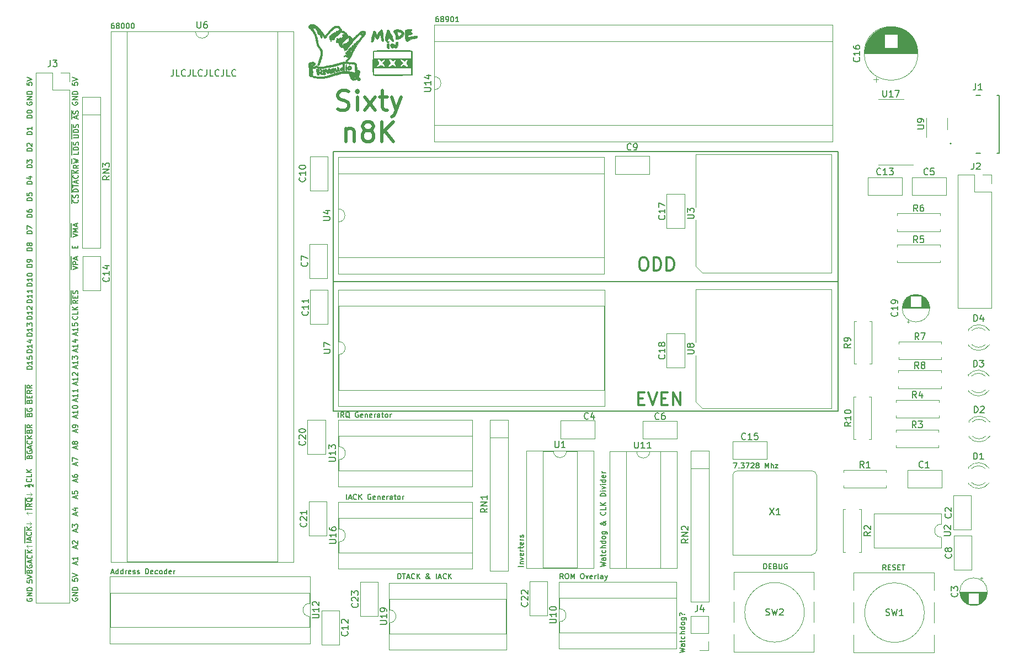
<source format=gbr>
%TF.GenerationSoftware,KiCad,Pcbnew,7.0.10*%
%TF.CreationDate,2024-02-07T22:08:28+01:00*%
%TF.ProjectId,Sixty-n8k,53697874-792d-46e3-986b-2e6b69636164,rev?*%
%TF.SameCoordinates,Original*%
%TF.FileFunction,Legend,Top*%
%TF.FilePolarity,Positive*%
%FSLAX46Y46*%
G04 Gerber Fmt 4.6, Leading zero omitted, Abs format (unit mm)*
G04 Created by KiCad (PCBNEW 7.0.10) date 2024-02-07 22:08:28*
%MOMM*%
%LPD*%
G01*
G04 APERTURE LIST*
%ADD10C,0.500000*%
%ADD11C,0.120000*%
%ADD12C,0.200000*%
%ADD13C,0.150000*%
%ADD14C,0.300000*%
%ADD15C,0.010000*%
G04 APERTURE END LIST*
D10*
X116270686Y-65144400D02*
X116699258Y-65287257D01*
X116699258Y-65287257D02*
X117413543Y-65287257D01*
X117413543Y-65287257D02*
X117699258Y-65144400D01*
X117699258Y-65144400D02*
X117842115Y-65001542D01*
X117842115Y-65001542D02*
X117984972Y-64715828D01*
X117984972Y-64715828D02*
X117984972Y-64430114D01*
X117984972Y-64430114D02*
X117842115Y-64144400D01*
X117842115Y-64144400D02*
X117699258Y-64001542D01*
X117699258Y-64001542D02*
X117413543Y-63858685D01*
X117413543Y-63858685D02*
X116842115Y-63715828D01*
X116842115Y-63715828D02*
X116556400Y-63572971D01*
X116556400Y-63572971D02*
X116413543Y-63430114D01*
X116413543Y-63430114D02*
X116270686Y-63144400D01*
X116270686Y-63144400D02*
X116270686Y-62858685D01*
X116270686Y-62858685D02*
X116413543Y-62572971D01*
X116413543Y-62572971D02*
X116556400Y-62430114D01*
X116556400Y-62430114D02*
X116842115Y-62287257D01*
X116842115Y-62287257D02*
X117556400Y-62287257D01*
X117556400Y-62287257D02*
X117984972Y-62430114D01*
X119270686Y-65287257D02*
X119270686Y-63287257D01*
X119270686Y-62287257D02*
X119127829Y-62430114D01*
X119127829Y-62430114D02*
X119270686Y-62572971D01*
X119270686Y-62572971D02*
X119413543Y-62430114D01*
X119413543Y-62430114D02*
X119270686Y-62287257D01*
X119270686Y-62287257D02*
X119270686Y-62572971D01*
X120413543Y-65287257D02*
X121984972Y-63287257D01*
X120413543Y-63287257D02*
X121984972Y-65287257D01*
X122699257Y-63287257D02*
X123842114Y-63287257D01*
X123127828Y-62287257D02*
X123127828Y-64858685D01*
X123127828Y-64858685D02*
X123270685Y-65144400D01*
X123270685Y-65144400D02*
X123556400Y-65287257D01*
X123556400Y-65287257D02*
X123842114Y-65287257D01*
X124556400Y-63287257D02*
X125270686Y-65287257D01*
X125984971Y-63287257D02*
X125270686Y-65287257D01*
X125270686Y-65287257D02*
X124984971Y-66001542D01*
X124984971Y-66001542D02*
X124842114Y-66144400D01*
X124842114Y-66144400D02*
X124556400Y-66287257D01*
X117484971Y-68117257D02*
X117484971Y-70117257D01*
X117484971Y-68402971D02*
X117627828Y-68260114D01*
X117627828Y-68260114D02*
X117913543Y-68117257D01*
X117913543Y-68117257D02*
X118342114Y-68117257D01*
X118342114Y-68117257D02*
X118627828Y-68260114D01*
X118627828Y-68260114D02*
X118770686Y-68545828D01*
X118770686Y-68545828D02*
X118770686Y-70117257D01*
X120627829Y-68402971D02*
X120342114Y-68260114D01*
X120342114Y-68260114D02*
X120199257Y-68117257D01*
X120199257Y-68117257D02*
X120056400Y-67831542D01*
X120056400Y-67831542D02*
X120056400Y-67688685D01*
X120056400Y-67688685D02*
X120199257Y-67402971D01*
X120199257Y-67402971D02*
X120342114Y-67260114D01*
X120342114Y-67260114D02*
X120627829Y-67117257D01*
X120627829Y-67117257D02*
X121199257Y-67117257D01*
X121199257Y-67117257D02*
X121484972Y-67260114D01*
X121484972Y-67260114D02*
X121627829Y-67402971D01*
X121627829Y-67402971D02*
X121770686Y-67688685D01*
X121770686Y-67688685D02*
X121770686Y-67831542D01*
X121770686Y-67831542D02*
X121627829Y-68117257D01*
X121627829Y-68117257D02*
X121484972Y-68260114D01*
X121484972Y-68260114D02*
X121199257Y-68402971D01*
X121199257Y-68402971D02*
X120627829Y-68402971D01*
X120627829Y-68402971D02*
X120342114Y-68545828D01*
X120342114Y-68545828D02*
X120199257Y-68688685D01*
X120199257Y-68688685D02*
X120056400Y-68974400D01*
X120056400Y-68974400D02*
X120056400Y-69545828D01*
X120056400Y-69545828D02*
X120199257Y-69831542D01*
X120199257Y-69831542D02*
X120342114Y-69974400D01*
X120342114Y-69974400D02*
X120627829Y-70117257D01*
X120627829Y-70117257D02*
X121199257Y-70117257D01*
X121199257Y-70117257D02*
X121484972Y-69974400D01*
X121484972Y-69974400D02*
X121627829Y-69831542D01*
X121627829Y-69831542D02*
X121770686Y-69545828D01*
X121770686Y-69545828D02*
X121770686Y-68974400D01*
X121770686Y-68974400D02*
X121627829Y-68688685D01*
X121627829Y-68688685D02*
X121484972Y-68545828D01*
X121484972Y-68545828D02*
X121199257Y-68402971D01*
X123056400Y-70117257D02*
X123056400Y-67117257D01*
X124770686Y-70117257D02*
X123484972Y-68402971D01*
X124770686Y-67117257D02*
X123056400Y-68831542D01*
D11*
X69342000Y-124333000D02*
X69088000Y-124587000D01*
X68529200Y-124333000D02*
X69342000Y-124333000D01*
X69291200Y-128803400D02*
X69037200Y-129057400D01*
X69342000Y-127203200D02*
X68529200Y-127203200D01*
X68783200Y-127457200D02*
X68529200Y-127203200D01*
D12*
X115570000Y-71628000D02*
X193070000Y-71628000D01*
X193070000Y-91620000D01*
X115570000Y-91620000D01*
X115570000Y-71628000D01*
D11*
X68529200Y-127203200D02*
X68783200Y-126949200D01*
X69037200Y-128549400D02*
X69291200Y-128803400D01*
X69342000Y-132257800D02*
X68529200Y-132257800D01*
X68529200Y-132257800D02*
X68783200Y-132003800D01*
X68783200Y-132511800D02*
X68529200Y-132257800D01*
X69088000Y-124079000D02*
X69342000Y-124333000D01*
X68478400Y-128803400D02*
X69291200Y-128803400D01*
D12*
X115570000Y-91620000D02*
X193070000Y-91620000D01*
X193070000Y-111506000D01*
X115570000Y-111506000D01*
X115570000Y-91620000D01*
D13*
X69363295Y-81752839D02*
X68563295Y-81752839D01*
X68563295Y-81752839D02*
X68563295Y-81562363D01*
X68563295Y-81562363D02*
X68601390Y-81448077D01*
X68601390Y-81448077D02*
X68677580Y-81371887D01*
X68677580Y-81371887D02*
X68753771Y-81333792D01*
X68753771Y-81333792D02*
X68906152Y-81295696D01*
X68906152Y-81295696D02*
X69020438Y-81295696D01*
X69020438Y-81295696D02*
X69172819Y-81333792D01*
X69172819Y-81333792D02*
X69249009Y-81371887D01*
X69249009Y-81371887D02*
X69325200Y-81448077D01*
X69325200Y-81448077D02*
X69363295Y-81562363D01*
X69363295Y-81562363D02*
X69363295Y-81752839D01*
X68563295Y-80609982D02*
X68563295Y-80762363D01*
X68563295Y-80762363D02*
X68601390Y-80838554D01*
X68601390Y-80838554D02*
X68639485Y-80876649D01*
X68639485Y-80876649D02*
X68753771Y-80952839D01*
X68753771Y-80952839D02*
X68906152Y-80990935D01*
X68906152Y-80990935D02*
X69210914Y-80990935D01*
X69210914Y-80990935D02*
X69287104Y-80952839D01*
X69287104Y-80952839D02*
X69325200Y-80914744D01*
X69325200Y-80914744D02*
X69363295Y-80838554D01*
X69363295Y-80838554D02*
X69363295Y-80686173D01*
X69363295Y-80686173D02*
X69325200Y-80609982D01*
X69325200Y-80609982D02*
X69287104Y-80571887D01*
X69287104Y-80571887D02*
X69210914Y-80533792D01*
X69210914Y-80533792D02*
X69020438Y-80533792D01*
X69020438Y-80533792D02*
X68944247Y-80571887D01*
X68944247Y-80571887D02*
X68906152Y-80609982D01*
X68906152Y-80609982D02*
X68868057Y-80686173D01*
X68868057Y-80686173D02*
X68868057Y-80838554D01*
X68868057Y-80838554D02*
X68906152Y-80914744D01*
X68906152Y-80914744D02*
X68944247Y-80952839D01*
X68944247Y-80952839D02*
X69020438Y-80990935D01*
X68601390Y-64061792D02*
X68563295Y-64137982D01*
X68563295Y-64137982D02*
X68563295Y-64252268D01*
X68563295Y-64252268D02*
X68601390Y-64366554D01*
X68601390Y-64366554D02*
X68677580Y-64442744D01*
X68677580Y-64442744D02*
X68753771Y-64480839D01*
X68753771Y-64480839D02*
X68906152Y-64518935D01*
X68906152Y-64518935D02*
X69020438Y-64518935D01*
X69020438Y-64518935D02*
X69172819Y-64480839D01*
X69172819Y-64480839D02*
X69249009Y-64442744D01*
X69249009Y-64442744D02*
X69325200Y-64366554D01*
X69325200Y-64366554D02*
X69363295Y-64252268D01*
X69363295Y-64252268D02*
X69363295Y-64176077D01*
X69363295Y-64176077D02*
X69325200Y-64061792D01*
X69325200Y-64061792D02*
X69287104Y-64023696D01*
X69287104Y-64023696D02*
X69020438Y-64023696D01*
X69020438Y-64023696D02*
X69020438Y-64176077D01*
X69363295Y-63680839D02*
X68563295Y-63680839D01*
X68563295Y-63680839D02*
X69363295Y-63223696D01*
X69363295Y-63223696D02*
X68563295Y-63223696D01*
X69363295Y-62842744D02*
X68563295Y-62842744D01*
X68563295Y-62842744D02*
X68563295Y-62652268D01*
X68563295Y-62652268D02*
X68601390Y-62537982D01*
X68601390Y-62537982D02*
X68677580Y-62461792D01*
X68677580Y-62461792D02*
X68753771Y-62423697D01*
X68753771Y-62423697D02*
X68906152Y-62385601D01*
X68906152Y-62385601D02*
X69020438Y-62385601D01*
X69020438Y-62385601D02*
X69172819Y-62423697D01*
X69172819Y-62423697D02*
X69249009Y-62461792D01*
X69249009Y-62461792D02*
X69325200Y-62537982D01*
X69325200Y-62537982D02*
X69363295Y-62652268D01*
X69363295Y-62652268D02*
X69363295Y-62842744D01*
X76500695Y-73726496D02*
X76119742Y-73993163D01*
X76500695Y-74183639D02*
X75700695Y-74183639D01*
X75700695Y-74183639D02*
X75700695Y-73878877D01*
X75700695Y-73878877D02*
X75738790Y-73802687D01*
X75738790Y-73802687D02*
X75776885Y-73764592D01*
X75776885Y-73764592D02*
X75853076Y-73726496D01*
X75853076Y-73726496D02*
X75967361Y-73726496D01*
X75967361Y-73726496D02*
X76043552Y-73764592D01*
X76043552Y-73764592D02*
X76081647Y-73802687D01*
X76081647Y-73802687D02*
X76119742Y-73878877D01*
X76119742Y-73878877D02*
X76119742Y-74183639D01*
X75700695Y-73459830D02*
X76500695Y-73269354D01*
X76500695Y-73269354D02*
X75929266Y-73116973D01*
X75929266Y-73116973D02*
X76500695Y-72964592D01*
X76500695Y-72964592D02*
X75700695Y-72774116D01*
X75478600Y-73494116D02*
X75478600Y-72739830D01*
X69287095Y-131663839D02*
X68487095Y-131663839D01*
X69058523Y-131320983D02*
X69058523Y-130940030D01*
X69287095Y-131397173D02*
X68487095Y-131130506D01*
X68487095Y-131130506D02*
X69287095Y-130863840D01*
X69210904Y-130140030D02*
X69249000Y-130178126D01*
X69249000Y-130178126D02*
X69287095Y-130292411D01*
X69287095Y-130292411D02*
X69287095Y-130368602D01*
X69287095Y-130368602D02*
X69249000Y-130482888D01*
X69249000Y-130482888D02*
X69172809Y-130559078D01*
X69172809Y-130559078D02*
X69096619Y-130597173D01*
X69096619Y-130597173D02*
X68944238Y-130635269D01*
X68944238Y-130635269D02*
X68829952Y-130635269D01*
X68829952Y-130635269D02*
X68677571Y-130597173D01*
X68677571Y-130597173D02*
X68601380Y-130559078D01*
X68601380Y-130559078D02*
X68525190Y-130482888D01*
X68525190Y-130482888D02*
X68487095Y-130368602D01*
X68487095Y-130368602D02*
X68487095Y-130292411D01*
X68487095Y-130292411D02*
X68525190Y-130178126D01*
X68525190Y-130178126D02*
X68563285Y-130140030D01*
X69287095Y-129797173D02*
X68487095Y-129797173D01*
X69287095Y-129340030D02*
X68829952Y-129682888D01*
X68487095Y-129340030D02*
X68944238Y-129797173D01*
X68265000Y-131774316D02*
X68265000Y-129267650D01*
X75548295Y-137251887D02*
X75548295Y-137632839D01*
X75548295Y-137632839D02*
X75929247Y-137670935D01*
X75929247Y-137670935D02*
X75891152Y-137632839D01*
X75891152Y-137632839D02*
X75853057Y-137556649D01*
X75853057Y-137556649D02*
X75853057Y-137366173D01*
X75853057Y-137366173D02*
X75891152Y-137289982D01*
X75891152Y-137289982D02*
X75929247Y-137251887D01*
X75929247Y-137251887D02*
X76005438Y-137213792D01*
X76005438Y-137213792D02*
X76195914Y-137213792D01*
X76195914Y-137213792D02*
X76272104Y-137251887D01*
X76272104Y-137251887D02*
X76310200Y-137289982D01*
X76310200Y-137289982D02*
X76348295Y-137366173D01*
X76348295Y-137366173D02*
X76348295Y-137556649D01*
X76348295Y-137556649D02*
X76310200Y-137632839D01*
X76310200Y-137632839D02*
X76272104Y-137670935D01*
X75548295Y-136985220D02*
X76348295Y-136718553D01*
X76348295Y-136718553D02*
X75548295Y-136451887D01*
X76119723Y-132590935D02*
X76119723Y-132209982D01*
X76348295Y-132667125D02*
X75548295Y-132400458D01*
X75548295Y-132400458D02*
X76348295Y-132133792D01*
X75624485Y-131905221D02*
X75586390Y-131867125D01*
X75586390Y-131867125D02*
X75548295Y-131790935D01*
X75548295Y-131790935D02*
X75548295Y-131600459D01*
X75548295Y-131600459D02*
X75586390Y-131524268D01*
X75586390Y-131524268D02*
X75624485Y-131486173D01*
X75624485Y-131486173D02*
X75700676Y-131448078D01*
X75700676Y-131448078D02*
X75776866Y-131448078D01*
X75776866Y-131448078D02*
X75891152Y-131486173D01*
X75891152Y-131486173D02*
X76348295Y-131943316D01*
X76348295Y-131943316D02*
X76348295Y-131448078D01*
X69388695Y-86883639D02*
X68588695Y-86883639D01*
X68588695Y-86883639D02*
X68588695Y-86693163D01*
X68588695Y-86693163D02*
X68626790Y-86578877D01*
X68626790Y-86578877D02*
X68702980Y-86502687D01*
X68702980Y-86502687D02*
X68779171Y-86464592D01*
X68779171Y-86464592D02*
X68931552Y-86426496D01*
X68931552Y-86426496D02*
X69045838Y-86426496D01*
X69045838Y-86426496D02*
X69198219Y-86464592D01*
X69198219Y-86464592D02*
X69274409Y-86502687D01*
X69274409Y-86502687D02*
X69350600Y-86578877D01*
X69350600Y-86578877D02*
X69388695Y-86693163D01*
X69388695Y-86693163D02*
X69388695Y-86883639D01*
X68931552Y-85969354D02*
X68893457Y-86045544D01*
X68893457Y-86045544D02*
X68855361Y-86083639D01*
X68855361Y-86083639D02*
X68779171Y-86121735D01*
X68779171Y-86121735D02*
X68741076Y-86121735D01*
X68741076Y-86121735D02*
X68664885Y-86083639D01*
X68664885Y-86083639D02*
X68626790Y-86045544D01*
X68626790Y-86045544D02*
X68588695Y-85969354D01*
X68588695Y-85969354D02*
X68588695Y-85816973D01*
X68588695Y-85816973D02*
X68626790Y-85740782D01*
X68626790Y-85740782D02*
X68664885Y-85702687D01*
X68664885Y-85702687D02*
X68741076Y-85664592D01*
X68741076Y-85664592D02*
X68779171Y-85664592D01*
X68779171Y-85664592D02*
X68855361Y-85702687D01*
X68855361Y-85702687D02*
X68893457Y-85740782D01*
X68893457Y-85740782D02*
X68931552Y-85816973D01*
X68931552Y-85816973D02*
X68931552Y-85969354D01*
X68931552Y-85969354D02*
X68969647Y-86045544D01*
X68969647Y-86045544D02*
X69007742Y-86083639D01*
X69007742Y-86083639D02*
X69083933Y-86121735D01*
X69083933Y-86121735D02*
X69236314Y-86121735D01*
X69236314Y-86121735D02*
X69312504Y-86083639D01*
X69312504Y-86083639D02*
X69350600Y-86045544D01*
X69350600Y-86045544D02*
X69388695Y-85969354D01*
X69388695Y-85969354D02*
X69388695Y-85816973D01*
X69388695Y-85816973D02*
X69350600Y-85740782D01*
X69350600Y-85740782D02*
X69312504Y-85702687D01*
X69312504Y-85702687D02*
X69236314Y-85664592D01*
X69236314Y-85664592D02*
X69083933Y-85664592D01*
X69083933Y-85664592D02*
X69007742Y-85702687D01*
X69007742Y-85702687D02*
X68969647Y-85740782D01*
X68969647Y-85740782D02*
X68931552Y-85816973D01*
X76119723Y-124920135D02*
X76119723Y-124539182D01*
X76348295Y-124996325D02*
X75548295Y-124729658D01*
X75548295Y-124729658D02*
X76348295Y-124462992D01*
X75548295Y-123815373D02*
X75548295Y-124196325D01*
X75548295Y-124196325D02*
X75929247Y-124234421D01*
X75929247Y-124234421D02*
X75891152Y-124196325D01*
X75891152Y-124196325D02*
X75853057Y-124120135D01*
X75853057Y-124120135D02*
X75853057Y-123929659D01*
X75853057Y-123929659D02*
X75891152Y-123853468D01*
X75891152Y-123853468D02*
X75929247Y-123815373D01*
X75929247Y-123815373D02*
X76005438Y-123777278D01*
X76005438Y-123777278D02*
X76195914Y-123777278D01*
X76195914Y-123777278D02*
X76272104Y-123815373D01*
X76272104Y-123815373D02*
X76310200Y-123853468D01*
X76310200Y-123853468D02*
X76348295Y-123929659D01*
X76348295Y-123929659D02*
X76348295Y-124120135D01*
X76348295Y-124120135D02*
X76310200Y-124196325D01*
X76310200Y-124196325D02*
X76272104Y-124234421D01*
X75586390Y-64061792D02*
X75548295Y-64137982D01*
X75548295Y-64137982D02*
X75548295Y-64252268D01*
X75548295Y-64252268D02*
X75586390Y-64366554D01*
X75586390Y-64366554D02*
X75662580Y-64442744D01*
X75662580Y-64442744D02*
X75738771Y-64480839D01*
X75738771Y-64480839D02*
X75891152Y-64518935D01*
X75891152Y-64518935D02*
X76005438Y-64518935D01*
X76005438Y-64518935D02*
X76157819Y-64480839D01*
X76157819Y-64480839D02*
X76234009Y-64442744D01*
X76234009Y-64442744D02*
X76310200Y-64366554D01*
X76310200Y-64366554D02*
X76348295Y-64252268D01*
X76348295Y-64252268D02*
X76348295Y-64176077D01*
X76348295Y-64176077D02*
X76310200Y-64061792D01*
X76310200Y-64061792D02*
X76272104Y-64023696D01*
X76272104Y-64023696D02*
X76005438Y-64023696D01*
X76005438Y-64023696D02*
X76005438Y-64176077D01*
X76348295Y-63680839D02*
X75548295Y-63680839D01*
X75548295Y-63680839D02*
X76348295Y-63223696D01*
X76348295Y-63223696D02*
X75548295Y-63223696D01*
X76348295Y-62842744D02*
X75548295Y-62842744D01*
X75548295Y-62842744D02*
X75548295Y-62652268D01*
X75548295Y-62652268D02*
X75586390Y-62537982D01*
X75586390Y-62537982D02*
X75662580Y-62461792D01*
X75662580Y-62461792D02*
X75738771Y-62423697D01*
X75738771Y-62423697D02*
X75891152Y-62385601D01*
X75891152Y-62385601D02*
X76005438Y-62385601D01*
X76005438Y-62385601D02*
X76157819Y-62423697D01*
X76157819Y-62423697D02*
X76234009Y-62461792D01*
X76234009Y-62461792D02*
X76310200Y-62537982D01*
X76310200Y-62537982D02*
X76348295Y-62652268D01*
X76348295Y-62652268D02*
X76348295Y-62842744D01*
X68969647Y-114607773D02*
X69007742Y-114493487D01*
X69007742Y-114493487D02*
X69045838Y-114455392D01*
X69045838Y-114455392D02*
X69122028Y-114417296D01*
X69122028Y-114417296D02*
X69236314Y-114417296D01*
X69236314Y-114417296D02*
X69312504Y-114455392D01*
X69312504Y-114455392D02*
X69350600Y-114493487D01*
X69350600Y-114493487D02*
X69388695Y-114569677D01*
X69388695Y-114569677D02*
X69388695Y-114874439D01*
X69388695Y-114874439D02*
X68588695Y-114874439D01*
X68588695Y-114874439D02*
X68588695Y-114607773D01*
X68588695Y-114607773D02*
X68626790Y-114531582D01*
X68626790Y-114531582D02*
X68664885Y-114493487D01*
X68664885Y-114493487D02*
X68741076Y-114455392D01*
X68741076Y-114455392D02*
X68817266Y-114455392D01*
X68817266Y-114455392D02*
X68893457Y-114493487D01*
X68893457Y-114493487D02*
X68931552Y-114531582D01*
X68931552Y-114531582D02*
X68969647Y-114607773D01*
X68969647Y-114607773D02*
X68969647Y-114874439D01*
X69388695Y-113617296D02*
X69007742Y-113883963D01*
X69388695Y-114074439D02*
X68588695Y-114074439D01*
X68588695Y-114074439D02*
X68588695Y-113769677D01*
X68588695Y-113769677D02*
X68626790Y-113693487D01*
X68626790Y-113693487D02*
X68664885Y-113655392D01*
X68664885Y-113655392D02*
X68741076Y-113617296D01*
X68741076Y-113617296D02*
X68855361Y-113617296D01*
X68855361Y-113617296D02*
X68931552Y-113655392D01*
X68931552Y-113655392D02*
X68969647Y-113693487D01*
X68969647Y-113693487D02*
X69007742Y-113769677D01*
X69007742Y-113769677D02*
X69007742Y-114074439D01*
X68366600Y-114984916D02*
X68366600Y-113544916D01*
X117637160Y-125116295D02*
X117637160Y-124316295D01*
X117980016Y-124887723D02*
X118360969Y-124887723D01*
X117903826Y-125116295D02*
X118170493Y-124316295D01*
X118170493Y-124316295D02*
X118437159Y-125116295D01*
X119160969Y-125040104D02*
X119122873Y-125078200D01*
X119122873Y-125078200D02*
X119008588Y-125116295D01*
X119008588Y-125116295D02*
X118932397Y-125116295D01*
X118932397Y-125116295D02*
X118818111Y-125078200D01*
X118818111Y-125078200D02*
X118741921Y-125002009D01*
X118741921Y-125002009D02*
X118703826Y-124925819D01*
X118703826Y-124925819D02*
X118665730Y-124773438D01*
X118665730Y-124773438D02*
X118665730Y-124659152D01*
X118665730Y-124659152D02*
X118703826Y-124506771D01*
X118703826Y-124506771D02*
X118741921Y-124430580D01*
X118741921Y-124430580D02*
X118818111Y-124354390D01*
X118818111Y-124354390D02*
X118932397Y-124316295D01*
X118932397Y-124316295D02*
X119008588Y-124316295D01*
X119008588Y-124316295D02*
X119122873Y-124354390D01*
X119122873Y-124354390D02*
X119160969Y-124392485D01*
X119503826Y-125116295D02*
X119503826Y-124316295D01*
X119960969Y-125116295D02*
X119618111Y-124659152D01*
X119960969Y-124316295D02*
X119503826Y-124773438D01*
X121332397Y-124354390D02*
X121256207Y-124316295D01*
X121256207Y-124316295D02*
X121141921Y-124316295D01*
X121141921Y-124316295D02*
X121027635Y-124354390D01*
X121027635Y-124354390D02*
X120951445Y-124430580D01*
X120951445Y-124430580D02*
X120913350Y-124506771D01*
X120913350Y-124506771D02*
X120875254Y-124659152D01*
X120875254Y-124659152D02*
X120875254Y-124773438D01*
X120875254Y-124773438D02*
X120913350Y-124925819D01*
X120913350Y-124925819D02*
X120951445Y-125002009D01*
X120951445Y-125002009D02*
X121027635Y-125078200D01*
X121027635Y-125078200D02*
X121141921Y-125116295D01*
X121141921Y-125116295D02*
X121218112Y-125116295D01*
X121218112Y-125116295D02*
X121332397Y-125078200D01*
X121332397Y-125078200D02*
X121370493Y-125040104D01*
X121370493Y-125040104D02*
X121370493Y-124773438D01*
X121370493Y-124773438D02*
X121218112Y-124773438D01*
X122018112Y-125078200D02*
X121941921Y-125116295D01*
X121941921Y-125116295D02*
X121789540Y-125116295D01*
X121789540Y-125116295D02*
X121713350Y-125078200D01*
X121713350Y-125078200D02*
X121675254Y-125002009D01*
X121675254Y-125002009D02*
X121675254Y-124697247D01*
X121675254Y-124697247D02*
X121713350Y-124621057D01*
X121713350Y-124621057D02*
X121789540Y-124582961D01*
X121789540Y-124582961D02*
X121941921Y-124582961D01*
X121941921Y-124582961D02*
X122018112Y-124621057D01*
X122018112Y-124621057D02*
X122056207Y-124697247D01*
X122056207Y-124697247D02*
X122056207Y-124773438D01*
X122056207Y-124773438D02*
X121675254Y-124849628D01*
X122399064Y-124582961D02*
X122399064Y-125116295D01*
X122399064Y-124659152D02*
X122437159Y-124621057D01*
X122437159Y-124621057D02*
X122513349Y-124582961D01*
X122513349Y-124582961D02*
X122627635Y-124582961D01*
X122627635Y-124582961D02*
X122703826Y-124621057D01*
X122703826Y-124621057D02*
X122741921Y-124697247D01*
X122741921Y-124697247D02*
X122741921Y-125116295D01*
X123427636Y-125078200D02*
X123351445Y-125116295D01*
X123351445Y-125116295D02*
X123199064Y-125116295D01*
X123199064Y-125116295D02*
X123122874Y-125078200D01*
X123122874Y-125078200D02*
X123084778Y-125002009D01*
X123084778Y-125002009D02*
X123084778Y-124697247D01*
X123084778Y-124697247D02*
X123122874Y-124621057D01*
X123122874Y-124621057D02*
X123199064Y-124582961D01*
X123199064Y-124582961D02*
X123351445Y-124582961D01*
X123351445Y-124582961D02*
X123427636Y-124621057D01*
X123427636Y-124621057D02*
X123465731Y-124697247D01*
X123465731Y-124697247D02*
X123465731Y-124773438D01*
X123465731Y-124773438D02*
X123084778Y-124849628D01*
X123808588Y-125116295D02*
X123808588Y-124582961D01*
X123808588Y-124735342D02*
X123846683Y-124659152D01*
X123846683Y-124659152D02*
X123884778Y-124621057D01*
X123884778Y-124621057D02*
X123960969Y-124582961D01*
X123960969Y-124582961D02*
X124037159Y-124582961D01*
X124646683Y-125116295D02*
X124646683Y-124697247D01*
X124646683Y-124697247D02*
X124608588Y-124621057D01*
X124608588Y-124621057D02*
X124532397Y-124582961D01*
X124532397Y-124582961D02*
X124380016Y-124582961D01*
X124380016Y-124582961D02*
X124303826Y-124621057D01*
X124646683Y-125078200D02*
X124570492Y-125116295D01*
X124570492Y-125116295D02*
X124380016Y-125116295D01*
X124380016Y-125116295D02*
X124303826Y-125078200D01*
X124303826Y-125078200D02*
X124265730Y-125002009D01*
X124265730Y-125002009D02*
X124265730Y-124925819D01*
X124265730Y-124925819D02*
X124303826Y-124849628D01*
X124303826Y-124849628D02*
X124380016Y-124811533D01*
X124380016Y-124811533D02*
X124570492Y-124811533D01*
X124570492Y-124811533D02*
X124646683Y-124773438D01*
X124913350Y-124582961D02*
X125218112Y-124582961D01*
X125027636Y-124316295D02*
X125027636Y-125002009D01*
X125027636Y-125002009D02*
X125065731Y-125078200D01*
X125065731Y-125078200D02*
X125141921Y-125116295D01*
X125141921Y-125116295D02*
X125218112Y-125116295D01*
X125599064Y-125116295D02*
X125522874Y-125078200D01*
X125522874Y-125078200D02*
X125484779Y-125040104D01*
X125484779Y-125040104D02*
X125446683Y-124963914D01*
X125446683Y-124963914D02*
X125446683Y-124735342D01*
X125446683Y-124735342D02*
X125484779Y-124659152D01*
X125484779Y-124659152D02*
X125522874Y-124621057D01*
X125522874Y-124621057D02*
X125599064Y-124582961D01*
X125599064Y-124582961D02*
X125713350Y-124582961D01*
X125713350Y-124582961D02*
X125789541Y-124621057D01*
X125789541Y-124621057D02*
X125827636Y-124659152D01*
X125827636Y-124659152D02*
X125865731Y-124735342D01*
X125865731Y-124735342D02*
X125865731Y-124963914D01*
X125865731Y-124963914D02*
X125827636Y-125040104D01*
X125827636Y-125040104D02*
X125789541Y-125078200D01*
X125789541Y-125078200D02*
X125713350Y-125116295D01*
X125713350Y-125116295D02*
X125599064Y-125116295D01*
X126208589Y-125116295D02*
X126208589Y-124582961D01*
X126208589Y-124735342D02*
X126246684Y-124659152D01*
X126246684Y-124659152D02*
X126284779Y-124621057D01*
X126284779Y-124621057D02*
X126360970Y-124582961D01*
X126360970Y-124582961D02*
X126437160Y-124582961D01*
X75929247Y-86477239D02*
X75929247Y-86210573D01*
X76348295Y-86096287D02*
X76348295Y-86477239D01*
X76348295Y-86477239D02*
X75548295Y-86477239D01*
X75548295Y-86477239D02*
X75548295Y-86096287D01*
X69388695Y-99990039D02*
X68588695Y-99990039D01*
X68588695Y-99990039D02*
X68588695Y-99799563D01*
X68588695Y-99799563D02*
X68626790Y-99685277D01*
X68626790Y-99685277D02*
X68702980Y-99609087D01*
X68702980Y-99609087D02*
X68779171Y-99570992D01*
X68779171Y-99570992D02*
X68931552Y-99532896D01*
X68931552Y-99532896D02*
X69045838Y-99532896D01*
X69045838Y-99532896D02*
X69198219Y-99570992D01*
X69198219Y-99570992D02*
X69274409Y-99609087D01*
X69274409Y-99609087D02*
X69350600Y-99685277D01*
X69350600Y-99685277D02*
X69388695Y-99799563D01*
X69388695Y-99799563D02*
X69388695Y-99990039D01*
X69388695Y-98770992D02*
X69388695Y-99228135D01*
X69388695Y-98999563D02*
X68588695Y-98999563D01*
X68588695Y-98999563D02*
X68702980Y-99075754D01*
X68702980Y-99075754D02*
X68779171Y-99151944D01*
X68779171Y-99151944D02*
X68817266Y-99228135D01*
X68588695Y-98504325D02*
X68588695Y-98009087D01*
X68588695Y-98009087D02*
X68893457Y-98275753D01*
X68893457Y-98275753D02*
X68893457Y-98161468D01*
X68893457Y-98161468D02*
X68931552Y-98085277D01*
X68931552Y-98085277D02*
X68969647Y-98047182D01*
X68969647Y-98047182D02*
X69045838Y-98009087D01*
X69045838Y-98009087D02*
X69236314Y-98009087D01*
X69236314Y-98009087D02*
X69312504Y-98047182D01*
X69312504Y-98047182D02*
X69350600Y-98085277D01*
X69350600Y-98085277D02*
X69388695Y-98161468D01*
X69388695Y-98161468D02*
X69388695Y-98390039D01*
X69388695Y-98390039D02*
X69350600Y-98466230D01*
X69350600Y-98466230D02*
X69312504Y-98504325D01*
X200390303Y-135934295D02*
X200123636Y-135553342D01*
X199933160Y-135934295D02*
X199933160Y-135134295D01*
X199933160Y-135134295D02*
X200237922Y-135134295D01*
X200237922Y-135134295D02*
X200314112Y-135172390D01*
X200314112Y-135172390D02*
X200352207Y-135210485D01*
X200352207Y-135210485D02*
X200390303Y-135286676D01*
X200390303Y-135286676D02*
X200390303Y-135400961D01*
X200390303Y-135400961D02*
X200352207Y-135477152D01*
X200352207Y-135477152D02*
X200314112Y-135515247D01*
X200314112Y-135515247D02*
X200237922Y-135553342D01*
X200237922Y-135553342D02*
X199933160Y-135553342D01*
X200733160Y-135515247D02*
X200999826Y-135515247D01*
X201114112Y-135934295D02*
X200733160Y-135934295D01*
X200733160Y-135934295D02*
X200733160Y-135134295D01*
X200733160Y-135134295D02*
X201114112Y-135134295D01*
X201418874Y-135896200D02*
X201533160Y-135934295D01*
X201533160Y-135934295D02*
X201723636Y-135934295D01*
X201723636Y-135934295D02*
X201799827Y-135896200D01*
X201799827Y-135896200D02*
X201837922Y-135858104D01*
X201837922Y-135858104D02*
X201876017Y-135781914D01*
X201876017Y-135781914D02*
X201876017Y-135705723D01*
X201876017Y-135705723D02*
X201837922Y-135629533D01*
X201837922Y-135629533D02*
X201799827Y-135591438D01*
X201799827Y-135591438D02*
X201723636Y-135553342D01*
X201723636Y-135553342D02*
X201571255Y-135515247D01*
X201571255Y-135515247D02*
X201495065Y-135477152D01*
X201495065Y-135477152D02*
X201456970Y-135439057D01*
X201456970Y-135439057D02*
X201418874Y-135362866D01*
X201418874Y-135362866D02*
X201418874Y-135286676D01*
X201418874Y-135286676D02*
X201456970Y-135210485D01*
X201456970Y-135210485D02*
X201495065Y-135172390D01*
X201495065Y-135172390D02*
X201571255Y-135134295D01*
X201571255Y-135134295D02*
X201761732Y-135134295D01*
X201761732Y-135134295D02*
X201876017Y-135172390D01*
X202218875Y-135515247D02*
X202485541Y-135515247D01*
X202599827Y-135934295D02*
X202218875Y-135934295D01*
X202218875Y-135934295D02*
X202218875Y-135134295D01*
X202218875Y-135134295D02*
X202599827Y-135134295D01*
X202828399Y-135134295D02*
X203285542Y-135134295D01*
X203056970Y-135934295D02*
X203056970Y-135134295D01*
X76449895Y-77841239D02*
X75649895Y-77841239D01*
X75649895Y-77841239D02*
X75649895Y-77650763D01*
X75649895Y-77650763D02*
X75687990Y-77536477D01*
X75687990Y-77536477D02*
X75764180Y-77460287D01*
X75764180Y-77460287D02*
X75840371Y-77422192D01*
X75840371Y-77422192D02*
X75992752Y-77384096D01*
X75992752Y-77384096D02*
X76107038Y-77384096D01*
X76107038Y-77384096D02*
X76259419Y-77422192D01*
X76259419Y-77422192D02*
X76335609Y-77460287D01*
X76335609Y-77460287D02*
X76411800Y-77536477D01*
X76411800Y-77536477D02*
X76449895Y-77650763D01*
X76449895Y-77650763D02*
X76449895Y-77841239D01*
X75649895Y-77155525D02*
X75649895Y-76698382D01*
X76449895Y-76926954D02*
X75649895Y-76926954D01*
X76221323Y-76469811D02*
X76221323Y-76088858D01*
X76449895Y-76546001D02*
X75649895Y-76279334D01*
X75649895Y-76279334D02*
X76449895Y-76012668D01*
X76373704Y-75288858D02*
X76411800Y-75326954D01*
X76411800Y-75326954D02*
X76449895Y-75441239D01*
X76449895Y-75441239D02*
X76449895Y-75517430D01*
X76449895Y-75517430D02*
X76411800Y-75631716D01*
X76411800Y-75631716D02*
X76335609Y-75707906D01*
X76335609Y-75707906D02*
X76259419Y-75746001D01*
X76259419Y-75746001D02*
X76107038Y-75784097D01*
X76107038Y-75784097D02*
X75992752Y-75784097D01*
X75992752Y-75784097D02*
X75840371Y-75746001D01*
X75840371Y-75746001D02*
X75764180Y-75707906D01*
X75764180Y-75707906D02*
X75687990Y-75631716D01*
X75687990Y-75631716D02*
X75649895Y-75517430D01*
X75649895Y-75517430D02*
X75649895Y-75441239D01*
X75649895Y-75441239D02*
X75687990Y-75326954D01*
X75687990Y-75326954D02*
X75726085Y-75288858D01*
X76449895Y-74946001D02*
X75649895Y-74946001D01*
X76449895Y-74488858D02*
X75992752Y-74831716D01*
X75649895Y-74488858D02*
X76107038Y-74946001D01*
X75427800Y-77951716D02*
X75427800Y-74416478D01*
X75599095Y-89791925D02*
X76399095Y-89525258D01*
X76399095Y-89525258D02*
X75599095Y-89258592D01*
X76399095Y-88991925D02*
X75599095Y-88991925D01*
X75599095Y-88991925D02*
X75599095Y-88687163D01*
X75599095Y-88687163D02*
X75637190Y-88610973D01*
X75637190Y-88610973D02*
X75675285Y-88572878D01*
X75675285Y-88572878D02*
X75751476Y-88534782D01*
X75751476Y-88534782D02*
X75865761Y-88534782D01*
X75865761Y-88534782D02*
X75941952Y-88572878D01*
X75941952Y-88572878D02*
X75980047Y-88610973D01*
X75980047Y-88610973D02*
X76018142Y-88687163D01*
X76018142Y-88687163D02*
X76018142Y-88991925D01*
X76170523Y-88230021D02*
X76170523Y-87849068D01*
X76399095Y-88306211D02*
X75599095Y-88039544D01*
X75599095Y-88039544D02*
X76399095Y-87772878D01*
X75377000Y-89788116D02*
X75377000Y-87776688D01*
X68969647Y-110035773D02*
X69007742Y-109921487D01*
X69007742Y-109921487D02*
X69045838Y-109883392D01*
X69045838Y-109883392D02*
X69122028Y-109845296D01*
X69122028Y-109845296D02*
X69236314Y-109845296D01*
X69236314Y-109845296D02*
X69312504Y-109883392D01*
X69312504Y-109883392D02*
X69350600Y-109921487D01*
X69350600Y-109921487D02*
X69388695Y-109997677D01*
X69388695Y-109997677D02*
X69388695Y-110302439D01*
X69388695Y-110302439D02*
X68588695Y-110302439D01*
X68588695Y-110302439D02*
X68588695Y-110035773D01*
X68588695Y-110035773D02*
X68626790Y-109959582D01*
X68626790Y-109959582D02*
X68664885Y-109921487D01*
X68664885Y-109921487D02*
X68741076Y-109883392D01*
X68741076Y-109883392D02*
X68817266Y-109883392D01*
X68817266Y-109883392D02*
X68893457Y-109921487D01*
X68893457Y-109921487D02*
X68931552Y-109959582D01*
X68931552Y-109959582D02*
X68969647Y-110035773D01*
X68969647Y-110035773D02*
X68969647Y-110302439D01*
X68969647Y-109502439D02*
X68969647Y-109235773D01*
X69388695Y-109121487D02*
X69388695Y-109502439D01*
X69388695Y-109502439D02*
X68588695Y-109502439D01*
X68588695Y-109502439D02*
X68588695Y-109121487D01*
X69388695Y-108321486D02*
X69007742Y-108588153D01*
X69388695Y-108778629D02*
X68588695Y-108778629D01*
X68588695Y-108778629D02*
X68588695Y-108473867D01*
X68588695Y-108473867D02*
X68626790Y-108397677D01*
X68626790Y-108397677D02*
X68664885Y-108359582D01*
X68664885Y-108359582D02*
X68741076Y-108321486D01*
X68741076Y-108321486D02*
X68855361Y-108321486D01*
X68855361Y-108321486D02*
X68931552Y-108359582D01*
X68931552Y-108359582D02*
X68969647Y-108397677D01*
X68969647Y-108397677D02*
X69007742Y-108473867D01*
X69007742Y-108473867D02*
X69007742Y-108778629D01*
X69388695Y-107521486D02*
X69007742Y-107788153D01*
X69388695Y-107978629D02*
X68588695Y-107978629D01*
X68588695Y-107978629D02*
X68588695Y-107673867D01*
X68588695Y-107673867D02*
X68626790Y-107597677D01*
X68626790Y-107597677D02*
X68664885Y-107559582D01*
X68664885Y-107559582D02*
X68741076Y-107521486D01*
X68741076Y-107521486D02*
X68855361Y-107521486D01*
X68855361Y-107521486D02*
X68931552Y-107559582D01*
X68931552Y-107559582D02*
X68969647Y-107597677D01*
X68969647Y-107597677D02*
X69007742Y-107673867D01*
X69007742Y-107673867D02*
X69007742Y-107978629D01*
X68366600Y-110412916D02*
X68366600Y-107449106D01*
X69388695Y-89423639D02*
X68588695Y-89423639D01*
X68588695Y-89423639D02*
X68588695Y-89233163D01*
X68588695Y-89233163D02*
X68626790Y-89118877D01*
X68626790Y-89118877D02*
X68702980Y-89042687D01*
X68702980Y-89042687D02*
X68779171Y-89004592D01*
X68779171Y-89004592D02*
X68931552Y-88966496D01*
X68931552Y-88966496D02*
X69045838Y-88966496D01*
X69045838Y-88966496D02*
X69198219Y-89004592D01*
X69198219Y-89004592D02*
X69274409Y-89042687D01*
X69274409Y-89042687D02*
X69350600Y-89118877D01*
X69350600Y-89118877D02*
X69388695Y-89233163D01*
X69388695Y-89233163D02*
X69388695Y-89423639D01*
X69388695Y-88585544D02*
X69388695Y-88433163D01*
X69388695Y-88433163D02*
X69350600Y-88356973D01*
X69350600Y-88356973D02*
X69312504Y-88318877D01*
X69312504Y-88318877D02*
X69198219Y-88242687D01*
X69198219Y-88242687D02*
X69045838Y-88204592D01*
X69045838Y-88204592D02*
X68741076Y-88204592D01*
X68741076Y-88204592D02*
X68664885Y-88242687D01*
X68664885Y-88242687D02*
X68626790Y-88280782D01*
X68626790Y-88280782D02*
X68588695Y-88356973D01*
X68588695Y-88356973D02*
X68588695Y-88509354D01*
X68588695Y-88509354D02*
X68626790Y-88585544D01*
X68626790Y-88585544D02*
X68664885Y-88623639D01*
X68664885Y-88623639D02*
X68741076Y-88661735D01*
X68741076Y-88661735D02*
X68931552Y-88661735D01*
X68931552Y-88661735D02*
X69007742Y-88623639D01*
X69007742Y-88623639D02*
X69045838Y-88585544D01*
X69045838Y-88585544D02*
X69083933Y-88509354D01*
X69083933Y-88509354D02*
X69083933Y-88356973D01*
X69083933Y-88356973D02*
X69045838Y-88280782D01*
X69045838Y-88280782D02*
X69007742Y-88242687D01*
X69007742Y-88242687D02*
X68931552Y-88204592D01*
D14*
X163034510Y-87929638D02*
X163415463Y-87929638D01*
X163415463Y-87929638D02*
X163605939Y-88024876D01*
X163605939Y-88024876D02*
X163796415Y-88215352D01*
X163796415Y-88215352D02*
X163891653Y-88596304D01*
X163891653Y-88596304D02*
X163891653Y-89262971D01*
X163891653Y-89262971D02*
X163796415Y-89643923D01*
X163796415Y-89643923D02*
X163605939Y-89834400D01*
X163605939Y-89834400D02*
X163415463Y-89929638D01*
X163415463Y-89929638D02*
X163034510Y-89929638D01*
X163034510Y-89929638D02*
X162844034Y-89834400D01*
X162844034Y-89834400D02*
X162653558Y-89643923D01*
X162653558Y-89643923D02*
X162558320Y-89262971D01*
X162558320Y-89262971D02*
X162558320Y-88596304D01*
X162558320Y-88596304D02*
X162653558Y-88215352D01*
X162653558Y-88215352D02*
X162844034Y-88024876D01*
X162844034Y-88024876D02*
X163034510Y-87929638D01*
X164748796Y-89929638D02*
X164748796Y-87929638D01*
X164748796Y-87929638D02*
X165224986Y-87929638D01*
X165224986Y-87929638D02*
X165510701Y-88024876D01*
X165510701Y-88024876D02*
X165701177Y-88215352D01*
X165701177Y-88215352D02*
X165796415Y-88405828D01*
X165796415Y-88405828D02*
X165891653Y-88786780D01*
X165891653Y-88786780D02*
X165891653Y-89072495D01*
X165891653Y-89072495D02*
X165796415Y-89453447D01*
X165796415Y-89453447D02*
X165701177Y-89643923D01*
X165701177Y-89643923D02*
X165510701Y-89834400D01*
X165510701Y-89834400D02*
X165224986Y-89929638D01*
X165224986Y-89929638D02*
X164748796Y-89929638D01*
X166748796Y-89929638D02*
X166748796Y-87929638D01*
X166748796Y-87929638D02*
X167224986Y-87929638D01*
X167224986Y-87929638D02*
X167510701Y-88024876D01*
X167510701Y-88024876D02*
X167701177Y-88215352D01*
X167701177Y-88215352D02*
X167796415Y-88405828D01*
X167796415Y-88405828D02*
X167891653Y-88786780D01*
X167891653Y-88786780D02*
X167891653Y-89072495D01*
X167891653Y-89072495D02*
X167796415Y-89453447D01*
X167796415Y-89453447D02*
X167701177Y-89643923D01*
X167701177Y-89643923D02*
X167510701Y-89834400D01*
X167510701Y-89834400D02*
X167224986Y-89929638D01*
X167224986Y-89929638D02*
X166748796Y-89929638D01*
D13*
X76119723Y-119840135D02*
X76119723Y-119459182D01*
X76348295Y-119916325D02*
X75548295Y-119649658D01*
X75548295Y-119649658D02*
X76348295Y-119382992D01*
X75548295Y-119192516D02*
X75548295Y-118659182D01*
X75548295Y-118659182D02*
X76348295Y-119002040D01*
X76119723Y-135080135D02*
X76119723Y-134699182D01*
X76348295Y-135156325D02*
X75548295Y-134889658D01*
X75548295Y-134889658D02*
X76348295Y-134622992D01*
X76348295Y-133937278D02*
X76348295Y-134394421D01*
X76348295Y-134165849D02*
X75548295Y-134165849D01*
X75548295Y-134165849D02*
X75662580Y-134242040D01*
X75662580Y-134242040D02*
X75738771Y-134318230D01*
X75738771Y-134318230D02*
X75776866Y-134394421D01*
X168715495Y-148631030D02*
X169515495Y-148440554D01*
X169515495Y-148440554D02*
X168944066Y-148288173D01*
X168944066Y-148288173D02*
X169515495Y-148135792D01*
X169515495Y-148135792D02*
X168715495Y-147945316D01*
X169515495Y-147297696D02*
X169096447Y-147297696D01*
X169096447Y-147297696D02*
X169020257Y-147335791D01*
X169020257Y-147335791D02*
X168982161Y-147411982D01*
X168982161Y-147411982D02*
X168982161Y-147564363D01*
X168982161Y-147564363D02*
X169020257Y-147640553D01*
X169477400Y-147297696D02*
X169515495Y-147373887D01*
X169515495Y-147373887D02*
X169515495Y-147564363D01*
X169515495Y-147564363D02*
X169477400Y-147640553D01*
X169477400Y-147640553D02*
X169401209Y-147678649D01*
X169401209Y-147678649D02*
X169325019Y-147678649D01*
X169325019Y-147678649D02*
X169248828Y-147640553D01*
X169248828Y-147640553D02*
X169210733Y-147564363D01*
X169210733Y-147564363D02*
X169210733Y-147373887D01*
X169210733Y-147373887D02*
X169172638Y-147297696D01*
X168982161Y-147031029D02*
X168982161Y-146726267D01*
X168715495Y-146916743D02*
X169401209Y-146916743D01*
X169401209Y-146916743D02*
X169477400Y-146878648D01*
X169477400Y-146878648D02*
X169515495Y-146802458D01*
X169515495Y-146802458D02*
X169515495Y-146726267D01*
X169477400Y-146116743D02*
X169515495Y-146192934D01*
X169515495Y-146192934D02*
X169515495Y-146345315D01*
X169515495Y-146345315D02*
X169477400Y-146421505D01*
X169477400Y-146421505D02*
X169439304Y-146459600D01*
X169439304Y-146459600D02*
X169363114Y-146497696D01*
X169363114Y-146497696D02*
X169134542Y-146497696D01*
X169134542Y-146497696D02*
X169058352Y-146459600D01*
X169058352Y-146459600D02*
X169020257Y-146421505D01*
X169020257Y-146421505D02*
X168982161Y-146345315D01*
X168982161Y-146345315D02*
X168982161Y-146192934D01*
X168982161Y-146192934D02*
X169020257Y-146116743D01*
X169515495Y-145773886D02*
X168715495Y-145773886D01*
X169515495Y-145431029D02*
X169096447Y-145431029D01*
X169096447Y-145431029D02*
X169020257Y-145469124D01*
X169020257Y-145469124D02*
X168982161Y-145545315D01*
X168982161Y-145545315D02*
X168982161Y-145659601D01*
X168982161Y-145659601D02*
X169020257Y-145735791D01*
X169020257Y-145735791D02*
X169058352Y-145773886D01*
X169515495Y-144707219D02*
X168715495Y-144707219D01*
X169477400Y-144707219D02*
X169515495Y-144783410D01*
X169515495Y-144783410D02*
X169515495Y-144935791D01*
X169515495Y-144935791D02*
X169477400Y-145011981D01*
X169477400Y-145011981D02*
X169439304Y-145050076D01*
X169439304Y-145050076D02*
X169363114Y-145088172D01*
X169363114Y-145088172D02*
X169134542Y-145088172D01*
X169134542Y-145088172D02*
X169058352Y-145050076D01*
X169058352Y-145050076D02*
X169020257Y-145011981D01*
X169020257Y-145011981D02*
X168982161Y-144935791D01*
X168982161Y-144935791D02*
X168982161Y-144783410D01*
X168982161Y-144783410D02*
X169020257Y-144707219D01*
X169515495Y-144211981D02*
X169477400Y-144288171D01*
X169477400Y-144288171D02*
X169439304Y-144326266D01*
X169439304Y-144326266D02*
X169363114Y-144364362D01*
X169363114Y-144364362D02*
X169134542Y-144364362D01*
X169134542Y-144364362D02*
X169058352Y-144326266D01*
X169058352Y-144326266D02*
X169020257Y-144288171D01*
X169020257Y-144288171D02*
X168982161Y-144211981D01*
X168982161Y-144211981D02*
X168982161Y-144097695D01*
X168982161Y-144097695D02*
X169020257Y-144021504D01*
X169020257Y-144021504D02*
X169058352Y-143983409D01*
X169058352Y-143983409D02*
X169134542Y-143945314D01*
X169134542Y-143945314D02*
X169363114Y-143945314D01*
X169363114Y-143945314D02*
X169439304Y-143983409D01*
X169439304Y-143983409D02*
X169477400Y-144021504D01*
X169477400Y-144021504D02*
X169515495Y-144097695D01*
X169515495Y-144097695D02*
X169515495Y-144211981D01*
X168982161Y-143259599D02*
X169629780Y-143259599D01*
X169629780Y-143259599D02*
X169705971Y-143297694D01*
X169705971Y-143297694D02*
X169744066Y-143335790D01*
X169744066Y-143335790D02*
X169782161Y-143411980D01*
X169782161Y-143411980D02*
X169782161Y-143526266D01*
X169782161Y-143526266D02*
X169744066Y-143602456D01*
X169477400Y-143259599D02*
X169515495Y-143335790D01*
X169515495Y-143335790D02*
X169515495Y-143488171D01*
X169515495Y-143488171D02*
X169477400Y-143564361D01*
X169477400Y-143564361D02*
X169439304Y-143602456D01*
X169439304Y-143602456D02*
X169363114Y-143640552D01*
X169363114Y-143640552D02*
X169134542Y-143640552D01*
X169134542Y-143640552D02*
X169058352Y-143602456D01*
X169058352Y-143602456D02*
X169020257Y-143564361D01*
X169020257Y-143564361D02*
X168982161Y-143488171D01*
X168982161Y-143488171D02*
X168982161Y-143335790D01*
X168982161Y-143335790D02*
X169020257Y-143259599D01*
X169439304Y-142764361D02*
X169477400Y-142726265D01*
X169477400Y-142726265D02*
X169515495Y-142764361D01*
X169515495Y-142764361D02*
X169477400Y-142802456D01*
X169477400Y-142802456D02*
X169439304Y-142764361D01*
X169439304Y-142764361D02*
X169515495Y-142764361D01*
X168753590Y-142916742D02*
X168715495Y-142840551D01*
X168715495Y-142840551D02*
X168715495Y-142650075D01*
X168715495Y-142650075D02*
X168753590Y-142573884D01*
X168753590Y-142573884D02*
X168829780Y-142535789D01*
X168829780Y-142535789D02*
X168905971Y-142535789D01*
X168905971Y-142535789D02*
X168982161Y-142573884D01*
X168982161Y-142573884D02*
X169020257Y-142611980D01*
X169020257Y-142611980D02*
X169058352Y-142688170D01*
X169058352Y-142688170D02*
X169096447Y-142726265D01*
X169096447Y-142726265D02*
X169172638Y-142764361D01*
X169172638Y-142764361D02*
X169210733Y-142764361D01*
X116367160Y-112492495D02*
X116367160Y-111692495D01*
X117205255Y-112492495D02*
X116938588Y-112111542D01*
X116748112Y-112492495D02*
X116748112Y-111692495D01*
X116748112Y-111692495D02*
X117052874Y-111692495D01*
X117052874Y-111692495D02*
X117129064Y-111730590D01*
X117129064Y-111730590D02*
X117167159Y-111768685D01*
X117167159Y-111768685D02*
X117205255Y-111844876D01*
X117205255Y-111844876D02*
X117205255Y-111959161D01*
X117205255Y-111959161D02*
X117167159Y-112035352D01*
X117167159Y-112035352D02*
X117129064Y-112073447D01*
X117129064Y-112073447D02*
X117052874Y-112111542D01*
X117052874Y-112111542D02*
X116748112Y-112111542D01*
X118081445Y-112568685D02*
X118005255Y-112530590D01*
X118005255Y-112530590D02*
X117929064Y-112454400D01*
X117929064Y-112454400D02*
X117814778Y-112340114D01*
X117814778Y-112340114D02*
X117738588Y-112302019D01*
X117738588Y-112302019D02*
X117662397Y-112302019D01*
X117700493Y-112492495D02*
X117624302Y-112454400D01*
X117624302Y-112454400D02*
X117548112Y-112378209D01*
X117548112Y-112378209D02*
X117510016Y-112225828D01*
X117510016Y-112225828D02*
X117510016Y-111959161D01*
X117510016Y-111959161D02*
X117548112Y-111806780D01*
X117548112Y-111806780D02*
X117624302Y-111730590D01*
X117624302Y-111730590D02*
X117700493Y-111692495D01*
X117700493Y-111692495D02*
X117852874Y-111692495D01*
X117852874Y-111692495D02*
X117929064Y-111730590D01*
X117929064Y-111730590D02*
X118005255Y-111806780D01*
X118005255Y-111806780D02*
X118043350Y-111959161D01*
X118043350Y-111959161D02*
X118043350Y-112225828D01*
X118043350Y-112225828D02*
X118005255Y-112378209D01*
X118005255Y-112378209D02*
X117929064Y-112454400D01*
X117929064Y-112454400D02*
X117852874Y-112492495D01*
X117852874Y-112492495D02*
X117700493Y-112492495D01*
X119414778Y-111730590D02*
X119338588Y-111692495D01*
X119338588Y-111692495D02*
X119224302Y-111692495D01*
X119224302Y-111692495D02*
X119110016Y-111730590D01*
X119110016Y-111730590D02*
X119033826Y-111806780D01*
X119033826Y-111806780D02*
X118995731Y-111882971D01*
X118995731Y-111882971D02*
X118957635Y-112035352D01*
X118957635Y-112035352D02*
X118957635Y-112149638D01*
X118957635Y-112149638D02*
X118995731Y-112302019D01*
X118995731Y-112302019D02*
X119033826Y-112378209D01*
X119033826Y-112378209D02*
X119110016Y-112454400D01*
X119110016Y-112454400D02*
X119224302Y-112492495D01*
X119224302Y-112492495D02*
X119300493Y-112492495D01*
X119300493Y-112492495D02*
X119414778Y-112454400D01*
X119414778Y-112454400D02*
X119452874Y-112416304D01*
X119452874Y-112416304D02*
X119452874Y-112149638D01*
X119452874Y-112149638D02*
X119300493Y-112149638D01*
X120100493Y-112454400D02*
X120024302Y-112492495D01*
X120024302Y-112492495D02*
X119871921Y-112492495D01*
X119871921Y-112492495D02*
X119795731Y-112454400D01*
X119795731Y-112454400D02*
X119757635Y-112378209D01*
X119757635Y-112378209D02*
X119757635Y-112073447D01*
X119757635Y-112073447D02*
X119795731Y-111997257D01*
X119795731Y-111997257D02*
X119871921Y-111959161D01*
X119871921Y-111959161D02*
X120024302Y-111959161D01*
X120024302Y-111959161D02*
X120100493Y-111997257D01*
X120100493Y-111997257D02*
X120138588Y-112073447D01*
X120138588Y-112073447D02*
X120138588Y-112149638D01*
X120138588Y-112149638D02*
X119757635Y-112225828D01*
X120481445Y-111959161D02*
X120481445Y-112492495D01*
X120481445Y-112035352D02*
X120519540Y-111997257D01*
X120519540Y-111997257D02*
X120595730Y-111959161D01*
X120595730Y-111959161D02*
X120710016Y-111959161D01*
X120710016Y-111959161D02*
X120786207Y-111997257D01*
X120786207Y-111997257D02*
X120824302Y-112073447D01*
X120824302Y-112073447D02*
X120824302Y-112492495D01*
X121510017Y-112454400D02*
X121433826Y-112492495D01*
X121433826Y-112492495D02*
X121281445Y-112492495D01*
X121281445Y-112492495D02*
X121205255Y-112454400D01*
X121205255Y-112454400D02*
X121167159Y-112378209D01*
X121167159Y-112378209D02*
X121167159Y-112073447D01*
X121167159Y-112073447D02*
X121205255Y-111997257D01*
X121205255Y-111997257D02*
X121281445Y-111959161D01*
X121281445Y-111959161D02*
X121433826Y-111959161D01*
X121433826Y-111959161D02*
X121510017Y-111997257D01*
X121510017Y-111997257D02*
X121548112Y-112073447D01*
X121548112Y-112073447D02*
X121548112Y-112149638D01*
X121548112Y-112149638D02*
X121167159Y-112225828D01*
X121890969Y-112492495D02*
X121890969Y-111959161D01*
X121890969Y-112111542D02*
X121929064Y-112035352D01*
X121929064Y-112035352D02*
X121967159Y-111997257D01*
X121967159Y-111997257D02*
X122043350Y-111959161D01*
X122043350Y-111959161D02*
X122119540Y-111959161D01*
X122729064Y-112492495D02*
X122729064Y-112073447D01*
X122729064Y-112073447D02*
X122690969Y-111997257D01*
X122690969Y-111997257D02*
X122614778Y-111959161D01*
X122614778Y-111959161D02*
X122462397Y-111959161D01*
X122462397Y-111959161D02*
X122386207Y-111997257D01*
X122729064Y-112454400D02*
X122652873Y-112492495D01*
X122652873Y-112492495D02*
X122462397Y-112492495D01*
X122462397Y-112492495D02*
X122386207Y-112454400D01*
X122386207Y-112454400D02*
X122348111Y-112378209D01*
X122348111Y-112378209D02*
X122348111Y-112302019D01*
X122348111Y-112302019D02*
X122386207Y-112225828D01*
X122386207Y-112225828D02*
X122462397Y-112187733D01*
X122462397Y-112187733D02*
X122652873Y-112187733D01*
X122652873Y-112187733D02*
X122729064Y-112149638D01*
X122995731Y-111959161D02*
X123300493Y-111959161D01*
X123110017Y-111692495D02*
X123110017Y-112378209D01*
X123110017Y-112378209D02*
X123148112Y-112454400D01*
X123148112Y-112454400D02*
X123224302Y-112492495D01*
X123224302Y-112492495D02*
X123300493Y-112492495D01*
X123681445Y-112492495D02*
X123605255Y-112454400D01*
X123605255Y-112454400D02*
X123567160Y-112416304D01*
X123567160Y-112416304D02*
X123529064Y-112340114D01*
X123529064Y-112340114D02*
X123529064Y-112111542D01*
X123529064Y-112111542D02*
X123567160Y-112035352D01*
X123567160Y-112035352D02*
X123605255Y-111997257D01*
X123605255Y-111997257D02*
X123681445Y-111959161D01*
X123681445Y-111959161D02*
X123795731Y-111959161D01*
X123795731Y-111959161D02*
X123871922Y-111997257D01*
X123871922Y-111997257D02*
X123910017Y-112035352D01*
X123910017Y-112035352D02*
X123948112Y-112111542D01*
X123948112Y-112111542D02*
X123948112Y-112340114D01*
X123948112Y-112340114D02*
X123910017Y-112416304D01*
X123910017Y-112416304D02*
X123871922Y-112454400D01*
X123871922Y-112454400D02*
X123795731Y-112492495D01*
X123795731Y-112492495D02*
X123681445Y-112492495D01*
X124290970Y-112492495D02*
X124290970Y-111959161D01*
X124290970Y-112111542D02*
X124329065Y-112035352D01*
X124329065Y-112035352D02*
X124367160Y-111997257D01*
X124367160Y-111997257D02*
X124443351Y-111959161D01*
X124443351Y-111959161D02*
X124519541Y-111959161D01*
X76500695Y-71669087D02*
X76500695Y-72050039D01*
X76500695Y-72050039D02*
X75700695Y-72050039D01*
X76500695Y-71402420D02*
X75700695Y-71402420D01*
X75700695Y-71402420D02*
X75700695Y-71211944D01*
X75700695Y-71211944D02*
X75738790Y-71097658D01*
X75738790Y-71097658D02*
X75814980Y-71021468D01*
X75814980Y-71021468D02*
X75891171Y-70983373D01*
X75891171Y-70983373D02*
X76043552Y-70945277D01*
X76043552Y-70945277D02*
X76157838Y-70945277D01*
X76157838Y-70945277D02*
X76310219Y-70983373D01*
X76310219Y-70983373D02*
X76386409Y-71021468D01*
X76386409Y-71021468D02*
X76462600Y-71097658D01*
X76462600Y-71097658D02*
X76500695Y-71211944D01*
X76500695Y-71211944D02*
X76500695Y-71402420D01*
X76462600Y-70640516D02*
X76500695Y-70526230D01*
X76500695Y-70526230D02*
X76500695Y-70335754D01*
X76500695Y-70335754D02*
X76462600Y-70259563D01*
X76462600Y-70259563D02*
X76424504Y-70221468D01*
X76424504Y-70221468D02*
X76348314Y-70183373D01*
X76348314Y-70183373D02*
X76272123Y-70183373D01*
X76272123Y-70183373D02*
X76195933Y-70221468D01*
X76195933Y-70221468D02*
X76157838Y-70259563D01*
X76157838Y-70259563D02*
X76119742Y-70335754D01*
X76119742Y-70335754D02*
X76081647Y-70488135D01*
X76081647Y-70488135D02*
X76043552Y-70564325D01*
X76043552Y-70564325D02*
X76005457Y-70602420D01*
X76005457Y-70602420D02*
X75929266Y-70640516D01*
X75929266Y-70640516D02*
X75853076Y-70640516D01*
X75853076Y-70640516D02*
X75776885Y-70602420D01*
X75776885Y-70602420D02*
X75738790Y-70564325D01*
X75738790Y-70564325D02*
X75700695Y-70488135D01*
X75700695Y-70488135D02*
X75700695Y-70297658D01*
X75700695Y-70297658D02*
X75738790Y-70183373D01*
X75478600Y-72160516D02*
X75478600Y-70110992D01*
X69388695Y-94859239D02*
X68588695Y-94859239D01*
X68588695Y-94859239D02*
X68588695Y-94668763D01*
X68588695Y-94668763D02*
X68626790Y-94554477D01*
X68626790Y-94554477D02*
X68702980Y-94478287D01*
X68702980Y-94478287D02*
X68779171Y-94440192D01*
X68779171Y-94440192D02*
X68931552Y-94402096D01*
X68931552Y-94402096D02*
X69045838Y-94402096D01*
X69045838Y-94402096D02*
X69198219Y-94440192D01*
X69198219Y-94440192D02*
X69274409Y-94478287D01*
X69274409Y-94478287D02*
X69350600Y-94554477D01*
X69350600Y-94554477D02*
X69388695Y-94668763D01*
X69388695Y-94668763D02*
X69388695Y-94859239D01*
X69388695Y-93640192D02*
X69388695Y-94097335D01*
X69388695Y-93868763D02*
X68588695Y-93868763D01*
X68588695Y-93868763D02*
X68702980Y-93944954D01*
X68702980Y-93944954D02*
X68779171Y-94021144D01*
X68779171Y-94021144D02*
X68817266Y-94097335D01*
X69388695Y-92878287D02*
X69388695Y-93335430D01*
X69388695Y-93106858D02*
X68588695Y-93106858D01*
X68588695Y-93106858D02*
X68702980Y-93183049D01*
X68702980Y-93183049D02*
X68779171Y-93259239D01*
X68779171Y-93259239D02*
X68817266Y-93335430D01*
X76119723Y-114760135D02*
X76119723Y-114379182D01*
X76348295Y-114836325D02*
X75548295Y-114569658D01*
X75548295Y-114569658D02*
X76348295Y-114302992D01*
X76348295Y-113998230D02*
X76348295Y-113845849D01*
X76348295Y-113845849D02*
X76310200Y-113769659D01*
X76310200Y-113769659D02*
X76272104Y-113731563D01*
X76272104Y-113731563D02*
X76157819Y-113655373D01*
X76157819Y-113655373D02*
X76005438Y-113617278D01*
X76005438Y-113617278D02*
X75700676Y-113617278D01*
X75700676Y-113617278D02*
X75624485Y-113655373D01*
X75624485Y-113655373D02*
X75586390Y-113693468D01*
X75586390Y-113693468D02*
X75548295Y-113769659D01*
X75548295Y-113769659D02*
X75548295Y-113922040D01*
X75548295Y-113922040D02*
X75586390Y-113998230D01*
X75586390Y-113998230D02*
X75624485Y-114036325D01*
X75624485Y-114036325D02*
X75700676Y-114074421D01*
X75700676Y-114074421D02*
X75891152Y-114074421D01*
X75891152Y-114074421D02*
X75967342Y-114036325D01*
X75967342Y-114036325D02*
X76005438Y-113998230D01*
X76005438Y-113998230D02*
X76043533Y-113922040D01*
X76043533Y-113922040D02*
X76043533Y-113769659D01*
X76043533Y-113769659D02*
X76005438Y-113693468D01*
X76005438Y-113693468D02*
X75967342Y-113655373D01*
X75967342Y-113655373D02*
X75891152Y-113617278D01*
X76119723Y-107495735D02*
X76119723Y-107114782D01*
X76348295Y-107571925D02*
X75548295Y-107305258D01*
X75548295Y-107305258D02*
X76348295Y-107038592D01*
X76348295Y-106352878D02*
X76348295Y-106810021D01*
X76348295Y-106581449D02*
X75548295Y-106581449D01*
X75548295Y-106581449D02*
X75662580Y-106657640D01*
X75662580Y-106657640D02*
X75738771Y-106733830D01*
X75738771Y-106733830D02*
X75776866Y-106810021D01*
X75624485Y-106048116D02*
X75586390Y-106010020D01*
X75586390Y-106010020D02*
X75548295Y-105933830D01*
X75548295Y-105933830D02*
X75548295Y-105743354D01*
X75548295Y-105743354D02*
X75586390Y-105667163D01*
X75586390Y-105667163D02*
X75624485Y-105629068D01*
X75624485Y-105629068D02*
X75700676Y-105590973D01*
X75700676Y-105590973D02*
X75776866Y-105590973D01*
X75776866Y-105590973D02*
X75891152Y-105629068D01*
X75891152Y-105629068D02*
X76348295Y-106086211D01*
X76348295Y-106086211D02*
X76348295Y-105590973D01*
X156574295Y-135423030D02*
X157374295Y-135232554D01*
X157374295Y-135232554D02*
X156802866Y-135080173D01*
X156802866Y-135080173D02*
X157374295Y-134927792D01*
X157374295Y-134927792D02*
X156574295Y-134737316D01*
X157374295Y-134089696D02*
X156955247Y-134089696D01*
X156955247Y-134089696D02*
X156879057Y-134127791D01*
X156879057Y-134127791D02*
X156840961Y-134203982D01*
X156840961Y-134203982D02*
X156840961Y-134356363D01*
X156840961Y-134356363D02*
X156879057Y-134432553D01*
X157336200Y-134089696D02*
X157374295Y-134165887D01*
X157374295Y-134165887D02*
X157374295Y-134356363D01*
X157374295Y-134356363D02*
X157336200Y-134432553D01*
X157336200Y-134432553D02*
X157260009Y-134470649D01*
X157260009Y-134470649D02*
X157183819Y-134470649D01*
X157183819Y-134470649D02*
X157107628Y-134432553D01*
X157107628Y-134432553D02*
X157069533Y-134356363D01*
X157069533Y-134356363D02*
X157069533Y-134165887D01*
X157069533Y-134165887D02*
X157031438Y-134089696D01*
X156840961Y-133823029D02*
X156840961Y-133518267D01*
X156574295Y-133708743D02*
X157260009Y-133708743D01*
X157260009Y-133708743D02*
X157336200Y-133670648D01*
X157336200Y-133670648D02*
X157374295Y-133594458D01*
X157374295Y-133594458D02*
X157374295Y-133518267D01*
X157336200Y-132908743D02*
X157374295Y-132984934D01*
X157374295Y-132984934D02*
X157374295Y-133137315D01*
X157374295Y-133137315D02*
X157336200Y-133213505D01*
X157336200Y-133213505D02*
X157298104Y-133251600D01*
X157298104Y-133251600D02*
X157221914Y-133289696D01*
X157221914Y-133289696D02*
X156993342Y-133289696D01*
X156993342Y-133289696D02*
X156917152Y-133251600D01*
X156917152Y-133251600D02*
X156879057Y-133213505D01*
X156879057Y-133213505D02*
X156840961Y-133137315D01*
X156840961Y-133137315D02*
X156840961Y-132984934D01*
X156840961Y-132984934D02*
X156879057Y-132908743D01*
X157374295Y-132565886D02*
X156574295Y-132565886D01*
X157374295Y-132223029D02*
X156955247Y-132223029D01*
X156955247Y-132223029D02*
X156879057Y-132261124D01*
X156879057Y-132261124D02*
X156840961Y-132337315D01*
X156840961Y-132337315D02*
X156840961Y-132451601D01*
X156840961Y-132451601D02*
X156879057Y-132527791D01*
X156879057Y-132527791D02*
X156917152Y-132565886D01*
X157374295Y-131499219D02*
X156574295Y-131499219D01*
X157336200Y-131499219D02*
X157374295Y-131575410D01*
X157374295Y-131575410D02*
X157374295Y-131727791D01*
X157374295Y-131727791D02*
X157336200Y-131803981D01*
X157336200Y-131803981D02*
X157298104Y-131842076D01*
X157298104Y-131842076D02*
X157221914Y-131880172D01*
X157221914Y-131880172D02*
X156993342Y-131880172D01*
X156993342Y-131880172D02*
X156917152Y-131842076D01*
X156917152Y-131842076D02*
X156879057Y-131803981D01*
X156879057Y-131803981D02*
X156840961Y-131727791D01*
X156840961Y-131727791D02*
X156840961Y-131575410D01*
X156840961Y-131575410D02*
X156879057Y-131499219D01*
X157374295Y-131003981D02*
X157336200Y-131080171D01*
X157336200Y-131080171D02*
X157298104Y-131118266D01*
X157298104Y-131118266D02*
X157221914Y-131156362D01*
X157221914Y-131156362D02*
X156993342Y-131156362D01*
X156993342Y-131156362D02*
X156917152Y-131118266D01*
X156917152Y-131118266D02*
X156879057Y-131080171D01*
X156879057Y-131080171D02*
X156840961Y-131003981D01*
X156840961Y-131003981D02*
X156840961Y-130889695D01*
X156840961Y-130889695D02*
X156879057Y-130813504D01*
X156879057Y-130813504D02*
X156917152Y-130775409D01*
X156917152Y-130775409D02*
X156993342Y-130737314D01*
X156993342Y-130737314D02*
X157221914Y-130737314D01*
X157221914Y-130737314D02*
X157298104Y-130775409D01*
X157298104Y-130775409D02*
X157336200Y-130813504D01*
X157336200Y-130813504D02*
X157374295Y-130889695D01*
X157374295Y-130889695D02*
X157374295Y-131003981D01*
X156840961Y-130051599D02*
X157488580Y-130051599D01*
X157488580Y-130051599D02*
X157564771Y-130089694D01*
X157564771Y-130089694D02*
X157602866Y-130127790D01*
X157602866Y-130127790D02*
X157640961Y-130203980D01*
X157640961Y-130203980D02*
X157640961Y-130318266D01*
X157640961Y-130318266D02*
X157602866Y-130394456D01*
X157336200Y-130051599D02*
X157374295Y-130127790D01*
X157374295Y-130127790D02*
X157374295Y-130280171D01*
X157374295Y-130280171D02*
X157336200Y-130356361D01*
X157336200Y-130356361D02*
X157298104Y-130394456D01*
X157298104Y-130394456D02*
X157221914Y-130432552D01*
X157221914Y-130432552D02*
X156993342Y-130432552D01*
X156993342Y-130432552D02*
X156917152Y-130394456D01*
X156917152Y-130394456D02*
X156879057Y-130356361D01*
X156879057Y-130356361D02*
X156840961Y-130280171D01*
X156840961Y-130280171D02*
X156840961Y-130127790D01*
X156840961Y-130127790D02*
X156879057Y-130051599D01*
X157374295Y-128413503D02*
X157374295Y-128451599D01*
X157374295Y-128451599D02*
X157336200Y-128527789D01*
X157336200Y-128527789D02*
X157221914Y-128642075D01*
X157221914Y-128642075D02*
X156993342Y-128832551D01*
X156993342Y-128832551D02*
X156879057Y-128908741D01*
X156879057Y-128908741D02*
X156764771Y-128946837D01*
X156764771Y-128946837D02*
X156688580Y-128946837D01*
X156688580Y-128946837D02*
X156612390Y-128908741D01*
X156612390Y-128908741D02*
X156574295Y-128832551D01*
X156574295Y-128832551D02*
X156574295Y-128794456D01*
X156574295Y-128794456D02*
X156612390Y-128718265D01*
X156612390Y-128718265D02*
X156688580Y-128680170D01*
X156688580Y-128680170D02*
X156726676Y-128680170D01*
X156726676Y-128680170D02*
X156802866Y-128718265D01*
X156802866Y-128718265D02*
X156840961Y-128756360D01*
X156840961Y-128756360D02*
X156993342Y-128984932D01*
X156993342Y-128984932D02*
X157031438Y-129023027D01*
X157031438Y-129023027D02*
X157107628Y-129061122D01*
X157107628Y-129061122D02*
X157221914Y-129061122D01*
X157221914Y-129061122D02*
X157298104Y-129023027D01*
X157298104Y-129023027D02*
X157336200Y-128984932D01*
X157336200Y-128984932D02*
X157374295Y-128908741D01*
X157374295Y-128908741D02*
X157374295Y-128794456D01*
X157374295Y-128794456D02*
X157336200Y-128718265D01*
X157336200Y-128718265D02*
X157298104Y-128680170D01*
X157298104Y-128680170D02*
X157145723Y-128565884D01*
X157145723Y-128565884D02*
X157031438Y-128527789D01*
X157031438Y-128527789D02*
X156955247Y-128527789D01*
X157298104Y-127003979D02*
X157336200Y-127042075D01*
X157336200Y-127042075D02*
X157374295Y-127156360D01*
X157374295Y-127156360D02*
X157374295Y-127232551D01*
X157374295Y-127232551D02*
X157336200Y-127346837D01*
X157336200Y-127346837D02*
X157260009Y-127423027D01*
X157260009Y-127423027D02*
X157183819Y-127461122D01*
X157183819Y-127461122D02*
X157031438Y-127499218D01*
X157031438Y-127499218D02*
X156917152Y-127499218D01*
X156917152Y-127499218D02*
X156764771Y-127461122D01*
X156764771Y-127461122D02*
X156688580Y-127423027D01*
X156688580Y-127423027D02*
X156612390Y-127346837D01*
X156612390Y-127346837D02*
X156574295Y-127232551D01*
X156574295Y-127232551D02*
X156574295Y-127156360D01*
X156574295Y-127156360D02*
X156612390Y-127042075D01*
X156612390Y-127042075D02*
X156650485Y-127003979D01*
X157374295Y-126280170D02*
X157374295Y-126661122D01*
X157374295Y-126661122D02*
X156574295Y-126661122D01*
X157374295Y-126013503D02*
X156574295Y-126013503D01*
X157374295Y-125556360D02*
X156917152Y-125899218D01*
X156574295Y-125556360D02*
X157031438Y-126013503D01*
X157374295Y-124603979D02*
X156574295Y-124603979D01*
X156574295Y-124603979D02*
X156574295Y-124413503D01*
X156574295Y-124413503D02*
X156612390Y-124299217D01*
X156612390Y-124299217D02*
X156688580Y-124223027D01*
X156688580Y-124223027D02*
X156764771Y-124184932D01*
X156764771Y-124184932D02*
X156917152Y-124146836D01*
X156917152Y-124146836D02*
X157031438Y-124146836D01*
X157031438Y-124146836D02*
X157183819Y-124184932D01*
X157183819Y-124184932D02*
X157260009Y-124223027D01*
X157260009Y-124223027D02*
X157336200Y-124299217D01*
X157336200Y-124299217D02*
X157374295Y-124413503D01*
X157374295Y-124413503D02*
X157374295Y-124603979D01*
X157374295Y-123803979D02*
X156840961Y-123803979D01*
X156574295Y-123803979D02*
X156612390Y-123842075D01*
X156612390Y-123842075D02*
X156650485Y-123803979D01*
X156650485Y-123803979D02*
X156612390Y-123765884D01*
X156612390Y-123765884D02*
X156574295Y-123803979D01*
X156574295Y-123803979D02*
X156650485Y-123803979D01*
X156840961Y-123499218D02*
X157374295Y-123308742D01*
X157374295Y-123308742D02*
X156840961Y-123118265D01*
X157374295Y-122813503D02*
X156840961Y-122813503D01*
X156574295Y-122813503D02*
X156612390Y-122851599D01*
X156612390Y-122851599D02*
X156650485Y-122813503D01*
X156650485Y-122813503D02*
X156612390Y-122775408D01*
X156612390Y-122775408D02*
X156574295Y-122813503D01*
X156574295Y-122813503D02*
X156650485Y-122813503D01*
X157374295Y-122089694D02*
X156574295Y-122089694D01*
X157336200Y-122089694D02*
X157374295Y-122165885D01*
X157374295Y-122165885D02*
X157374295Y-122318266D01*
X157374295Y-122318266D02*
X157336200Y-122394456D01*
X157336200Y-122394456D02*
X157298104Y-122432551D01*
X157298104Y-122432551D02*
X157221914Y-122470647D01*
X157221914Y-122470647D02*
X156993342Y-122470647D01*
X156993342Y-122470647D02*
X156917152Y-122432551D01*
X156917152Y-122432551D02*
X156879057Y-122394456D01*
X156879057Y-122394456D02*
X156840961Y-122318266D01*
X156840961Y-122318266D02*
X156840961Y-122165885D01*
X156840961Y-122165885D02*
X156879057Y-122089694D01*
X157336200Y-121403979D02*
X157374295Y-121480170D01*
X157374295Y-121480170D02*
X157374295Y-121632551D01*
X157374295Y-121632551D02*
X157336200Y-121708741D01*
X157336200Y-121708741D02*
X157260009Y-121746837D01*
X157260009Y-121746837D02*
X156955247Y-121746837D01*
X156955247Y-121746837D02*
X156879057Y-121708741D01*
X156879057Y-121708741D02*
X156840961Y-121632551D01*
X156840961Y-121632551D02*
X156840961Y-121480170D01*
X156840961Y-121480170D02*
X156879057Y-121403979D01*
X156879057Y-121403979D02*
X156955247Y-121365884D01*
X156955247Y-121365884D02*
X157031438Y-121365884D01*
X157031438Y-121365884D02*
X157107628Y-121746837D01*
X157374295Y-121023027D02*
X156840961Y-121023027D01*
X156993342Y-121023027D02*
X156917152Y-120984932D01*
X156917152Y-120984932D02*
X156879057Y-120946837D01*
X156879057Y-120946837D02*
X156840961Y-120870646D01*
X156840961Y-120870646D02*
X156840961Y-120794456D01*
X91046493Y-59067819D02*
X91046493Y-59782104D01*
X91046493Y-59782104D02*
X90998874Y-59924961D01*
X90998874Y-59924961D02*
X90903636Y-60020200D01*
X90903636Y-60020200D02*
X90760779Y-60067819D01*
X90760779Y-60067819D02*
X90665541Y-60067819D01*
X91998874Y-60067819D02*
X91522684Y-60067819D01*
X91522684Y-60067819D02*
X91522684Y-59067819D01*
X92903636Y-59972580D02*
X92856017Y-60020200D01*
X92856017Y-60020200D02*
X92713160Y-60067819D01*
X92713160Y-60067819D02*
X92617922Y-60067819D01*
X92617922Y-60067819D02*
X92475065Y-60020200D01*
X92475065Y-60020200D02*
X92379827Y-59924961D01*
X92379827Y-59924961D02*
X92332208Y-59829723D01*
X92332208Y-59829723D02*
X92284589Y-59639247D01*
X92284589Y-59639247D02*
X92284589Y-59496390D01*
X92284589Y-59496390D02*
X92332208Y-59305914D01*
X92332208Y-59305914D02*
X92379827Y-59210676D01*
X92379827Y-59210676D02*
X92475065Y-59115438D01*
X92475065Y-59115438D02*
X92617922Y-59067819D01*
X92617922Y-59067819D02*
X92713160Y-59067819D01*
X92713160Y-59067819D02*
X92856017Y-59115438D01*
X92856017Y-59115438D02*
X92903636Y-59163057D01*
X93617922Y-59067819D02*
X93617922Y-59782104D01*
X93617922Y-59782104D02*
X93570303Y-59924961D01*
X93570303Y-59924961D02*
X93475065Y-60020200D01*
X93475065Y-60020200D02*
X93332208Y-60067819D01*
X93332208Y-60067819D02*
X93236970Y-60067819D01*
X94570303Y-60067819D02*
X94094113Y-60067819D01*
X94094113Y-60067819D02*
X94094113Y-59067819D01*
X95475065Y-59972580D02*
X95427446Y-60020200D01*
X95427446Y-60020200D02*
X95284589Y-60067819D01*
X95284589Y-60067819D02*
X95189351Y-60067819D01*
X95189351Y-60067819D02*
X95046494Y-60020200D01*
X95046494Y-60020200D02*
X94951256Y-59924961D01*
X94951256Y-59924961D02*
X94903637Y-59829723D01*
X94903637Y-59829723D02*
X94856018Y-59639247D01*
X94856018Y-59639247D02*
X94856018Y-59496390D01*
X94856018Y-59496390D02*
X94903637Y-59305914D01*
X94903637Y-59305914D02*
X94951256Y-59210676D01*
X94951256Y-59210676D02*
X95046494Y-59115438D01*
X95046494Y-59115438D02*
X95189351Y-59067819D01*
X95189351Y-59067819D02*
X95284589Y-59067819D01*
X95284589Y-59067819D02*
X95427446Y-59115438D01*
X95427446Y-59115438D02*
X95475065Y-59163057D01*
X96189351Y-59067819D02*
X96189351Y-59782104D01*
X96189351Y-59782104D02*
X96141732Y-59924961D01*
X96141732Y-59924961D02*
X96046494Y-60020200D01*
X96046494Y-60020200D02*
X95903637Y-60067819D01*
X95903637Y-60067819D02*
X95808399Y-60067819D01*
X97141732Y-60067819D02*
X96665542Y-60067819D01*
X96665542Y-60067819D02*
X96665542Y-59067819D01*
X98046494Y-59972580D02*
X97998875Y-60020200D01*
X97998875Y-60020200D02*
X97856018Y-60067819D01*
X97856018Y-60067819D02*
X97760780Y-60067819D01*
X97760780Y-60067819D02*
X97617923Y-60020200D01*
X97617923Y-60020200D02*
X97522685Y-59924961D01*
X97522685Y-59924961D02*
X97475066Y-59829723D01*
X97475066Y-59829723D02*
X97427447Y-59639247D01*
X97427447Y-59639247D02*
X97427447Y-59496390D01*
X97427447Y-59496390D02*
X97475066Y-59305914D01*
X97475066Y-59305914D02*
X97522685Y-59210676D01*
X97522685Y-59210676D02*
X97617923Y-59115438D01*
X97617923Y-59115438D02*
X97760780Y-59067819D01*
X97760780Y-59067819D02*
X97856018Y-59067819D01*
X97856018Y-59067819D02*
X97998875Y-59115438D01*
X97998875Y-59115438D02*
X98046494Y-59163057D01*
X98760780Y-59067819D02*
X98760780Y-59782104D01*
X98760780Y-59782104D02*
X98713161Y-59924961D01*
X98713161Y-59924961D02*
X98617923Y-60020200D01*
X98617923Y-60020200D02*
X98475066Y-60067819D01*
X98475066Y-60067819D02*
X98379828Y-60067819D01*
X99713161Y-60067819D02*
X99236971Y-60067819D01*
X99236971Y-60067819D02*
X99236971Y-59067819D01*
X100617923Y-59972580D02*
X100570304Y-60020200D01*
X100570304Y-60020200D02*
X100427447Y-60067819D01*
X100427447Y-60067819D02*
X100332209Y-60067819D01*
X100332209Y-60067819D02*
X100189352Y-60020200D01*
X100189352Y-60020200D02*
X100094114Y-59924961D01*
X100094114Y-59924961D02*
X100046495Y-59829723D01*
X100046495Y-59829723D02*
X99998876Y-59639247D01*
X99998876Y-59639247D02*
X99998876Y-59496390D01*
X99998876Y-59496390D02*
X100046495Y-59305914D01*
X100046495Y-59305914D02*
X100094114Y-59210676D01*
X100094114Y-59210676D02*
X100189352Y-59115438D01*
X100189352Y-59115438D02*
X100332209Y-59067819D01*
X100332209Y-59067819D02*
X100427447Y-59067819D01*
X100427447Y-59067819D02*
X100570304Y-59115438D01*
X100570304Y-59115438D02*
X100617923Y-59163057D01*
X69388695Y-92319239D02*
X68588695Y-92319239D01*
X68588695Y-92319239D02*
X68588695Y-92128763D01*
X68588695Y-92128763D02*
X68626790Y-92014477D01*
X68626790Y-92014477D02*
X68702980Y-91938287D01*
X68702980Y-91938287D02*
X68779171Y-91900192D01*
X68779171Y-91900192D02*
X68931552Y-91862096D01*
X68931552Y-91862096D02*
X69045838Y-91862096D01*
X69045838Y-91862096D02*
X69198219Y-91900192D01*
X69198219Y-91900192D02*
X69274409Y-91938287D01*
X69274409Y-91938287D02*
X69350600Y-92014477D01*
X69350600Y-92014477D02*
X69388695Y-92128763D01*
X69388695Y-92128763D02*
X69388695Y-92319239D01*
X69388695Y-91100192D02*
X69388695Y-91557335D01*
X69388695Y-91328763D02*
X68588695Y-91328763D01*
X68588695Y-91328763D02*
X68702980Y-91404954D01*
X68702980Y-91404954D02*
X68779171Y-91481144D01*
X68779171Y-91481144D02*
X68817266Y-91557335D01*
X68588695Y-90604953D02*
X68588695Y-90528763D01*
X68588695Y-90528763D02*
X68626790Y-90452572D01*
X68626790Y-90452572D02*
X68664885Y-90414477D01*
X68664885Y-90414477D02*
X68741076Y-90376382D01*
X68741076Y-90376382D02*
X68893457Y-90338287D01*
X68893457Y-90338287D02*
X69083933Y-90338287D01*
X69083933Y-90338287D02*
X69236314Y-90376382D01*
X69236314Y-90376382D02*
X69312504Y-90414477D01*
X69312504Y-90414477D02*
X69350600Y-90452572D01*
X69350600Y-90452572D02*
X69388695Y-90528763D01*
X69388695Y-90528763D02*
X69388695Y-90604953D01*
X69388695Y-90604953D02*
X69350600Y-90681144D01*
X69350600Y-90681144D02*
X69312504Y-90719239D01*
X69312504Y-90719239D02*
X69236314Y-90757334D01*
X69236314Y-90757334D02*
X69083933Y-90795430D01*
X69083933Y-90795430D02*
X68893457Y-90795430D01*
X68893457Y-90795430D02*
X68741076Y-90757334D01*
X68741076Y-90757334D02*
X68664885Y-90719239D01*
X68664885Y-90719239D02*
X68626790Y-90681144D01*
X68626790Y-90681144D02*
X68588695Y-90604953D01*
X76119723Y-104955735D02*
X76119723Y-104574782D01*
X76348295Y-105031925D02*
X75548295Y-104765258D01*
X75548295Y-104765258D02*
X76348295Y-104498592D01*
X76348295Y-103812878D02*
X76348295Y-104270021D01*
X76348295Y-104041449D02*
X75548295Y-104041449D01*
X75548295Y-104041449D02*
X75662580Y-104117640D01*
X75662580Y-104117640D02*
X75738771Y-104193830D01*
X75738771Y-104193830D02*
X75776866Y-104270021D01*
X75548295Y-103546211D02*
X75548295Y-103050973D01*
X75548295Y-103050973D02*
X75853057Y-103317639D01*
X75853057Y-103317639D02*
X75853057Y-103203354D01*
X75853057Y-103203354D02*
X75891152Y-103127163D01*
X75891152Y-103127163D02*
X75929247Y-103089068D01*
X75929247Y-103089068D02*
X76005438Y-103050973D01*
X76005438Y-103050973D02*
X76195914Y-103050973D01*
X76195914Y-103050973D02*
X76272104Y-103089068D01*
X76272104Y-103089068D02*
X76310200Y-103127163D01*
X76310200Y-103127163D02*
X76348295Y-103203354D01*
X76348295Y-103203354D02*
X76348295Y-103431925D01*
X76348295Y-103431925D02*
X76310200Y-103508116D01*
X76310200Y-103508116D02*
X76272104Y-103546211D01*
X69363295Y-71592839D02*
X68563295Y-71592839D01*
X68563295Y-71592839D02*
X68563295Y-71402363D01*
X68563295Y-71402363D02*
X68601390Y-71288077D01*
X68601390Y-71288077D02*
X68677580Y-71211887D01*
X68677580Y-71211887D02*
X68753771Y-71173792D01*
X68753771Y-71173792D02*
X68906152Y-71135696D01*
X68906152Y-71135696D02*
X69020438Y-71135696D01*
X69020438Y-71135696D02*
X69172819Y-71173792D01*
X69172819Y-71173792D02*
X69249009Y-71211887D01*
X69249009Y-71211887D02*
X69325200Y-71288077D01*
X69325200Y-71288077D02*
X69363295Y-71402363D01*
X69363295Y-71402363D02*
X69363295Y-71592839D01*
X68639485Y-70830935D02*
X68601390Y-70792839D01*
X68601390Y-70792839D02*
X68563295Y-70716649D01*
X68563295Y-70716649D02*
X68563295Y-70526173D01*
X68563295Y-70526173D02*
X68601390Y-70449982D01*
X68601390Y-70449982D02*
X68639485Y-70411887D01*
X68639485Y-70411887D02*
X68715676Y-70373792D01*
X68715676Y-70373792D02*
X68791866Y-70373792D01*
X68791866Y-70373792D02*
X68906152Y-70411887D01*
X68906152Y-70411887D02*
X69363295Y-70869030D01*
X69363295Y-70869030D02*
X69363295Y-70373792D01*
X76399095Y-94503696D02*
X76018142Y-94770363D01*
X76399095Y-94960839D02*
X75599095Y-94960839D01*
X75599095Y-94960839D02*
X75599095Y-94656077D01*
X75599095Y-94656077D02*
X75637190Y-94579887D01*
X75637190Y-94579887D02*
X75675285Y-94541792D01*
X75675285Y-94541792D02*
X75751476Y-94503696D01*
X75751476Y-94503696D02*
X75865761Y-94503696D01*
X75865761Y-94503696D02*
X75941952Y-94541792D01*
X75941952Y-94541792D02*
X75980047Y-94579887D01*
X75980047Y-94579887D02*
X76018142Y-94656077D01*
X76018142Y-94656077D02*
X76018142Y-94960839D01*
X75980047Y-94160839D02*
X75980047Y-93894173D01*
X76399095Y-93779887D02*
X76399095Y-94160839D01*
X76399095Y-94160839D02*
X75599095Y-94160839D01*
X75599095Y-94160839D02*
X75599095Y-93779887D01*
X76361000Y-93475125D02*
X76399095Y-93360839D01*
X76399095Y-93360839D02*
X76399095Y-93170363D01*
X76399095Y-93170363D02*
X76361000Y-93094172D01*
X76361000Y-93094172D02*
X76322904Y-93056077D01*
X76322904Y-93056077D02*
X76246714Y-93017982D01*
X76246714Y-93017982D02*
X76170523Y-93017982D01*
X76170523Y-93017982D02*
X76094333Y-93056077D01*
X76094333Y-93056077D02*
X76056238Y-93094172D01*
X76056238Y-93094172D02*
X76018142Y-93170363D01*
X76018142Y-93170363D02*
X75980047Y-93322744D01*
X75980047Y-93322744D02*
X75941952Y-93398934D01*
X75941952Y-93398934D02*
X75903857Y-93437029D01*
X75903857Y-93437029D02*
X75827666Y-93475125D01*
X75827666Y-93475125D02*
X75751476Y-93475125D01*
X75751476Y-93475125D02*
X75675285Y-93437029D01*
X75675285Y-93437029D02*
X75637190Y-93398934D01*
X75637190Y-93398934D02*
X75599095Y-93322744D01*
X75599095Y-93322744D02*
X75599095Y-93132267D01*
X75599095Y-93132267D02*
X75637190Y-93017982D01*
X75377000Y-95071316D02*
X75377000Y-92945601D01*
X69337895Y-126583839D02*
X68537895Y-126583839D01*
X69337895Y-125745744D02*
X68956942Y-126012411D01*
X69337895Y-126202887D02*
X68537895Y-126202887D01*
X68537895Y-126202887D02*
X68537895Y-125898125D01*
X68537895Y-125898125D02*
X68575990Y-125821935D01*
X68575990Y-125821935D02*
X68614085Y-125783840D01*
X68614085Y-125783840D02*
X68690276Y-125745744D01*
X68690276Y-125745744D02*
X68804561Y-125745744D01*
X68804561Y-125745744D02*
X68880752Y-125783840D01*
X68880752Y-125783840D02*
X68918847Y-125821935D01*
X68918847Y-125821935D02*
X68956942Y-125898125D01*
X68956942Y-125898125D02*
X68956942Y-126202887D01*
X69414085Y-124869554D02*
X69375990Y-124945744D01*
X69375990Y-124945744D02*
X69299800Y-125021935D01*
X69299800Y-125021935D02*
X69185514Y-125136221D01*
X69185514Y-125136221D02*
X69147419Y-125212411D01*
X69147419Y-125212411D02*
X69147419Y-125288602D01*
X69337895Y-125250506D02*
X69299800Y-125326697D01*
X69299800Y-125326697D02*
X69223609Y-125402887D01*
X69223609Y-125402887D02*
X69071228Y-125440983D01*
X69071228Y-125440983D02*
X68804561Y-125440983D01*
X68804561Y-125440983D02*
X68652180Y-125402887D01*
X68652180Y-125402887D02*
X68575990Y-125326697D01*
X68575990Y-125326697D02*
X68537895Y-125250506D01*
X68537895Y-125250506D02*
X68537895Y-125098125D01*
X68537895Y-125098125D02*
X68575990Y-125021935D01*
X68575990Y-125021935D02*
X68652180Y-124945744D01*
X68652180Y-124945744D02*
X68804561Y-124907649D01*
X68804561Y-124907649D02*
X69071228Y-124907649D01*
X69071228Y-124907649D02*
X69223609Y-124945744D01*
X69223609Y-124945744D02*
X69299800Y-125021935D01*
X69299800Y-125021935D02*
X69337895Y-125098125D01*
X69337895Y-125098125D02*
X69337895Y-125250506D01*
X68315800Y-126694316D02*
X68315800Y-124835269D01*
X69388695Y-97399239D02*
X68588695Y-97399239D01*
X68588695Y-97399239D02*
X68588695Y-97208763D01*
X68588695Y-97208763D02*
X68626790Y-97094477D01*
X68626790Y-97094477D02*
X68702980Y-97018287D01*
X68702980Y-97018287D02*
X68779171Y-96980192D01*
X68779171Y-96980192D02*
X68931552Y-96942096D01*
X68931552Y-96942096D02*
X69045838Y-96942096D01*
X69045838Y-96942096D02*
X69198219Y-96980192D01*
X69198219Y-96980192D02*
X69274409Y-97018287D01*
X69274409Y-97018287D02*
X69350600Y-97094477D01*
X69350600Y-97094477D02*
X69388695Y-97208763D01*
X69388695Y-97208763D02*
X69388695Y-97399239D01*
X69388695Y-96180192D02*
X69388695Y-96637335D01*
X69388695Y-96408763D02*
X68588695Y-96408763D01*
X68588695Y-96408763D02*
X68702980Y-96484954D01*
X68702980Y-96484954D02*
X68779171Y-96561144D01*
X68779171Y-96561144D02*
X68817266Y-96637335D01*
X68664885Y-95875430D02*
X68626790Y-95837334D01*
X68626790Y-95837334D02*
X68588695Y-95761144D01*
X68588695Y-95761144D02*
X68588695Y-95570668D01*
X68588695Y-95570668D02*
X68626790Y-95494477D01*
X68626790Y-95494477D02*
X68664885Y-95456382D01*
X68664885Y-95456382D02*
X68741076Y-95418287D01*
X68741076Y-95418287D02*
X68817266Y-95418287D01*
X68817266Y-95418287D02*
X68931552Y-95456382D01*
X68931552Y-95456382D02*
X69388695Y-95913525D01*
X69388695Y-95913525D02*
X69388695Y-95418287D01*
X176996969Y-119490295D02*
X177530303Y-119490295D01*
X177530303Y-119490295D02*
X177187445Y-120290295D01*
X177835065Y-120214104D02*
X177873160Y-120252200D01*
X177873160Y-120252200D02*
X177835065Y-120290295D01*
X177835065Y-120290295D02*
X177796969Y-120252200D01*
X177796969Y-120252200D02*
X177835065Y-120214104D01*
X177835065Y-120214104D02*
X177835065Y-120290295D01*
X178139826Y-119490295D02*
X178635064Y-119490295D01*
X178635064Y-119490295D02*
X178368398Y-119795057D01*
X178368398Y-119795057D02*
X178482683Y-119795057D01*
X178482683Y-119795057D02*
X178558874Y-119833152D01*
X178558874Y-119833152D02*
X178596969Y-119871247D01*
X178596969Y-119871247D02*
X178635064Y-119947438D01*
X178635064Y-119947438D02*
X178635064Y-120137914D01*
X178635064Y-120137914D02*
X178596969Y-120214104D01*
X178596969Y-120214104D02*
X178558874Y-120252200D01*
X178558874Y-120252200D02*
X178482683Y-120290295D01*
X178482683Y-120290295D02*
X178254112Y-120290295D01*
X178254112Y-120290295D02*
X178177921Y-120252200D01*
X178177921Y-120252200D02*
X178139826Y-120214104D01*
X178901731Y-119490295D02*
X179435065Y-119490295D01*
X179435065Y-119490295D02*
X179092207Y-120290295D01*
X179701731Y-119566485D02*
X179739827Y-119528390D01*
X179739827Y-119528390D02*
X179816017Y-119490295D01*
X179816017Y-119490295D02*
X180006493Y-119490295D01*
X180006493Y-119490295D02*
X180082684Y-119528390D01*
X180082684Y-119528390D02*
X180120779Y-119566485D01*
X180120779Y-119566485D02*
X180158874Y-119642676D01*
X180158874Y-119642676D02*
X180158874Y-119718866D01*
X180158874Y-119718866D02*
X180120779Y-119833152D01*
X180120779Y-119833152D02*
X179663636Y-120290295D01*
X179663636Y-120290295D02*
X180158874Y-120290295D01*
X180616017Y-119833152D02*
X180539827Y-119795057D01*
X180539827Y-119795057D02*
X180501732Y-119756961D01*
X180501732Y-119756961D02*
X180463636Y-119680771D01*
X180463636Y-119680771D02*
X180463636Y-119642676D01*
X180463636Y-119642676D02*
X180501732Y-119566485D01*
X180501732Y-119566485D02*
X180539827Y-119528390D01*
X180539827Y-119528390D02*
X180616017Y-119490295D01*
X180616017Y-119490295D02*
X180768398Y-119490295D01*
X180768398Y-119490295D02*
X180844589Y-119528390D01*
X180844589Y-119528390D02*
X180882684Y-119566485D01*
X180882684Y-119566485D02*
X180920779Y-119642676D01*
X180920779Y-119642676D02*
X180920779Y-119680771D01*
X180920779Y-119680771D02*
X180882684Y-119756961D01*
X180882684Y-119756961D02*
X180844589Y-119795057D01*
X180844589Y-119795057D02*
X180768398Y-119833152D01*
X180768398Y-119833152D02*
X180616017Y-119833152D01*
X180616017Y-119833152D02*
X180539827Y-119871247D01*
X180539827Y-119871247D02*
X180501732Y-119909342D01*
X180501732Y-119909342D02*
X180463636Y-119985533D01*
X180463636Y-119985533D02*
X180463636Y-120137914D01*
X180463636Y-120137914D02*
X180501732Y-120214104D01*
X180501732Y-120214104D02*
X180539827Y-120252200D01*
X180539827Y-120252200D02*
X180616017Y-120290295D01*
X180616017Y-120290295D02*
X180768398Y-120290295D01*
X180768398Y-120290295D02*
X180844589Y-120252200D01*
X180844589Y-120252200D02*
X180882684Y-120214104D01*
X180882684Y-120214104D02*
X180920779Y-120137914D01*
X180920779Y-120137914D02*
X180920779Y-119985533D01*
X180920779Y-119985533D02*
X180882684Y-119909342D01*
X180882684Y-119909342D02*
X180844589Y-119871247D01*
X180844589Y-119871247D02*
X180768398Y-119833152D01*
X181873161Y-120290295D02*
X181873161Y-119490295D01*
X181873161Y-119490295D02*
X182139827Y-120061723D01*
X182139827Y-120061723D02*
X182406494Y-119490295D01*
X182406494Y-119490295D02*
X182406494Y-120290295D01*
X182787447Y-120290295D02*
X182787447Y-119490295D01*
X183130304Y-120290295D02*
X183130304Y-119871247D01*
X183130304Y-119871247D02*
X183092209Y-119795057D01*
X183092209Y-119795057D02*
X183016018Y-119756961D01*
X183016018Y-119756961D02*
X182901732Y-119756961D01*
X182901732Y-119756961D02*
X182825542Y-119795057D01*
X182825542Y-119795057D02*
X182787447Y-119833152D01*
X183435066Y-119756961D02*
X183854114Y-119756961D01*
X183854114Y-119756961D02*
X183435066Y-120290295D01*
X183435066Y-120290295D02*
X183854114Y-120290295D01*
X75599095Y-84813525D02*
X76399095Y-84546858D01*
X76399095Y-84546858D02*
X75599095Y-84280192D01*
X76399095Y-84013525D02*
X75599095Y-84013525D01*
X75599095Y-84013525D02*
X76170523Y-83746859D01*
X76170523Y-83746859D02*
X75599095Y-83480192D01*
X75599095Y-83480192D02*
X76399095Y-83480192D01*
X76170523Y-83137335D02*
X76170523Y-82756382D01*
X76399095Y-83213525D02*
X75599095Y-82946858D01*
X75599095Y-82946858D02*
X76399095Y-82680192D01*
X75377000Y-84809716D02*
X75377000Y-82684002D01*
X76119723Y-127510935D02*
X76119723Y-127129982D01*
X76348295Y-127587125D02*
X75548295Y-127320458D01*
X75548295Y-127320458D02*
X76348295Y-127053792D01*
X75814961Y-126444268D02*
X76348295Y-126444268D01*
X75510200Y-126634744D02*
X76081628Y-126825221D01*
X76081628Y-126825221D02*
X76081628Y-126329982D01*
X69363295Y-76672839D02*
X68563295Y-76672839D01*
X68563295Y-76672839D02*
X68563295Y-76482363D01*
X68563295Y-76482363D02*
X68601390Y-76368077D01*
X68601390Y-76368077D02*
X68677580Y-76291887D01*
X68677580Y-76291887D02*
X68753771Y-76253792D01*
X68753771Y-76253792D02*
X68906152Y-76215696D01*
X68906152Y-76215696D02*
X69020438Y-76215696D01*
X69020438Y-76215696D02*
X69172819Y-76253792D01*
X69172819Y-76253792D02*
X69249009Y-76291887D01*
X69249009Y-76291887D02*
X69325200Y-76368077D01*
X69325200Y-76368077D02*
X69363295Y-76482363D01*
X69363295Y-76482363D02*
X69363295Y-76672839D01*
X68829961Y-75529982D02*
X69363295Y-75529982D01*
X68525200Y-75720458D02*
X69096628Y-75910935D01*
X69096628Y-75910935D02*
X69096628Y-75415696D01*
X81912017Y-51926295D02*
X81759636Y-51926295D01*
X81759636Y-51926295D02*
X81683445Y-51964390D01*
X81683445Y-51964390D02*
X81645350Y-52002485D01*
X81645350Y-52002485D02*
X81569160Y-52116771D01*
X81569160Y-52116771D02*
X81531064Y-52269152D01*
X81531064Y-52269152D02*
X81531064Y-52573914D01*
X81531064Y-52573914D02*
X81569160Y-52650104D01*
X81569160Y-52650104D02*
X81607255Y-52688200D01*
X81607255Y-52688200D02*
X81683445Y-52726295D01*
X81683445Y-52726295D02*
X81835826Y-52726295D01*
X81835826Y-52726295D02*
X81912017Y-52688200D01*
X81912017Y-52688200D02*
X81950112Y-52650104D01*
X81950112Y-52650104D02*
X81988207Y-52573914D01*
X81988207Y-52573914D02*
X81988207Y-52383438D01*
X81988207Y-52383438D02*
X81950112Y-52307247D01*
X81950112Y-52307247D02*
X81912017Y-52269152D01*
X81912017Y-52269152D02*
X81835826Y-52231057D01*
X81835826Y-52231057D02*
X81683445Y-52231057D01*
X81683445Y-52231057D02*
X81607255Y-52269152D01*
X81607255Y-52269152D02*
X81569160Y-52307247D01*
X81569160Y-52307247D02*
X81531064Y-52383438D01*
X82445350Y-52269152D02*
X82369160Y-52231057D01*
X82369160Y-52231057D02*
X82331065Y-52192961D01*
X82331065Y-52192961D02*
X82292969Y-52116771D01*
X82292969Y-52116771D02*
X82292969Y-52078676D01*
X82292969Y-52078676D02*
X82331065Y-52002485D01*
X82331065Y-52002485D02*
X82369160Y-51964390D01*
X82369160Y-51964390D02*
X82445350Y-51926295D01*
X82445350Y-51926295D02*
X82597731Y-51926295D01*
X82597731Y-51926295D02*
X82673922Y-51964390D01*
X82673922Y-51964390D02*
X82712017Y-52002485D01*
X82712017Y-52002485D02*
X82750112Y-52078676D01*
X82750112Y-52078676D02*
X82750112Y-52116771D01*
X82750112Y-52116771D02*
X82712017Y-52192961D01*
X82712017Y-52192961D02*
X82673922Y-52231057D01*
X82673922Y-52231057D02*
X82597731Y-52269152D01*
X82597731Y-52269152D02*
X82445350Y-52269152D01*
X82445350Y-52269152D02*
X82369160Y-52307247D01*
X82369160Y-52307247D02*
X82331065Y-52345342D01*
X82331065Y-52345342D02*
X82292969Y-52421533D01*
X82292969Y-52421533D02*
X82292969Y-52573914D01*
X82292969Y-52573914D02*
X82331065Y-52650104D01*
X82331065Y-52650104D02*
X82369160Y-52688200D01*
X82369160Y-52688200D02*
X82445350Y-52726295D01*
X82445350Y-52726295D02*
X82597731Y-52726295D01*
X82597731Y-52726295D02*
X82673922Y-52688200D01*
X82673922Y-52688200D02*
X82712017Y-52650104D01*
X82712017Y-52650104D02*
X82750112Y-52573914D01*
X82750112Y-52573914D02*
X82750112Y-52421533D01*
X82750112Y-52421533D02*
X82712017Y-52345342D01*
X82712017Y-52345342D02*
X82673922Y-52307247D01*
X82673922Y-52307247D02*
X82597731Y-52269152D01*
X83245351Y-51926295D02*
X83321541Y-51926295D01*
X83321541Y-51926295D02*
X83397732Y-51964390D01*
X83397732Y-51964390D02*
X83435827Y-52002485D01*
X83435827Y-52002485D02*
X83473922Y-52078676D01*
X83473922Y-52078676D02*
X83512017Y-52231057D01*
X83512017Y-52231057D02*
X83512017Y-52421533D01*
X83512017Y-52421533D02*
X83473922Y-52573914D01*
X83473922Y-52573914D02*
X83435827Y-52650104D01*
X83435827Y-52650104D02*
X83397732Y-52688200D01*
X83397732Y-52688200D02*
X83321541Y-52726295D01*
X83321541Y-52726295D02*
X83245351Y-52726295D01*
X83245351Y-52726295D02*
X83169160Y-52688200D01*
X83169160Y-52688200D02*
X83131065Y-52650104D01*
X83131065Y-52650104D02*
X83092970Y-52573914D01*
X83092970Y-52573914D02*
X83054874Y-52421533D01*
X83054874Y-52421533D02*
X83054874Y-52231057D01*
X83054874Y-52231057D02*
X83092970Y-52078676D01*
X83092970Y-52078676D02*
X83131065Y-52002485D01*
X83131065Y-52002485D02*
X83169160Y-51964390D01*
X83169160Y-51964390D02*
X83245351Y-51926295D01*
X84007256Y-51926295D02*
X84083446Y-51926295D01*
X84083446Y-51926295D02*
X84159637Y-51964390D01*
X84159637Y-51964390D02*
X84197732Y-52002485D01*
X84197732Y-52002485D02*
X84235827Y-52078676D01*
X84235827Y-52078676D02*
X84273922Y-52231057D01*
X84273922Y-52231057D02*
X84273922Y-52421533D01*
X84273922Y-52421533D02*
X84235827Y-52573914D01*
X84235827Y-52573914D02*
X84197732Y-52650104D01*
X84197732Y-52650104D02*
X84159637Y-52688200D01*
X84159637Y-52688200D02*
X84083446Y-52726295D01*
X84083446Y-52726295D02*
X84007256Y-52726295D01*
X84007256Y-52726295D02*
X83931065Y-52688200D01*
X83931065Y-52688200D02*
X83892970Y-52650104D01*
X83892970Y-52650104D02*
X83854875Y-52573914D01*
X83854875Y-52573914D02*
X83816779Y-52421533D01*
X83816779Y-52421533D02*
X83816779Y-52231057D01*
X83816779Y-52231057D02*
X83854875Y-52078676D01*
X83854875Y-52078676D02*
X83892970Y-52002485D01*
X83892970Y-52002485D02*
X83931065Y-51964390D01*
X83931065Y-51964390D02*
X84007256Y-51926295D01*
X84769161Y-51926295D02*
X84845351Y-51926295D01*
X84845351Y-51926295D02*
X84921542Y-51964390D01*
X84921542Y-51964390D02*
X84959637Y-52002485D01*
X84959637Y-52002485D02*
X84997732Y-52078676D01*
X84997732Y-52078676D02*
X85035827Y-52231057D01*
X85035827Y-52231057D02*
X85035827Y-52421533D01*
X85035827Y-52421533D02*
X84997732Y-52573914D01*
X84997732Y-52573914D02*
X84959637Y-52650104D01*
X84959637Y-52650104D02*
X84921542Y-52688200D01*
X84921542Y-52688200D02*
X84845351Y-52726295D01*
X84845351Y-52726295D02*
X84769161Y-52726295D01*
X84769161Y-52726295D02*
X84692970Y-52688200D01*
X84692970Y-52688200D02*
X84654875Y-52650104D01*
X84654875Y-52650104D02*
X84616780Y-52573914D01*
X84616780Y-52573914D02*
X84578684Y-52421533D01*
X84578684Y-52421533D02*
X84578684Y-52231057D01*
X84578684Y-52231057D02*
X84616780Y-52078676D01*
X84616780Y-52078676D02*
X84654875Y-52002485D01*
X84654875Y-52002485D02*
X84692970Y-51964390D01*
X84692970Y-51964390D02*
X84769161Y-51926295D01*
X68563295Y-61051887D02*
X68563295Y-61432839D01*
X68563295Y-61432839D02*
X68944247Y-61470935D01*
X68944247Y-61470935D02*
X68906152Y-61432839D01*
X68906152Y-61432839D02*
X68868057Y-61356649D01*
X68868057Y-61356649D02*
X68868057Y-61166173D01*
X68868057Y-61166173D02*
X68906152Y-61089982D01*
X68906152Y-61089982D02*
X68944247Y-61051887D01*
X68944247Y-61051887D02*
X69020438Y-61013792D01*
X69020438Y-61013792D02*
X69210914Y-61013792D01*
X69210914Y-61013792D02*
X69287104Y-61051887D01*
X69287104Y-61051887D02*
X69325200Y-61089982D01*
X69325200Y-61089982D02*
X69363295Y-61166173D01*
X69363295Y-61166173D02*
X69363295Y-61356649D01*
X69363295Y-61356649D02*
X69325200Y-61432839D01*
X69325200Y-61432839D02*
X69287104Y-61470935D01*
X68563295Y-60785220D02*
X69363295Y-60518553D01*
X69363295Y-60518553D02*
X68563295Y-60251887D01*
X81531064Y-136317723D02*
X81912017Y-136317723D01*
X81454874Y-136546295D02*
X81721541Y-135746295D01*
X81721541Y-135746295D02*
X81988207Y-136546295D01*
X82597731Y-136546295D02*
X82597731Y-135746295D01*
X82597731Y-136508200D02*
X82521540Y-136546295D01*
X82521540Y-136546295D02*
X82369159Y-136546295D01*
X82369159Y-136546295D02*
X82292969Y-136508200D01*
X82292969Y-136508200D02*
X82254874Y-136470104D01*
X82254874Y-136470104D02*
X82216778Y-136393914D01*
X82216778Y-136393914D02*
X82216778Y-136165342D01*
X82216778Y-136165342D02*
X82254874Y-136089152D01*
X82254874Y-136089152D02*
X82292969Y-136051057D01*
X82292969Y-136051057D02*
X82369159Y-136012961D01*
X82369159Y-136012961D02*
X82521540Y-136012961D01*
X82521540Y-136012961D02*
X82597731Y-136051057D01*
X83321541Y-136546295D02*
X83321541Y-135746295D01*
X83321541Y-136508200D02*
X83245350Y-136546295D01*
X83245350Y-136546295D02*
X83092969Y-136546295D01*
X83092969Y-136546295D02*
X83016779Y-136508200D01*
X83016779Y-136508200D02*
X82978684Y-136470104D01*
X82978684Y-136470104D02*
X82940588Y-136393914D01*
X82940588Y-136393914D02*
X82940588Y-136165342D01*
X82940588Y-136165342D02*
X82978684Y-136089152D01*
X82978684Y-136089152D02*
X83016779Y-136051057D01*
X83016779Y-136051057D02*
X83092969Y-136012961D01*
X83092969Y-136012961D02*
X83245350Y-136012961D01*
X83245350Y-136012961D02*
X83321541Y-136051057D01*
X83702494Y-136546295D02*
X83702494Y-136012961D01*
X83702494Y-136165342D02*
X83740589Y-136089152D01*
X83740589Y-136089152D02*
X83778684Y-136051057D01*
X83778684Y-136051057D02*
X83854875Y-136012961D01*
X83854875Y-136012961D02*
X83931065Y-136012961D01*
X84502494Y-136508200D02*
X84426303Y-136546295D01*
X84426303Y-136546295D02*
X84273922Y-136546295D01*
X84273922Y-136546295D02*
X84197732Y-136508200D01*
X84197732Y-136508200D02*
X84159636Y-136432009D01*
X84159636Y-136432009D02*
X84159636Y-136127247D01*
X84159636Y-136127247D02*
X84197732Y-136051057D01*
X84197732Y-136051057D02*
X84273922Y-136012961D01*
X84273922Y-136012961D02*
X84426303Y-136012961D01*
X84426303Y-136012961D02*
X84502494Y-136051057D01*
X84502494Y-136051057D02*
X84540589Y-136127247D01*
X84540589Y-136127247D02*
X84540589Y-136203438D01*
X84540589Y-136203438D02*
X84159636Y-136279628D01*
X84845350Y-136508200D02*
X84921541Y-136546295D01*
X84921541Y-136546295D02*
X85073922Y-136546295D01*
X85073922Y-136546295D02*
X85150112Y-136508200D01*
X85150112Y-136508200D02*
X85188208Y-136432009D01*
X85188208Y-136432009D02*
X85188208Y-136393914D01*
X85188208Y-136393914D02*
X85150112Y-136317723D01*
X85150112Y-136317723D02*
X85073922Y-136279628D01*
X85073922Y-136279628D02*
X84959636Y-136279628D01*
X84959636Y-136279628D02*
X84883446Y-136241533D01*
X84883446Y-136241533D02*
X84845350Y-136165342D01*
X84845350Y-136165342D02*
X84845350Y-136127247D01*
X84845350Y-136127247D02*
X84883446Y-136051057D01*
X84883446Y-136051057D02*
X84959636Y-136012961D01*
X84959636Y-136012961D02*
X85073922Y-136012961D01*
X85073922Y-136012961D02*
X85150112Y-136051057D01*
X85492969Y-136508200D02*
X85569160Y-136546295D01*
X85569160Y-136546295D02*
X85721541Y-136546295D01*
X85721541Y-136546295D02*
X85797731Y-136508200D01*
X85797731Y-136508200D02*
X85835827Y-136432009D01*
X85835827Y-136432009D02*
X85835827Y-136393914D01*
X85835827Y-136393914D02*
X85797731Y-136317723D01*
X85797731Y-136317723D02*
X85721541Y-136279628D01*
X85721541Y-136279628D02*
X85607255Y-136279628D01*
X85607255Y-136279628D02*
X85531065Y-136241533D01*
X85531065Y-136241533D02*
X85492969Y-136165342D01*
X85492969Y-136165342D02*
X85492969Y-136127247D01*
X85492969Y-136127247D02*
X85531065Y-136051057D01*
X85531065Y-136051057D02*
X85607255Y-136012961D01*
X85607255Y-136012961D02*
X85721541Y-136012961D01*
X85721541Y-136012961D02*
X85797731Y-136051057D01*
X86788208Y-136546295D02*
X86788208Y-135746295D01*
X86788208Y-135746295D02*
X86978684Y-135746295D01*
X86978684Y-135746295D02*
X87092970Y-135784390D01*
X87092970Y-135784390D02*
X87169160Y-135860580D01*
X87169160Y-135860580D02*
X87207255Y-135936771D01*
X87207255Y-135936771D02*
X87245351Y-136089152D01*
X87245351Y-136089152D02*
X87245351Y-136203438D01*
X87245351Y-136203438D02*
X87207255Y-136355819D01*
X87207255Y-136355819D02*
X87169160Y-136432009D01*
X87169160Y-136432009D02*
X87092970Y-136508200D01*
X87092970Y-136508200D02*
X86978684Y-136546295D01*
X86978684Y-136546295D02*
X86788208Y-136546295D01*
X87892970Y-136508200D02*
X87816779Y-136546295D01*
X87816779Y-136546295D02*
X87664398Y-136546295D01*
X87664398Y-136546295D02*
X87588208Y-136508200D01*
X87588208Y-136508200D02*
X87550112Y-136432009D01*
X87550112Y-136432009D02*
X87550112Y-136127247D01*
X87550112Y-136127247D02*
X87588208Y-136051057D01*
X87588208Y-136051057D02*
X87664398Y-136012961D01*
X87664398Y-136012961D02*
X87816779Y-136012961D01*
X87816779Y-136012961D02*
X87892970Y-136051057D01*
X87892970Y-136051057D02*
X87931065Y-136127247D01*
X87931065Y-136127247D02*
X87931065Y-136203438D01*
X87931065Y-136203438D02*
X87550112Y-136279628D01*
X88616779Y-136508200D02*
X88540588Y-136546295D01*
X88540588Y-136546295D02*
X88388207Y-136546295D01*
X88388207Y-136546295D02*
X88312017Y-136508200D01*
X88312017Y-136508200D02*
X88273922Y-136470104D01*
X88273922Y-136470104D02*
X88235826Y-136393914D01*
X88235826Y-136393914D02*
X88235826Y-136165342D01*
X88235826Y-136165342D02*
X88273922Y-136089152D01*
X88273922Y-136089152D02*
X88312017Y-136051057D01*
X88312017Y-136051057D02*
X88388207Y-136012961D01*
X88388207Y-136012961D02*
X88540588Y-136012961D01*
X88540588Y-136012961D02*
X88616779Y-136051057D01*
X89073921Y-136546295D02*
X88997731Y-136508200D01*
X88997731Y-136508200D02*
X88959636Y-136470104D01*
X88959636Y-136470104D02*
X88921540Y-136393914D01*
X88921540Y-136393914D02*
X88921540Y-136165342D01*
X88921540Y-136165342D02*
X88959636Y-136089152D01*
X88959636Y-136089152D02*
X88997731Y-136051057D01*
X88997731Y-136051057D02*
X89073921Y-136012961D01*
X89073921Y-136012961D02*
X89188207Y-136012961D01*
X89188207Y-136012961D02*
X89264398Y-136051057D01*
X89264398Y-136051057D02*
X89302493Y-136089152D01*
X89302493Y-136089152D02*
X89340588Y-136165342D01*
X89340588Y-136165342D02*
X89340588Y-136393914D01*
X89340588Y-136393914D02*
X89302493Y-136470104D01*
X89302493Y-136470104D02*
X89264398Y-136508200D01*
X89264398Y-136508200D02*
X89188207Y-136546295D01*
X89188207Y-136546295D02*
X89073921Y-136546295D01*
X90026303Y-136546295D02*
X90026303Y-135746295D01*
X90026303Y-136508200D02*
X89950112Y-136546295D01*
X89950112Y-136546295D02*
X89797731Y-136546295D01*
X89797731Y-136546295D02*
X89721541Y-136508200D01*
X89721541Y-136508200D02*
X89683446Y-136470104D01*
X89683446Y-136470104D02*
X89645350Y-136393914D01*
X89645350Y-136393914D02*
X89645350Y-136165342D01*
X89645350Y-136165342D02*
X89683446Y-136089152D01*
X89683446Y-136089152D02*
X89721541Y-136051057D01*
X89721541Y-136051057D02*
X89797731Y-136012961D01*
X89797731Y-136012961D02*
X89950112Y-136012961D01*
X89950112Y-136012961D02*
X90026303Y-136051057D01*
X90712018Y-136508200D02*
X90635827Y-136546295D01*
X90635827Y-136546295D02*
X90483446Y-136546295D01*
X90483446Y-136546295D02*
X90407256Y-136508200D01*
X90407256Y-136508200D02*
X90369160Y-136432009D01*
X90369160Y-136432009D02*
X90369160Y-136127247D01*
X90369160Y-136127247D02*
X90407256Y-136051057D01*
X90407256Y-136051057D02*
X90483446Y-136012961D01*
X90483446Y-136012961D02*
X90635827Y-136012961D01*
X90635827Y-136012961D02*
X90712018Y-136051057D01*
X90712018Y-136051057D02*
X90750113Y-136127247D01*
X90750113Y-136127247D02*
X90750113Y-136203438D01*
X90750113Y-136203438D02*
X90369160Y-136279628D01*
X91092970Y-136546295D02*
X91092970Y-136012961D01*
X91092970Y-136165342D02*
X91131065Y-136089152D01*
X91131065Y-136089152D02*
X91169160Y-136051057D01*
X91169160Y-136051057D02*
X91245351Y-136012961D01*
X91245351Y-136012961D02*
X91321541Y-136012961D01*
X69388695Y-105070039D02*
X68588695Y-105070039D01*
X68588695Y-105070039D02*
X68588695Y-104879563D01*
X68588695Y-104879563D02*
X68626790Y-104765277D01*
X68626790Y-104765277D02*
X68702980Y-104689087D01*
X68702980Y-104689087D02*
X68779171Y-104650992D01*
X68779171Y-104650992D02*
X68931552Y-104612896D01*
X68931552Y-104612896D02*
X69045838Y-104612896D01*
X69045838Y-104612896D02*
X69198219Y-104650992D01*
X69198219Y-104650992D02*
X69274409Y-104689087D01*
X69274409Y-104689087D02*
X69350600Y-104765277D01*
X69350600Y-104765277D02*
X69388695Y-104879563D01*
X69388695Y-104879563D02*
X69388695Y-105070039D01*
X69388695Y-103850992D02*
X69388695Y-104308135D01*
X69388695Y-104079563D02*
X68588695Y-104079563D01*
X68588695Y-104079563D02*
X68702980Y-104155754D01*
X68702980Y-104155754D02*
X68779171Y-104231944D01*
X68779171Y-104231944D02*
X68817266Y-104308135D01*
X68588695Y-103127182D02*
X68588695Y-103508134D01*
X68588695Y-103508134D02*
X68969647Y-103546230D01*
X68969647Y-103546230D02*
X68931552Y-103508134D01*
X68931552Y-103508134D02*
X68893457Y-103431944D01*
X68893457Y-103431944D02*
X68893457Y-103241468D01*
X68893457Y-103241468D02*
X68931552Y-103165277D01*
X68931552Y-103165277D02*
X68969647Y-103127182D01*
X68969647Y-103127182D02*
X69045838Y-103089087D01*
X69045838Y-103089087D02*
X69236314Y-103089087D01*
X69236314Y-103089087D02*
X69312504Y-103127182D01*
X69312504Y-103127182D02*
X69350600Y-103165277D01*
X69350600Y-103165277D02*
X69388695Y-103241468D01*
X69388695Y-103241468D02*
X69388695Y-103431944D01*
X69388695Y-103431944D02*
X69350600Y-103508134D01*
X69350600Y-103508134D02*
X69312504Y-103546230D01*
X69388695Y-102530039D02*
X68588695Y-102530039D01*
X68588695Y-102530039D02*
X68588695Y-102339563D01*
X68588695Y-102339563D02*
X68626790Y-102225277D01*
X68626790Y-102225277D02*
X68702980Y-102149087D01*
X68702980Y-102149087D02*
X68779171Y-102110992D01*
X68779171Y-102110992D02*
X68931552Y-102072896D01*
X68931552Y-102072896D02*
X69045838Y-102072896D01*
X69045838Y-102072896D02*
X69198219Y-102110992D01*
X69198219Y-102110992D02*
X69274409Y-102149087D01*
X69274409Y-102149087D02*
X69350600Y-102225277D01*
X69350600Y-102225277D02*
X69388695Y-102339563D01*
X69388695Y-102339563D02*
X69388695Y-102530039D01*
X69388695Y-101310992D02*
X69388695Y-101768135D01*
X69388695Y-101539563D02*
X68588695Y-101539563D01*
X68588695Y-101539563D02*
X68702980Y-101615754D01*
X68702980Y-101615754D02*
X68779171Y-101691944D01*
X68779171Y-101691944D02*
X68817266Y-101768135D01*
X68855361Y-100625277D02*
X69388695Y-100625277D01*
X68550600Y-100815753D02*
X69122028Y-101006230D01*
X69122028Y-101006230D02*
X69122028Y-100510991D01*
X69363295Y-79212839D02*
X68563295Y-79212839D01*
X68563295Y-79212839D02*
X68563295Y-79022363D01*
X68563295Y-79022363D02*
X68601390Y-78908077D01*
X68601390Y-78908077D02*
X68677580Y-78831887D01*
X68677580Y-78831887D02*
X68753771Y-78793792D01*
X68753771Y-78793792D02*
X68906152Y-78755696D01*
X68906152Y-78755696D02*
X69020438Y-78755696D01*
X69020438Y-78755696D02*
X69172819Y-78793792D01*
X69172819Y-78793792D02*
X69249009Y-78831887D01*
X69249009Y-78831887D02*
X69325200Y-78908077D01*
X69325200Y-78908077D02*
X69363295Y-79022363D01*
X69363295Y-79022363D02*
X69363295Y-79212839D01*
X68563295Y-78031887D02*
X68563295Y-78412839D01*
X68563295Y-78412839D02*
X68944247Y-78450935D01*
X68944247Y-78450935D02*
X68906152Y-78412839D01*
X68906152Y-78412839D02*
X68868057Y-78336649D01*
X68868057Y-78336649D02*
X68868057Y-78146173D01*
X68868057Y-78146173D02*
X68906152Y-78069982D01*
X68906152Y-78069982D02*
X68944247Y-78031887D01*
X68944247Y-78031887D02*
X69020438Y-77993792D01*
X69020438Y-77993792D02*
X69210914Y-77993792D01*
X69210914Y-77993792D02*
X69287104Y-78031887D01*
X69287104Y-78031887D02*
X69325200Y-78069982D01*
X69325200Y-78069982D02*
X69363295Y-78146173D01*
X69363295Y-78146173D02*
X69363295Y-78336649D01*
X69363295Y-78336649D02*
X69325200Y-78412839D01*
X69325200Y-78412839D02*
X69287104Y-78450935D01*
D14*
X162393558Y-109572019D02*
X163060225Y-109572019D01*
X163345939Y-110619638D02*
X162393558Y-110619638D01*
X162393558Y-110619638D02*
X162393558Y-108619638D01*
X162393558Y-108619638D02*
X163345939Y-108619638D01*
X163917368Y-108619638D02*
X164584034Y-110619638D01*
X164584034Y-110619638D02*
X165250701Y-108619638D01*
X165917368Y-109572019D02*
X166584035Y-109572019D01*
X166869749Y-110619638D02*
X165917368Y-110619638D01*
X165917368Y-110619638D02*
X165917368Y-108619638D01*
X165917368Y-108619638D02*
X166869749Y-108619638D01*
X167726892Y-110619638D02*
X167726892Y-108619638D01*
X167726892Y-108619638D02*
X168869749Y-110619638D01*
X168869749Y-110619638D02*
X168869749Y-108619638D01*
D13*
X150860303Y-137308295D02*
X150593636Y-136927342D01*
X150403160Y-137308295D02*
X150403160Y-136508295D01*
X150403160Y-136508295D02*
X150707922Y-136508295D01*
X150707922Y-136508295D02*
X150784112Y-136546390D01*
X150784112Y-136546390D02*
X150822207Y-136584485D01*
X150822207Y-136584485D02*
X150860303Y-136660676D01*
X150860303Y-136660676D02*
X150860303Y-136774961D01*
X150860303Y-136774961D02*
X150822207Y-136851152D01*
X150822207Y-136851152D02*
X150784112Y-136889247D01*
X150784112Y-136889247D02*
X150707922Y-136927342D01*
X150707922Y-136927342D02*
X150403160Y-136927342D01*
X151355541Y-136508295D02*
X151507922Y-136508295D01*
X151507922Y-136508295D02*
X151584112Y-136546390D01*
X151584112Y-136546390D02*
X151660303Y-136622580D01*
X151660303Y-136622580D02*
X151698398Y-136774961D01*
X151698398Y-136774961D02*
X151698398Y-137041628D01*
X151698398Y-137041628D02*
X151660303Y-137194009D01*
X151660303Y-137194009D02*
X151584112Y-137270200D01*
X151584112Y-137270200D02*
X151507922Y-137308295D01*
X151507922Y-137308295D02*
X151355541Y-137308295D01*
X151355541Y-137308295D02*
X151279350Y-137270200D01*
X151279350Y-137270200D02*
X151203160Y-137194009D01*
X151203160Y-137194009D02*
X151165064Y-137041628D01*
X151165064Y-137041628D02*
X151165064Y-136774961D01*
X151165064Y-136774961D02*
X151203160Y-136622580D01*
X151203160Y-136622580D02*
X151279350Y-136546390D01*
X151279350Y-136546390D02*
X151355541Y-136508295D01*
X152041255Y-137308295D02*
X152041255Y-136508295D01*
X152041255Y-136508295D02*
X152307921Y-137079723D01*
X152307921Y-137079723D02*
X152574588Y-136508295D01*
X152574588Y-136508295D02*
X152574588Y-137308295D01*
X153717446Y-136508295D02*
X153869827Y-136508295D01*
X153869827Y-136508295D02*
X153946017Y-136546390D01*
X153946017Y-136546390D02*
X154022208Y-136622580D01*
X154022208Y-136622580D02*
X154060303Y-136774961D01*
X154060303Y-136774961D02*
X154060303Y-137041628D01*
X154060303Y-137041628D02*
X154022208Y-137194009D01*
X154022208Y-137194009D02*
X153946017Y-137270200D01*
X153946017Y-137270200D02*
X153869827Y-137308295D01*
X153869827Y-137308295D02*
X153717446Y-137308295D01*
X153717446Y-137308295D02*
X153641255Y-137270200D01*
X153641255Y-137270200D02*
X153565065Y-137194009D01*
X153565065Y-137194009D02*
X153526969Y-137041628D01*
X153526969Y-137041628D02*
X153526969Y-136774961D01*
X153526969Y-136774961D02*
X153565065Y-136622580D01*
X153565065Y-136622580D02*
X153641255Y-136546390D01*
X153641255Y-136546390D02*
X153717446Y-136508295D01*
X154326969Y-136774961D02*
X154517445Y-137308295D01*
X154517445Y-137308295D02*
X154707922Y-136774961D01*
X155317446Y-137270200D02*
X155241255Y-137308295D01*
X155241255Y-137308295D02*
X155088874Y-137308295D01*
X155088874Y-137308295D02*
X155012684Y-137270200D01*
X155012684Y-137270200D02*
X154974588Y-137194009D01*
X154974588Y-137194009D02*
X154974588Y-136889247D01*
X154974588Y-136889247D02*
X155012684Y-136813057D01*
X155012684Y-136813057D02*
X155088874Y-136774961D01*
X155088874Y-136774961D02*
X155241255Y-136774961D01*
X155241255Y-136774961D02*
X155317446Y-136813057D01*
X155317446Y-136813057D02*
X155355541Y-136889247D01*
X155355541Y-136889247D02*
X155355541Y-136965438D01*
X155355541Y-136965438D02*
X154974588Y-137041628D01*
X155698398Y-137308295D02*
X155698398Y-136774961D01*
X155698398Y-136927342D02*
X155736493Y-136851152D01*
X155736493Y-136851152D02*
X155774588Y-136813057D01*
X155774588Y-136813057D02*
X155850779Y-136774961D01*
X155850779Y-136774961D02*
X155926969Y-136774961D01*
X156307921Y-137308295D02*
X156231731Y-137270200D01*
X156231731Y-137270200D02*
X156193636Y-137194009D01*
X156193636Y-137194009D02*
X156193636Y-136508295D01*
X156955541Y-137308295D02*
X156955541Y-136889247D01*
X156955541Y-136889247D02*
X156917446Y-136813057D01*
X156917446Y-136813057D02*
X156841255Y-136774961D01*
X156841255Y-136774961D02*
X156688874Y-136774961D01*
X156688874Y-136774961D02*
X156612684Y-136813057D01*
X156955541Y-137270200D02*
X156879350Y-137308295D01*
X156879350Y-137308295D02*
X156688874Y-137308295D01*
X156688874Y-137308295D02*
X156612684Y-137270200D01*
X156612684Y-137270200D02*
X156574588Y-137194009D01*
X156574588Y-137194009D02*
X156574588Y-137117819D01*
X156574588Y-137117819D02*
X156612684Y-137041628D01*
X156612684Y-137041628D02*
X156688874Y-137003533D01*
X156688874Y-137003533D02*
X156879350Y-137003533D01*
X156879350Y-137003533D02*
X156955541Y-136965438D01*
X157260303Y-136774961D02*
X157450779Y-137308295D01*
X157641256Y-136774961D02*
X157450779Y-137308295D01*
X157450779Y-137308295D02*
X157374589Y-137498771D01*
X157374589Y-137498771D02*
X157336494Y-137536866D01*
X157336494Y-137536866D02*
X157260303Y-137574961D01*
X69363295Y-74132839D02*
X68563295Y-74132839D01*
X68563295Y-74132839D02*
X68563295Y-73942363D01*
X68563295Y-73942363D02*
X68601390Y-73828077D01*
X68601390Y-73828077D02*
X68677580Y-73751887D01*
X68677580Y-73751887D02*
X68753771Y-73713792D01*
X68753771Y-73713792D02*
X68906152Y-73675696D01*
X68906152Y-73675696D02*
X69020438Y-73675696D01*
X69020438Y-73675696D02*
X69172819Y-73713792D01*
X69172819Y-73713792D02*
X69249009Y-73751887D01*
X69249009Y-73751887D02*
X69325200Y-73828077D01*
X69325200Y-73828077D02*
X69363295Y-73942363D01*
X69363295Y-73942363D02*
X69363295Y-74132839D01*
X68563295Y-73409030D02*
X68563295Y-72913792D01*
X68563295Y-72913792D02*
X68868057Y-73180458D01*
X68868057Y-73180458D02*
X68868057Y-73066173D01*
X68868057Y-73066173D02*
X68906152Y-72989982D01*
X68906152Y-72989982D02*
X68944247Y-72951887D01*
X68944247Y-72951887D02*
X69020438Y-72913792D01*
X69020438Y-72913792D02*
X69210914Y-72913792D01*
X69210914Y-72913792D02*
X69287104Y-72951887D01*
X69287104Y-72951887D02*
X69325200Y-72989982D01*
X69325200Y-72989982D02*
X69363295Y-73066173D01*
X69363295Y-73066173D02*
X69363295Y-73294744D01*
X69363295Y-73294744D02*
X69325200Y-73370935D01*
X69325200Y-73370935D02*
X69287104Y-73409030D01*
X76221323Y-66550935D02*
X76221323Y-66169982D01*
X76449895Y-66627125D02*
X75649895Y-66360458D01*
X75649895Y-66360458D02*
X76449895Y-66093792D01*
X76411800Y-65865221D02*
X76449895Y-65750935D01*
X76449895Y-65750935D02*
X76449895Y-65560459D01*
X76449895Y-65560459D02*
X76411800Y-65484268D01*
X76411800Y-65484268D02*
X76373704Y-65446173D01*
X76373704Y-65446173D02*
X76297514Y-65408078D01*
X76297514Y-65408078D02*
X76221323Y-65408078D01*
X76221323Y-65408078D02*
X76145133Y-65446173D01*
X76145133Y-65446173D02*
X76107038Y-65484268D01*
X76107038Y-65484268D02*
X76068942Y-65560459D01*
X76068942Y-65560459D02*
X76030847Y-65712840D01*
X76030847Y-65712840D02*
X75992752Y-65789030D01*
X75992752Y-65789030D02*
X75954657Y-65827125D01*
X75954657Y-65827125D02*
X75878466Y-65865221D01*
X75878466Y-65865221D02*
X75802276Y-65865221D01*
X75802276Y-65865221D02*
X75726085Y-65827125D01*
X75726085Y-65827125D02*
X75687990Y-65789030D01*
X75687990Y-65789030D02*
X75649895Y-65712840D01*
X75649895Y-65712840D02*
X75649895Y-65522363D01*
X75649895Y-65522363D02*
X75687990Y-65408078D01*
X75427800Y-66623316D02*
X75427800Y-65335697D01*
X144775895Y-135397639D02*
X143975895Y-135397639D01*
X144242561Y-135016687D02*
X144775895Y-135016687D01*
X144318752Y-135016687D02*
X144280657Y-134978592D01*
X144280657Y-134978592D02*
X144242561Y-134902402D01*
X144242561Y-134902402D02*
X144242561Y-134788116D01*
X144242561Y-134788116D02*
X144280657Y-134711925D01*
X144280657Y-134711925D02*
X144356847Y-134673830D01*
X144356847Y-134673830D02*
X144775895Y-134673830D01*
X144242561Y-134369068D02*
X144775895Y-134178592D01*
X144775895Y-134178592D02*
X144242561Y-133988115D01*
X144737800Y-133378591D02*
X144775895Y-133454782D01*
X144775895Y-133454782D02*
X144775895Y-133607163D01*
X144775895Y-133607163D02*
X144737800Y-133683353D01*
X144737800Y-133683353D02*
X144661609Y-133721449D01*
X144661609Y-133721449D02*
X144356847Y-133721449D01*
X144356847Y-133721449D02*
X144280657Y-133683353D01*
X144280657Y-133683353D02*
X144242561Y-133607163D01*
X144242561Y-133607163D02*
X144242561Y-133454782D01*
X144242561Y-133454782D02*
X144280657Y-133378591D01*
X144280657Y-133378591D02*
X144356847Y-133340496D01*
X144356847Y-133340496D02*
X144433038Y-133340496D01*
X144433038Y-133340496D02*
X144509228Y-133721449D01*
X144775895Y-132997639D02*
X144242561Y-132997639D01*
X144394942Y-132997639D02*
X144318752Y-132959544D01*
X144318752Y-132959544D02*
X144280657Y-132921449D01*
X144280657Y-132921449D02*
X144242561Y-132845258D01*
X144242561Y-132845258D02*
X144242561Y-132769068D01*
X144242561Y-132616687D02*
X144242561Y-132311925D01*
X143975895Y-132502401D02*
X144661609Y-132502401D01*
X144661609Y-132502401D02*
X144737800Y-132464306D01*
X144737800Y-132464306D02*
X144775895Y-132388116D01*
X144775895Y-132388116D02*
X144775895Y-132311925D01*
X144737800Y-131740496D02*
X144775895Y-131816687D01*
X144775895Y-131816687D02*
X144775895Y-131969068D01*
X144775895Y-131969068D02*
X144737800Y-132045258D01*
X144737800Y-132045258D02*
X144661609Y-132083354D01*
X144661609Y-132083354D02*
X144356847Y-132083354D01*
X144356847Y-132083354D02*
X144280657Y-132045258D01*
X144280657Y-132045258D02*
X144242561Y-131969068D01*
X144242561Y-131969068D02*
X144242561Y-131816687D01*
X144242561Y-131816687D02*
X144280657Y-131740496D01*
X144280657Y-131740496D02*
X144356847Y-131702401D01*
X144356847Y-131702401D02*
X144433038Y-131702401D01*
X144433038Y-131702401D02*
X144509228Y-132083354D01*
X144775895Y-131359544D02*
X144242561Y-131359544D01*
X144394942Y-131359544D02*
X144318752Y-131321449D01*
X144318752Y-131321449D02*
X144280657Y-131283354D01*
X144280657Y-131283354D02*
X144242561Y-131207163D01*
X144242561Y-131207163D02*
X144242561Y-131130973D01*
X144737800Y-130902402D02*
X144775895Y-130826211D01*
X144775895Y-130826211D02*
X144775895Y-130673830D01*
X144775895Y-130673830D02*
X144737800Y-130597640D01*
X144737800Y-130597640D02*
X144661609Y-130559544D01*
X144661609Y-130559544D02*
X144623514Y-130559544D01*
X144623514Y-130559544D02*
X144547323Y-130597640D01*
X144547323Y-130597640D02*
X144509228Y-130673830D01*
X144509228Y-130673830D02*
X144509228Y-130788116D01*
X144509228Y-130788116D02*
X144471133Y-130864306D01*
X144471133Y-130864306D02*
X144394942Y-130902402D01*
X144394942Y-130902402D02*
X144356847Y-130902402D01*
X144356847Y-130902402D02*
X144280657Y-130864306D01*
X144280657Y-130864306D02*
X144242561Y-130788116D01*
X144242561Y-130788116D02*
X144242561Y-130673830D01*
X144242561Y-130673830D02*
X144280657Y-130597640D01*
X75700695Y-69560839D02*
X76348314Y-69560839D01*
X76348314Y-69560839D02*
X76424504Y-69522744D01*
X76424504Y-69522744D02*
X76462600Y-69484649D01*
X76462600Y-69484649D02*
X76500695Y-69408458D01*
X76500695Y-69408458D02*
X76500695Y-69256077D01*
X76500695Y-69256077D02*
X76462600Y-69179887D01*
X76462600Y-69179887D02*
X76424504Y-69141792D01*
X76424504Y-69141792D02*
X76348314Y-69103696D01*
X76348314Y-69103696D02*
X75700695Y-69103696D01*
X76500695Y-68722744D02*
X75700695Y-68722744D01*
X75700695Y-68722744D02*
X75700695Y-68532268D01*
X75700695Y-68532268D02*
X75738790Y-68417982D01*
X75738790Y-68417982D02*
X75814980Y-68341792D01*
X75814980Y-68341792D02*
X75891171Y-68303697D01*
X75891171Y-68303697D02*
X76043552Y-68265601D01*
X76043552Y-68265601D02*
X76157838Y-68265601D01*
X76157838Y-68265601D02*
X76310219Y-68303697D01*
X76310219Y-68303697D02*
X76386409Y-68341792D01*
X76386409Y-68341792D02*
X76462600Y-68417982D01*
X76462600Y-68417982D02*
X76500695Y-68532268D01*
X76500695Y-68532268D02*
X76500695Y-68722744D01*
X76462600Y-67960840D02*
X76500695Y-67846554D01*
X76500695Y-67846554D02*
X76500695Y-67656078D01*
X76500695Y-67656078D02*
X76462600Y-67579887D01*
X76462600Y-67579887D02*
X76424504Y-67541792D01*
X76424504Y-67541792D02*
X76348314Y-67503697D01*
X76348314Y-67503697D02*
X76272123Y-67503697D01*
X76272123Y-67503697D02*
X76195933Y-67541792D01*
X76195933Y-67541792D02*
X76157838Y-67579887D01*
X76157838Y-67579887D02*
X76119742Y-67656078D01*
X76119742Y-67656078D02*
X76081647Y-67808459D01*
X76081647Y-67808459D02*
X76043552Y-67884649D01*
X76043552Y-67884649D02*
X76005457Y-67922744D01*
X76005457Y-67922744D02*
X75929266Y-67960840D01*
X75929266Y-67960840D02*
X75853076Y-67960840D01*
X75853076Y-67960840D02*
X75776885Y-67922744D01*
X75776885Y-67922744D02*
X75738790Y-67884649D01*
X75738790Y-67884649D02*
X75700695Y-67808459D01*
X75700695Y-67808459D02*
X75700695Y-67617982D01*
X75700695Y-67617982D02*
X75738790Y-67503697D01*
X75478600Y-69671316D02*
X75478600Y-67431316D01*
X181645160Y-135784295D02*
X181645160Y-134984295D01*
X181645160Y-134984295D02*
X181835636Y-134984295D01*
X181835636Y-134984295D02*
X181949922Y-135022390D01*
X181949922Y-135022390D02*
X182026112Y-135098580D01*
X182026112Y-135098580D02*
X182064207Y-135174771D01*
X182064207Y-135174771D02*
X182102303Y-135327152D01*
X182102303Y-135327152D02*
X182102303Y-135441438D01*
X182102303Y-135441438D02*
X182064207Y-135593819D01*
X182064207Y-135593819D02*
X182026112Y-135670009D01*
X182026112Y-135670009D02*
X181949922Y-135746200D01*
X181949922Y-135746200D02*
X181835636Y-135784295D01*
X181835636Y-135784295D02*
X181645160Y-135784295D01*
X182445160Y-135365247D02*
X182711826Y-135365247D01*
X182826112Y-135784295D02*
X182445160Y-135784295D01*
X182445160Y-135784295D02*
X182445160Y-134984295D01*
X182445160Y-134984295D02*
X182826112Y-134984295D01*
X183435636Y-135365247D02*
X183549922Y-135403342D01*
X183549922Y-135403342D02*
X183588017Y-135441438D01*
X183588017Y-135441438D02*
X183626113Y-135517628D01*
X183626113Y-135517628D02*
X183626113Y-135631914D01*
X183626113Y-135631914D02*
X183588017Y-135708104D01*
X183588017Y-135708104D02*
X183549922Y-135746200D01*
X183549922Y-135746200D02*
X183473732Y-135784295D01*
X183473732Y-135784295D02*
X183168970Y-135784295D01*
X183168970Y-135784295D02*
X183168970Y-134984295D01*
X183168970Y-134984295D02*
X183435636Y-134984295D01*
X183435636Y-134984295D02*
X183511827Y-135022390D01*
X183511827Y-135022390D02*
X183549922Y-135060485D01*
X183549922Y-135060485D02*
X183588017Y-135136676D01*
X183588017Y-135136676D02*
X183588017Y-135212866D01*
X183588017Y-135212866D02*
X183549922Y-135289057D01*
X183549922Y-135289057D02*
X183511827Y-135327152D01*
X183511827Y-135327152D02*
X183435636Y-135365247D01*
X183435636Y-135365247D02*
X183168970Y-135365247D01*
X183968970Y-134984295D02*
X183968970Y-135631914D01*
X183968970Y-135631914D02*
X184007065Y-135708104D01*
X184007065Y-135708104D02*
X184045160Y-135746200D01*
X184045160Y-135746200D02*
X184121351Y-135784295D01*
X184121351Y-135784295D02*
X184273732Y-135784295D01*
X184273732Y-135784295D02*
X184349922Y-135746200D01*
X184349922Y-135746200D02*
X184388017Y-135708104D01*
X184388017Y-135708104D02*
X184426113Y-135631914D01*
X184426113Y-135631914D02*
X184426113Y-134984295D01*
X185226112Y-135022390D02*
X185149922Y-134984295D01*
X185149922Y-134984295D02*
X185035636Y-134984295D01*
X185035636Y-134984295D02*
X184921350Y-135022390D01*
X184921350Y-135022390D02*
X184845160Y-135098580D01*
X184845160Y-135098580D02*
X184807065Y-135174771D01*
X184807065Y-135174771D02*
X184768969Y-135327152D01*
X184768969Y-135327152D02*
X184768969Y-135441438D01*
X184768969Y-135441438D02*
X184807065Y-135593819D01*
X184807065Y-135593819D02*
X184845160Y-135670009D01*
X184845160Y-135670009D02*
X184921350Y-135746200D01*
X184921350Y-135746200D02*
X185035636Y-135784295D01*
X185035636Y-135784295D02*
X185111827Y-135784295D01*
X185111827Y-135784295D02*
X185226112Y-135746200D01*
X185226112Y-135746200D02*
X185264208Y-135708104D01*
X185264208Y-135708104D02*
X185264208Y-135441438D01*
X185264208Y-135441438D02*
X185111827Y-135441438D01*
X76119723Y-102415735D02*
X76119723Y-102034782D01*
X76348295Y-102491925D02*
X75548295Y-102225258D01*
X75548295Y-102225258D02*
X76348295Y-101958592D01*
X76348295Y-101272878D02*
X76348295Y-101730021D01*
X76348295Y-101501449D02*
X75548295Y-101501449D01*
X75548295Y-101501449D02*
X75662580Y-101577640D01*
X75662580Y-101577640D02*
X75738771Y-101653830D01*
X75738771Y-101653830D02*
X75776866Y-101730021D01*
X75814961Y-100587163D02*
X76348295Y-100587163D01*
X75510200Y-100777639D02*
X76081628Y-100968116D01*
X76081628Y-100968116D02*
X76081628Y-100472877D01*
X125511160Y-137308295D02*
X125511160Y-136508295D01*
X125511160Y-136508295D02*
X125701636Y-136508295D01*
X125701636Y-136508295D02*
X125815922Y-136546390D01*
X125815922Y-136546390D02*
X125892112Y-136622580D01*
X125892112Y-136622580D02*
X125930207Y-136698771D01*
X125930207Y-136698771D02*
X125968303Y-136851152D01*
X125968303Y-136851152D02*
X125968303Y-136965438D01*
X125968303Y-136965438D02*
X125930207Y-137117819D01*
X125930207Y-137117819D02*
X125892112Y-137194009D01*
X125892112Y-137194009D02*
X125815922Y-137270200D01*
X125815922Y-137270200D02*
X125701636Y-137308295D01*
X125701636Y-137308295D02*
X125511160Y-137308295D01*
X126196874Y-136508295D02*
X126654017Y-136508295D01*
X126425445Y-137308295D02*
X126425445Y-136508295D01*
X126882588Y-137079723D02*
X127263541Y-137079723D01*
X126806398Y-137308295D02*
X127073065Y-136508295D01*
X127073065Y-136508295D02*
X127339731Y-137308295D01*
X128063541Y-137232104D02*
X128025445Y-137270200D01*
X128025445Y-137270200D02*
X127911160Y-137308295D01*
X127911160Y-137308295D02*
X127834969Y-137308295D01*
X127834969Y-137308295D02*
X127720683Y-137270200D01*
X127720683Y-137270200D02*
X127644493Y-137194009D01*
X127644493Y-137194009D02*
X127606398Y-137117819D01*
X127606398Y-137117819D02*
X127568302Y-136965438D01*
X127568302Y-136965438D02*
X127568302Y-136851152D01*
X127568302Y-136851152D02*
X127606398Y-136698771D01*
X127606398Y-136698771D02*
X127644493Y-136622580D01*
X127644493Y-136622580D02*
X127720683Y-136546390D01*
X127720683Y-136546390D02*
X127834969Y-136508295D01*
X127834969Y-136508295D02*
X127911160Y-136508295D01*
X127911160Y-136508295D02*
X128025445Y-136546390D01*
X128025445Y-136546390D02*
X128063541Y-136584485D01*
X128406398Y-137308295D02*
X128406398Y-136508295D01*
X128863541Y-137308295D02*
X128520683Y-136851152D01*
X128863541Y-136508295D02*
X128406398Y-136965438D01*
X130463541Y-137308295D02*
X130425446Y-137308295D01*
X130425446Y-137308295D02*
X130349255Y-137270200D01*
X130349255Y-137270200D02*
X130234969Y-137155914D01*
X130234969Y-137155914D02*
X130044493Y-136927342D01*
X130044493Y-136927342D02*
X129968303Y-136813057D01*
X129968303Y-136813057D02*
X129930207Y-136698771D01*
X129930207Y-136698771D02*
X129930207Y-136622580D01*
X129930207Y-136622580D02*
X129968303Y-136546390D01*
X129968303Y-136546390D02*
X130044493Y-136508295D01*
X130044493Y-136508295D02*
X130082588Y-136508295D01*
X130082588Y-136508295D02*
X130158779Y-136546390D01*
X130158779Y-136546390D02*
X130196874Y-136622580D01*
X130196874Y-136622580D02*
X130196874Y-136660676D01*
X130196874Y-136660676D02*
X130158779Y-136736866D01*
X130158779Y-136736866D02*
X130120684Y-136774961D01*
X130120684Y-136774961D02*
X129892112Y-136927342D01*
X129892112Y-136927342D02*
X129854017Y-136965438D01*
X129854017Y-136965438D02*
X129815922Y-137041628D01*
X129815922Y-137041628D02*
X129815922Y-137155914D01*
X129815922Y-137155914D02*
X129854017Y-137232104D01*
X129854017Y-137232104D02*
X129892112Y-137270200D01*
X129892112Y-137270200D02*
X129968303Y-137308295D01*
X129968303Y-137308295D02*
X130082588Y-137308295D01*
X130082588Y-137308295D02*
X130158779Y-137270200D01*
X130158779Y-137270200D02*
X130196874Y-137232104D01*
X130196874Y-137232104D02*
X130311160Y-137079723D01*
X130311160Y-137079723D02*
X130349255Y-136965438D01*
X130349255Y-136965438D02*
X130349255Y-136889247D01*
X131415922Y-137308295D02*
X131415922Y-136508295D01*
X131758778Y-137079723D02*
X132139731Y-137079723D01*
X131682588Y-137308295D02*
X131949255Y-136508295D01*
X131949255Y-136508295D02*
X132215921Y-137308295D01*
X132939731Y-137232104D02*
X132901635Y-137270200D01*
X132901635Y-137270200D02*
X132787350Y-137308295D01*
X132787350Y-137308295D02*
X132711159Y-137308295D01*
X132711159Y-137308295D02*
X132596873Y-137270200D01*
X132596873Y-137270200D02*
X132520683Y-137194009D01*
X132520683Y-137194009D02*
X132482588Y-137117819D01*
X132482588Y-137117819D02*
X132444492Y-136965438D01*
X132444492Y-136965438D02*
X132444492Y-136851152D01*
X132444492Y-136851152D02*
X132482588Y-136698771D01*
X132482588Y-136698771D02*
X132520683Y-136622580D01*
X132520683Y-136622580D02*
X132596873Y-136546390D01*
X132596873Y-136546390D02*
X132711159Y-136508295D01*
X132711159Y-136508295D02*
X132787350Y-136508295D01*
X132787350Y-136508295D02*
X132901635Y-136546390D01*
X132901635Y-136546390D02*
X132939731Y-136584485D01*
X133282588Y-137308295D02*
X133282588Y-136508295D01*
X133739731Y-137308295D02*
X133396873Y-136851152D01*
X133739731Y-136508295D02*
X133282588Y-136965438D01*
X131696017Y-50910295D02*
X131543636Y-50910295D01*
X131543636Y-50910295D02*
X131467445Y-50948390D01*
X131467445Y-50948390D02*
X131429350Y-50986485D01*
X131429350Y-50986485D02*
X131353160Y-51100771D01*
X131353160Y-51100771D02*
X131315064Y-51253152D01*
X131315064Y-51253152D02*
X131315064Y-51557914D01*
X131315064Y-51557914D02*
X131353160Y-51634104D01*
X131353160Y-51634104D02*
X131391255Y-51672200D01*
X131391255Y-51672200D02*
X131467445Y-51710295D01*
X131467445Y-51710295D02*
X131619826Y-51710295D01*
X131619826Y-51710295D02*
X131696017Y-51672200D01*
X131696017Y-51672200D02*
X131734112Y-51634104D01*
X131734112Y-51634104D02*
X131772207Y-51557914D01*
X131772207Y-51557914D02*
X131772207Y-51367438D01*
X131772207Y-51367438D02*
X131734112Y-51291247D01*
X131734112Y-51291247D02*
X131696017Y-51253152D01*
X131696017Y-51253152D02*
X131619826Y-51215057D01*
X131619826Y-51215057D02*
X131467445Y-51215057D01*
X131467445Y-51215057D02*
X131391255Y-51253152D01*
X131391255Y-51253152D02*
X131353160Y-51291247D01*
X131353160Y-51291247D02*
X131315064Y-51367438D01*
X132229350Y-51253152D02*
X132153160Y-51215057D01*
X132153160Y-51215057D02*
X132115065Y-51176961D01*
X132115065Y-51176961D02*
X132076969Y-51100771D01*
X132076969Y-51100771D02*
X132076969Y-51062676D01*
X132076969Y-51062676D02*
X132115065Y-50986485D01*
X132115065Y-50986485D02*
X132153160Y-50948390D01*
X132153160Y-50948390D02*
X132229350Y-50910295D01*
X132229350Y-50910295D02*
X132381731Y-50910295D01*
X132381731Y-50910295D02*
X132457922Y-50948390D01*
X132457922Y-50948390D02*
X132496017Y-50986485D01*
X132496017Y-50986485D02*
X132534112Y-51062676D01*
X132534112Y-51062676D02*
X132534112Y-51100771D01*
X132534112Y-51100771D02*
X132496017Y-51176961D01*
X132496017Y-51176961D02*
X132457922Y-51215057D01*
X132457922Y-51215057D02*
X132381731Y-51253152D01*
X132381731Y-51253152D02*
X132229350Y-51253152D01*
X132229350Y-51253152D02*
X132153160Y-51291247D01*
X132153160Y-51291247D02*
X132115065Y-51329342D01*
X132115065Y-51329342D02*
X132076969Y-51405533D01*
X132076969Y-51405533D02*
X132076969Y-51557914D01*
X132076969Y-51557914D02*
X132115065Y-51634104D01*
X132115065Y-51634104D02*
X132153160Y-51672200D01*
X132153160Y-51672200D02*
X132229350Y-51710295D01*
X132229350Y-51710295D02*
X132381731Y-51710295D01*
X132381731Y-51710295D02*
X132457922Y-51672200D01*
X132457922Y-51672200D02*
X132496017Y-51634104D01*
X132496017Y-51634104D02*
X132534112Y-51557914D01*
X132534112Y-51557914D02*
X132534112Y-51405533D01*
X132534112Y-51405533D02*
X132496017Y-51329342D01*
X132496017Y-51329342D02*
X132457922Y-51291247D01*
X132457922Y-51291247D02*
X132381731Y-51253152D01*
X132915065Y-51710295D02*
X133067446Y-51710295D01*
X133067446Y-51710295D02*
X133143636Y-51672200D01*
X133143636Y-51672200D02*
X133181732Y-51634104D01*
X133181732Y-51634104D02*
X133257922Y-51519819D01*
X133257922Y-51519819D02*
X133296017Y-51367438D01*
X133296017Y-51367438D02*
X133296017Y-51062676D01*
X133296017Y-51062676D02*
X133257922Y-50986485D01*
X133257922Y-50986485D02*
X133219827Y-50948390D01*
X133219827Y-50948390D02*
X133143636Y-50910295D01*
X133143636Y-50910295D02*
X132991255Y-50910295D01*
X132991255Y-50910295D02*
X132915065Y-50948390D01*
X132915065Y-50948390D02*
X132876970Y-50986485D01*
X132876970Y-50986485D02*
X132838874Y-51062676D01*
X132838874Y-51062676D02*
X132838874Y-51253152D01*
X132838874Y-51253152D02*
X132876970Y-51329342D01*
X132876970Y-51329342D02*
X132915065Y-51367438D01*
X132915065Y-51367438D02*
X132991255Y-51405533D01*
X132991255Y-51405533D02*
X133143636Y-51405533D01*
X133143636Y-51405533D02*
X133219827Y-51367438D01*
X133219827Y-51367438D02*
X133257922Y-51329342D01*
X133257922Y-51329342D02*
X133296017Y-51253152D01*
X133791256Y-50910295D02*
X133867446Y-50910295D01*
X133867446Y-50910295D02*
X133943637Y-50948390D01*
X133943637Y-50948390D02*
X133981732Y-50986485D01*
X133981732Y-50986485D02*
X134019827Y-51062676D01*
X134019827Y-51062676D02*
X134057922Y-51215057D01*
X134057922Y-51215057D02*
X134057922Y-51405533D01*
X134057922Y-51405533D02*
X134019827Y-51557914D01*
X134019827Y-51557914D02*
X133981732Y-51634104D01*
X133981732Y-51634104D02*
X133943637Y-51672200D01*
X133943637Y-51672200D02*
X133867446Y-51710295D01*
X133867446Y-51710295D02*
X133791256Y-51710295D01*
X133791256Y-51710295D02*
X133715065Y-51672200D01*
X133715065Y-51672200D02*
X133676970Y-51634104D01*
X133676970Y-51634104D02*
X133638875Y-51557914D01*
X133638875Y-51557914D02*
X133600779Y-51405533D01*
X133600779Y-51405533D02*
X133600779Y-51215057D01*
X133600779Y-51215057D02*
X133638875Y-51062676D01*
X133638875Y-51062676D02*
X133676970Y-50986485D01*
X133676970Y-50986485D02*
X133715065Y-50948390D01*
X133715065Y-50948390D02*
X133791256Y-50910295D01*
X134819827Y-51710295D02*
X134362684Y-51710295D01*
X134591256Y-51710295D02*
X134591256Y-50910295D01*
X134591256Y-50910295D02*
X134515065Y-51024580D01*
X134515065Y-51024580D02*
X134438875Y-51100771D01*
X134438875Y-51100771D02*
X134362684Y-51138866D01*
X69363295Y-84292839D02*
X68563295Y-84292839D01*
X68563295Y-84292839D02*
X68563295Y-84102363D01*
X68563295Y-84102363D02*
X68601390Y-83988077D01*
X68601390Y-83988077D02*
X68677580Y-83911887D01*
X68677580Y-83911887D02*
X68753771Y-83873792D01*
X68753771Y-83873792D02*
X68906152Y-83835696D01*
X68906152Y-83835696D02*
X69020438Y-83835696D01*
X69020438Y-83835696D02*
X69172819Y-83873792D01*
X69172819Y-83873792D02*
X69249009Y-83911887D01*
X69249009Y-83911887D02*
X69325200Y-83988077D01*
X69325200Y-83988077D02*
X69363295Y-84102363D01*
X69363295Y-84102363D02*
X69363295Y-84292839D01*
X68563295Y-83569030D02*
X68563295Y-83035696D01*
X68563295Y-83035696D02*
X69363295Y-83378554D01*
X68626790Y-140312592D02*
X68588695Y-140388782D01*
X68588695Y-140388782D02*
X68588695Y-140503068D01*
X68588695Y-140503068D02*
X68626790Y-140617354D01*
X68626790Y-140617354D02*
X68702980Y-140693544D01*
X68702980Y-140693544D02*
X68779171Y-140731639D01*
X68779171Y-140731639D02*
X68931552Y-140769735D01*
X68931552Y-140769735D02*
X69045838Y-140769735D01*
X69045838Y-140769735D02*
X69198219Y-140731639D01*
X69198219Y-140731639D02*
X69274409Y-140693544D01*
X69274409Y-140693544D02*
X69350600Y-140617354D01*
X69350600Y-140617354D02*
X69388695Y-140503068D01*
X69388695Y-140503068D02*
X69388695Y-140426877D01*
X69388695Y-140426877D02*
X69350600Y-140312592D01*
X69350600Y-140312592D02*
X69312504Y-140274496D01*
X69312504Y-140274496D02*
X69045838Y-140274496D01*
X69045838Y-140274496D02*
X69045838Y-140426877D01*
X69388695Y-139931639D02*
X68588695Y-139931639D01*
X68588695Y-139931639D02*
X69388695Y-139474496D01*
X69388695Y-139474496D02*
X68588695Y-139474496D01*
X69388695Y-139093544D02*
X68588695Y-139093544D01*
X68588695Y-139093544D02*
X68588695Y-138903068D01*
X68588695Y-138903068D02*
X68626790Y-138788782D01*
X68626790Y-138788782D02*
X68702980Y-138712592D01*
X68702980Y-138712592D02*
X68779171Y-138674497D01*
X68779171Y-138674497D02*
X68931552Y-138636401D01*
X68931552Y-138636401D02*
X69045838Y-138636401D01*
X69045838Y-138636401D02*
X69198219Y-138674497D01*
X69198219Y-138674497D02*
X69274409Y-138712592D01*
X69274409Y-138712592D02*
X69350600Y-138788782D01*
X69350600Y-138788782D02*
X69388695Y-138903068D01*
X69388695Y-138903068D02*
X69388695Y-139093544D01*
X69363295Y-66512839D02*
X68563295Y-66512839D01*
X68563295Y-66512839D02*
X68563295Y-66322363D01*
X68563295Y-66322363D02*
X68601390Y-66208077D01*
X68601390Y-66208077D02*
X68677580Y-66131887D01*
X68677580Y-66131887D02*
X68753771Y-66093792D01*
X68753771Y-66093792D02*
X68906152Y-66055696D01*
X68906152Y-66055696D02*
X69020438Y-66055696D01*
X69020438Y-66055696D02*
X69172819Y-66093792D01*
X69172819Y-66093792D02*
X69249009Y-66131887D01*
X69249009Y-66131887D02*
X69325200Y-66208077D01*
X69325200Y-66208077D02*
X69363295Y-66322363D01*
X69363295Y-66322363D02*
X69363295Y-66512839D01*
X68563295Y-65560458D02*
X68563295Y-65484268D01*
X68563295Y-65484268D02*
X68601390Y-65408077D01*
X68601390Y-65408077D02*
X68639485Y-65369982D01*
X68639485Y-65369982D02*
X68715676Y-65331887D01*
X68715676Y-65331887D02*
X68868057Y-65293792D01*
X68868057Y-65293792D02*
X69058533Y-65293792D01*
X69058533Y-65293792D02*
X69210914Y-65331887D01*
X69210914Y-65331887D02*
X69287104Y-65369982D01*
X69287104Y-65369982D02*
X69325200Y-65408077D01*
X69325200Y-65408077D02*
X69363295Y-65484268D01*
X69363295Y-65484268D02*
X69363295Y-65560458D01*
X69363295Y-65560458D02*
X69325200Y-65636649D01*
X69325200Y-65636649D02*
X69287104Y-65674744D01*
X69287104Y-65674744D02*
X69210914Y-65712839D01*
X69210914Y-65712839D02*
X69058533Y-65750935D01*
X69058533Y-65750935D02*
X68868057Y-65750935D01*
X68868057Y-65750935D02*
X68715676Y-65712839D01*
X68715676Y-65712839D02*
X68639485Y-65674744D01*
X68639485Y-65674744D02*
X68601390Y-65636649D01*
X68601390Y-65636649D02*
X68563295Y-65560458D01*
X68969647Y-118570173D02*
X69007742Y-118455887D01*
X69007742Y-118455887D02*
X69045838Y-118417792D01*
X69045838Y-118417792D02*
X69122028Y-118379696D01*
X69122028Y-118379696D02*
X69236314Y-118379696D01*
X69236314Y-118379696D02*
X69312504Y-118417792D01*
X69312504Y-118417792D02*
X69350600Y-118455887D01*
X69350600Y-118455887D02*
X69388695Y-118532077D01*
X69388695Y-118532077D02*
X69388695Y-118836839D01*
X69388695Y-118836839D02*
X68588695Y-118836839D01*
X68588695Y-118836839D02*
X68588695Y-118570173D01*
X68588695Y-118570173D02*
X68626790Y-118493982D01*
X68626790Y-118493982D02*
X68664885Y-118455887D01*
X68664885Y-118455887D02*
X68741076Y-118417792D01*
X68741076Y-118417792D02*
X68817266Y-118417792D01*
X68817266Y-118417792D02*
X68893457Y-118455887D01*
X68893457Y-118455887D02*
X68931552Y-118493982D01*
X68931552Y-118493982D02*
X68969647Y-118570173D01*
X68969647Y-118570173D02*
X68969647Y-118836839D01*
X68626790Y-117617792D02*
X68588695Y-117693982D01*
X68588695Y-117693982D02*
X68588695Y-117808268D01*
X68588695Y-117808268D02*
X68626790Y-117922554D01*
X68626790Y-117922554D02*
X68702980Y-117998744D01*
X68702980Y-117998744D02*
X68779171Y-118036839D01*
X68779171Y-118036839D02*
X68931552Y-118074935D01*
X68931552Y-118074935D02*
X69045838Y-118074935D01*
X69045838Y-118074935D02*
X69198219Y-118036839D01*
X69198219Y-118036839D02*
X69274409Y-117998744D01*
X69274409Y-117998744D02*
X69350600Y-117922554D01*
X69350600Y-117922554D02*
X69388695Y-117808268D01*
X69388695Y-117808268D02*
X69388695Y-117732077D01*
X69388695Y-117732077D02*
X69350600Y-117617792D01*
X69350600Y-117617792D02*
X69312504Y-117579696D01*
X69312504Y-117579696D02*
X69045838Y-117579696D01*
X69045838Y-117579696D02*
X69045838Y-117732077D01*
X69160123Y-117274935D02*
X69160123Y-116893982D01*
X69388695Y-117351125D02*
X68588695Y-117084458D01*
X68588695Y-117084458D02*
X69388695Y-116817792D01*
X69312504Y-116093982D02*
X69350600Y-116132078D01*
X69350600Y-116132078D02*
X69388695Y-116246363D01*
X69388695Y-116246363D02*
X69388695Y-116322554D01*
X69388695Y-116322554D02*
X69350600Y-116436840D01*
X69350600Y-116436840D02*
X69274409Y-116513030D01*
X69274409Y-116513030D02*
X69198219Y-116551125D01*
X69198219Y-116551125D02*
X69045838Y-116589221D01*
X69045838Y-116589221D02*
X68931552Y-116589221D01*
X68931552Y-116589221D02*
X68779171Y-116551125D01*
X68779171Y-116551125D02*
X68702980Y-116513030D01*
X68702980Y-116513030D02*
X68626790Y-116436840D01*
X68626790Y-116436840D02*
X68588695Y-116322554D01*
X68588695Y-116322554D02*
X68588695Y-116246363D01*
X68588695Y-116246363D02*
X68626790Y-116132078D01*
X68626790Y-116132078D02*
X68664885Y-116093982D01*
X69388695Y-115751125D02*
X68588695Y-115751125D01*
X69388695Y-115293982D02*
X68931552Y-115636840D01*
X68588695Y-115293982D02*
X69045838Y-115751125D01*
X68366600Y-118947316D02*
X68366600Y-115221602D01*
X76119723Y-122380135D02*
X76119723Y-121999182D01*
X76348295Y-122456325D02*
X75548295Y-122189658D01*
X75548295Y-122189658D02*
X76348295Y-121922992D01*
X75548295Y-121313468D02*
X75548295Y-121465849D01*
X75548295Y-121465849D02*
X75586390Y-121542040D01*
X75586390Y-121542040D02*
X75624485Y-121580135D01*
X75624485Y-121580135D02*
X75738771Y-121656325D01*
X75738771Y-121656325D02*
X75891152Y-121694421D01*
X75891152Y-121694421D02*
X76195914Y-121694421D01*
X76195914Y-121694421D02*
X76272104Y-121656325D01*
X76272104Y-121656325D02*
X76310200Y-121618230D01*
X76310200Y-121618230D02*
X76348295Y-121542040D01*
X76348295Y-121542040D02*
X76348295Y-121389659D01*
X76348295Y-121389659D02*
X76310200Y-121313468D01*
X76310200Y-121313468D02*
X76272104Y-121275373D01*
X76272104Y-121275373D02*
X76195914Y-121237278D01*
X76195914Y-121237278D02*
X76005438Y-121237278D01*
X76005438Y-121237278D02*
X75929247Y-121275373D01*
X75929247Y-121275373D02*
X75891152Y-121313468D01*
X75891152Y-121313468D02*
X75853057Y-121389659D01*
X75853057Y-121389659D02*
X75853057Y-121542040D01*
X75853057Y-121542040D02*
X75891152Y-121618230D01*
X75891152Y-121618230D02*
X75929247Y-121656325D01*
X75929247Y-121656325D02*
X76005438Y-121694421D01*
X68588695Y-137505887D02*
X68588695Y-137886839D01*
X68588695Y-137886839D02*
X68969647Y-137924935D01*
X68969647Y-137924935D02*
X68931552Y-137886839D01*
X68931552Y-137886839D02*
X68893457Y-137810649D01*
X68893457Y-137810649D02*
X68893457Y-137620173D01*
X68893457Y-137620173D02*
X68931552Y-137543982D01*
X68931552Y-137543982D02*
X68969647Y-137505887D01*
X68969647Y-137505887D02*
X69045838Y-137467792D01*
X69045838Y-137467792D02*
X69236314Y-137467792D01*
X69236314Y-137467792D02*
X69312504Y-137505887D01*
X69312504Y-137505887D02*
X69350600Y-137543982D01*
X69350600Y-137543982D02*
X69388695Y-137620173D01*
X69388695Y-137620173D02*
X69388695Y-137810649D01*
X69388695Y-137810649D02*
X69350600Y-137886839D01*
X69350600Y-137886839D02*
X69312504Y-137924935D01*
X68588695Y-137239220D02*
X69388695Y-136972553D01*
X69388695Y-136972553D02*
X68588695Y-136705887D01*
X76119723Y-110035735D02*
X76119723Y-109654782D01*
X76348295Y-110111925D02*
X75548295Y-109845258D01*
X75548295Y-109845258D02*
X76348295Y-109578592D01*
X76348295Y-108892878D02*
X76348295Y-109350021D01*
X76348295Y-109121449D02*
X75548295Y-109121449D01*
X75548295Y-109121449D02*
X75662580Y-109197640D01*
X75662580Y-109197640D02*
X75738771Y-109273830D01*
X75738771Y-109273830D02*
X75776866Y-109350021D01*
X76348295Y-108130973D02*
X76348295Y-108588116D01*
X76348295Y-108359544D02*
X75548295Y-108359544D01*
X75548295Y-108359544D02*
X75662580Y-108435735D01*
X75662580Y-108435735D02*
X75738771Y-108511925D01*
X75738771Y-108511925D02*
X75776866Y-108588116D01*
X76119723Y-99875735D02*
X76119723Y-99494782D01*
X76348295Y-99951925D02*
X75548295Y-99685258D01*
X75548295Y-99685258D02*
X76348295Y-99418592D01*
X76348295Y-98732878D02*
X76348295Y-99190021D01*
X76348295Y-98961449D02*
X75548295Y-98961449D01*
X75548295Y-98961449D02*
X75662580Y-99037640D01*
X75662580Y-99037640D02*
X75738771Y-99113830D01*
X75738771Y-99113830D02*
X75776866Y-99190021D01*
X75548295Y-98009068D02*
X75548295Y-98390020D01*
X75548295Y-98390020D02*
X75929247Y-98428116D01*
X75929247Y-98428116D02*
X75891152Y-98390020D01*
X75891152Y-98390020D02*
X75853057Y-98313830D01*
X75853057Y-98313830D02*
X75853057Y-98123354D01*
X75853057Y-98123354D02*
X75891152Y-98047163D01*
X75891152Y-98047163D02*
X75929247Y-98009068D01*
X75929247Y-98009068D02*
X76005438Y-97970973D01*
X76005438Y-97970973D02*
X76195914Y-97970973D01*
X76195914Y-97970973D02*
X76272104Y-98009068D01*
X76272104Y-98009068D02*
X76310200Y-98047163D01*
X76310200Y-98047163D02*
X76348295Y-98123354D01*
X76348295Y-98123354D02*
X76348295Y-98313830D01*
X76348295Y-98313830D02*
X76310200Y-98390020D01*
X76310200Y-98390020D02*
X76272104Y-98428116D01*
X76373704Y-79060496D02*
X76411800Y-79098592D01*
X76411800Y-79098592D02*
X76449895Y-79212877D01*
X76449895Y-79212877D02*
X76449895Y-79289068D01*
X76449895Y-79289068D02*
X76411800Y-79403354D01*
X76411800Y-79403354D02*
X76335609Y-79479544D01*
X76335609Y-79479544D02*
X76259419Y-79517639D01*
X76259419Y-79517639D02*
X76107038Y-79555735D01*
X76107038Y-79555735D02*
X75992752Y-79555735D01*
X75992752Y-79555735D02*
X75840371Y-79517639D01*
X75840371Y-79517639D02*
X75764180Y-79479544D01*
X75764180Y-79479544D02*
X75687990Y-79403354D01*
X75687990Y-79403354D02*
X75649895Y-79289068D01*
X75649895Y-79289068D02*
X75649895Y-79212877D01*
X75649895Y-79212877D02*
X75687990Y-79098592D01*
X75687990Y-79098592D02*
X75726085Y-79060496D01*
X76411800Y-78755735D02*
X76449895Y-78641449D01*
X76449895Y-78641449D02*
X76449895Y-78450973D01*
X76449895Y-78450973D02*
X76411800Y-78374782D01*
X76411800Y-78374782D02*
X76373704Y-78336687D01*
X76373704Y-78336687D02*
X76297514Y-78298592D01*
X76297514Y-78298592D02*
X76221323Y-78298592D01*
X76221323Y-78298592D02*
X76145133Y-78336687D01*
X76145133Y-78336687D02*
X76107038Y-78374782D01*
X76107038Y-78374782D02*
X76068942Y-78450973D01*
X76068942Y-78450973D02*
X76030847Y-78603354D01*
X76030847Y-78603354D02*
X75992752Y-78679544D01*
X75992752Y-78679544D02*
X75954657Y-78717639D01*
X75954657Y-78717639D02*
X75878466Y-78755735D01*
X75878466Y-78755735D02*
X75802276Y-78755735D01*
X75802276Y-78755735D02*
X75726085Y-78717639D01*
X75726085Y-78717639D02*
X75687990Y-78679544D01*
X75687990Y-78679544D02*
X75649895Y-78603354D01*
X75649895Y-78603354D02*
X75649895Y-78412877D01*
X75649895Y-78412877D02*
X75687990Y-78298592D01*
X75427800Y-79628116D02*
X75427800Y-78226211D01*
X76119723Y-130050935D02*
X76119723Y-129669982D01*
X76348295Y-130127125D02*
X75548295Y-129860458D01*
X75548295Y-129860458D02*
X76348295Y-129593792D01*
X75548295Y-129403316D02*
X75548295Y-128908078D01*
X75548295Y-128908078D02*
X75853057Y-129174744D01*
X75853057Y-129174744D02*
X75853057Y-129060459D01*
X75853057Y-129060459D02*
X75891152Y-128984268D01*
X75891152Y-128984268D02*
X75929247Y-128946173D01*
X75929247Y-128946173D02*
X76005438Y-128908078D01*
X76005438Y-128908078D02*
X76195914Y-128908078D01*
X76195914Y-128908078D02*
X76272104Y-128946173D01*
X76272104Y-128946173D02*
X76310200Y-128984268D01*
X76310200Y-128984268D02*
X76348295Y-129060459D01*
X76348295Y-129060459D02*
X76348295Y-129289030D01*
X76348295Y-129289030D02*
X76310200Y-129365221D01*
X76310200Y-129365221D02*
X76272104Y-129403316D01*
X75548295Y-61051887D02*
X75548295Y-61432839D01*
X75548295Y-61432839D02*
X75929247Y-61470935D01*
X75929247Y-61470935D02*
X75891152Y-61432839D01*
X75891152Y-61432839D02*
X75853057Y-61356649D01*
X75853057Y-61356649D02*
X75853057Y-61166173D01*
X75853057Y-61166173D02*
X75891152Y-61089982D01*
X75891152Y-61089982D02*
X75929247Y-61051887D01*
X75929247Y-61051887D02*
X76005438Y-61013792D01*
X76005438Y-61013792D02*
X76195914Y-61013792D01*
X76195914Y-61013792D02*
X76272104Y-61051887D01*
X76272104Y-61051887D02*
X76310200Y-61089982D01*
X76310200Y-61089982D02*
X76348295Y-61166173D01*
X76348295Y-61166173D02*
X76348295Y-61356649D01*
X76348295Y-61356649D02*
X76310200Y-61432839D01*
X76310200Y-61432839D02*
X76272104Y-61470935D01*
X75548295Y-60785220D02*
X76348295Y-60518553D01*
X76348295Y-60518553D02*
X75548295Y-60251887D01*
X76119723Y-112575735D02*
X76119723Y-112194782D01*
X76348295Y-112651925D02*
X75548295Y-112385258D01*
X75548295Y-112385258D02*
X76348295Y-112118592D01*
X76348295Y-111432878D02*
X76348295Y-111890021D01*
X76348295Y-111661449D02*
X75548295Y-111661449D01*
X75548295Y-111661449D02*
X75662580Y-111737640D01*
X75662580Y-111737640D02*
X75738771Y-111813830D01*
X75738771Y-111813830D02*
X75776866Y-111890021D01*
X75548295Y-110937639D02*
X75548295Y-110861449D01*
X75548295Y-110861449D02*
X75586390Y-110785258D01*
X75586390Y-110785258D02*
X75624485Y-110747163D01*
X75624485Y-110747163D02*
X75700676Y-110709068D01*
X75700676Y-110709068D02*
X75853057Y-110670973D01*
X75853057Y-110670973D02*
X76043533Y-110670973D01*
X76043533Y-110670973D02*
X76195914Y-110709068D01*
X76195914Y-110709068D02*
X76272104Y-110747163D01*
X76272104Y-110747163D02*
X76310200Y-110785258D01*
X76310200Y-110785258D02*
X76348295Y-110861449D01*
X76348295Y-110861449D02*
X76348295Y-110937639D01*
X76348295Y-110937639D02*
X76310200Y-111013830D01*
X76310200Y-111013830D02*
X76272104Y-111051925D01*
X76272104Y-111051925D02*
X76195914Y-111090020D01*
X76195914Y-111090020D02*
X76043533Y-111128116D01*
X76043533Y-111128116D02*
X75853057Y-111128116D01*
X75853057Y-111128116D02*
X75700676Y-111090020D01*
X75700676Y-111090020D02*
X75624485Y-111051925D01*
X75624485Y-111051925D02*
X75586390Y-111013830D01*
X75586390Y-111013830D02*
X75548295Y-110937639D01*
X68969647Y-112067773D02*
X69007742Y-111953487D01*
X69007742Y-111953487D02*
X69045838Y-111915392D01*
X69045838Y-111915392D02*
X69122028Y-111877296D01*
X69122028Y-111877296D02*
X69236314Y-111877296D01*
X69236314Y-111877296D02*
X69312504Y-111915392D01*
X69312504Y-111915392D02*
X69350600Y-111953487D01*
X69350600Y-111953487D02*
X69388695Y-112029677D01*
X69388695Y-112029677D02*
X69388695Y-112334439D01*
X69388695Y-112334439D02*
X68588695Y-112334439D01*
X68588695Y-112334439D02*
X68588695Y-112067773D01*
X68588695Y-112067773D02*
X68626790Y-111991582D01*
X68626790Y-111991582D02*
X68664885Y-111953487D01*
X68664885Y-111953487D02*
X68741076Y-111915392D01*
X68741076Y-111915392D02*
X68817266Y-111915392D01*
X68817266Y-111915392D02*
X68893457Y-111953487D01*
X68893457Y-111953487D02*
X68931552Y-111991582D01*
X68931552Y-111991582D02*
X68969647Y-112067773D01*
X68969647Y-112067773D02*
X68969647Y-112334439D01*
X68626790Y-111115392D02*
X68588695Y-111191582D01*
X68588695Y-111191582D02*
X68588695Y-111305868D01*
X68588695Y-111305868D02*
X68626790Y-111420154D01*
X68626790Y-111420154D02*
X68702980Y-111496344D01*
X68702980Y-111496344D02*
X68779171Y-111534439D01*
X68779171Y-111534439D02*
X68931552Y-111572535D01*
X68931552Y-111572535D02*
X69045838Y-111572535D01*
X69045838Y-111572535D02*
X69198219Y-111534439D01*
X69198219Y-111534439D02*
X69274409Y-111496344D01*
X69274409Y-111496344D02*
X69350600Y-111420154D01*
X69350600Y-111420154D02*
X69388695Y-111305868D01*
X69388695Y-111305868D02*
X69388695Y-111229677D01*
X69388695Y-111229677D02*
X69350600Y-111115392D01*
X69350600Y-111115392D02*
X69312504Y-111077296D01*
X69312504Y-111077296D02*
X69045838Y-111077296D01*
X69045838Y-111077296D02*
X69045838Y-111229677D01*
X68366600Y-112444916D02*
X68366600Y-111004916D01*
X68906142Y-123243735D02*
X68906142Y-122710401D01*
X68791857Y-122824687D02*
X68791857Y-123129449D01*
X68372809Y-123129449D02*
X68334714Y-123053258D01*
X68334714Y-123053258D02*
X68258523Y-122977068D01*
X68258523Y-122977068D02*
X68791857Y-122977068D01*
X69020428Y-123129449D02*
X68982333Y-123053258D01*
X68982333Y-123053258D02*
X68982333Y-122938973D01*
X68982333Y-122938973D02*
X69020428Y-122862782D01*
X69020428Y-122862782D02*
X69096619Y-122824687D01*
X69096619Y-122824687D02*
X69172809Y-122824687D01*
X69172809Y-122824687D02*
X69249000Y-122862782D01*
X69249000Y-122862782D02*
X69515666Y-123129449D01*
X69515666Y-123129449D02*
X69515666Y-122824687D01*
X69210904Y-121910401D02*
X69249000Y-121948497D01*
X69249000Y-121948497D02*
X69287095Y-122062782D01*
X69287095Y-122062782D02*
X69287095Y-122138973D01*
X69287095Y-122138973D02*
X69249000Y-122253259D01*
X69249000Y-122253259D02*
X69172809Y-122329449D01*
X69172809Y-122329449D02*
X69096619Y-122367544D01*
X69096619Y-122367544D02*
X68944238Y-122405640D01*
X68944238Y-122405640D02*
X68829952Y-122405640D01*
X68829952Y-122405640D02*
X68677571Y-122367544D01*
X68677571Y-122367544D02*
X68601380Y-122329449D01*
X68601380Y-122329449D02*
X68525190Y-122253259D01*
X68525190Y-122253259D02*
X68487095Y-122138973D01*
X68487095Y-122138973D02*
X68487095Y-122062782D01*
X68487095Y-122062782D02*
X68525190Y-121948497D01*
X68525190Y-121948497D02*
X68563285Y-121910401D01*
X69287095Y-121186592D02*
X69287095Y-121567544D01*
X69287095Y-121567544D02*
X68487095Y-121567544D01*
X69287095Y-120919925D02*
X68487095Y-120919925D01*
X69287095Y-120462782D02*
X68829952Y-120805640D01*
X68487095Y-120462782D02*
X68944238Y-120919925D01*
X69363295Y-69052839D02*
X68563295Y-69052839D01*
X68563295Y-69052839D02*
X68563295Y-68862363D01*
X68563295Y-68862363D02*
X68601390Y-68748077D01*
X68601390Y-68748077D02*
X68677580Y-68671887D01*
X68677580Y-68671887D02*
X68753771Y-68633792D01*
X68753771Y-68633792D02*
X68906152Y-68595696D01*
X68906152Y-68595696D02*
X69020438Y-68595696D01*
X69020438Y-68595696D02*
X69172819Y-68633792D01*
X69172819Y-68633792D02*
X69249009Y-68671887D01*
X69249009Y-68671887D02*
X69325200Y-68748077D01*
X69325200Y-68748077D02*
X69363295Y-68862363D01*
X69363295Y-68862363D02*
X69363295Y-69052839D01*
X69363295Y-67833792D02*
X69363295Y-68290935D01*
X69363295Y-68062363D02*
X68563295Y-68062363D01*
X68563295Y-68062363D02*
X68677580Y-68138554D01*
X68677580Y-68138554D02*
X68753771Y-68214744D01*
X68753771Y-68214744D02*
X68791866Y-68290935D01*
X68969647Y-136146973D02*
X69007742Y-136032687D01*
X69007742Y-136032687D02*
X69045838Y-135994592D01*
X69045838Y-135994592D02*
X69122028Y-135956496D01*
X69122028Y-135956496D02*
X69236314Y-135956496D01*
X69236314Y-135956496D02*
X69312504Y-135994592D01*
X69312504Y-135994592D02*
X69350600Y-136032687D01*
X69350600Y-136032687D02*
X69388695Y-136108877D01*
X69388695Y-136108877D02*
X69388695Y-136413639D01*
X69388695Y-136413639D02*
X68588695Y-136413639D01*
X68588695Y-136413639D02*
X68588695Y-136146973D01*
X68588695Y-136146973D02*
X68626790Y-136070782D01*
X68626790Y-136070782D02*
X68664885Y-136032687D01*
X68664885Y-136032687D02*
X68741076Y-135994592D01*
X68741076Y-135994592D02*
X68817266Y-135994592D01*
X68817266Y-135994592D02*
X68893457Y-136032687D01*
X68893457Y-136032687D02*
X68931552Y-136070782D01*
X68931552Y-136070782D02*
X68969647Y-136146973D01*
X68969647Y-136146973D02*
X68969647Y-136413639D01*
X68626790Y-135194592D02*
X68588695Y-135270782D01*
X68588695Y-135270782D02*
X68588695Y-135385068D01*
X68588695Y-135385068D02*
X68626790Y-135499354D01*
X68626790Y-135499354D02*
X68702980Y-135575544D01*
X68702980Y-135575544D02*
X68779171Y-135613639D01*
X68779171Y-135613639D02*
X68931552Y-135651735D01*
X68931552Y-135651735D02*
X69045838Y-135651735D01*
X69045838Y-135651735D02*
X69198219Y-135613639D01*
X69198219Y-135613639D02*
X69274409Y-135575544D01*
X69274409Y-135575544D02*
X69350600Y-135499354D01*
X69350600Y-135499354D02*
X69388695Y-135385068D01*
X69388695Y-135385068D02*
X69388695Y-135308877D01*
X69388695Y-135308877D02*
X69350600Y-135194592D01*
X69350600Y-135194592D02*
X69312504Y-135156496D01*
X69312504Y-135156496D02*
X69045838Y-135156496D01*
X69045838Y-135156496D02*
X69045838Y-135308877D01*
X69160123Y-134851735D02*
X69160123Y-134470782D01*
X69388695Y-134927925D02*
X68588695Y-134661258D01*
X68588695Y-134661258D02*
X69388695Y-134394592D01*
X69312504Y-133670782D02*
X69350600Y-133708878D01*
X69350600Y-133708878D02*
X69388695Y-133823163D01*
X69388695Y-133823163D02*
X69388695Y-133899354D01*
X69388695Y-133899354D02*
X69350600Y-134013640D01*
X69350600Y-134013640D02*
X69274409Y-134089830D01*
X69274409Y-134089830D02*
X69198219Y-134127925D01*
X69198219Y-134127925D02*
X69045838Y-134166021D01*
X69045838Y-134166021D02*
X68931552Y-134166021D01*
X68931552Y-134166021D02*
X68779171Y-134127925D01*
X68779171Y-134127925D02*
X68702980Y-134089830D01*
X68702980Y-134089830D02*
X68626790Y-134013640D01*
X68626790Y-134013640D02*
X68588695Y-133899354D01*
X68588695Y-133899354D02*
X68588695Y-133823163D01*
X68588695Y-133823163D02*
X68626790Y-133708878D01*
X68626790Y-133708878D02*
X68664885Y-133670782D01*
X69388695Y-133327925D02*
X68588695Y-133327925D01*
X69388695Y-132870782D02*
X68931552Y-133213640D01*
X68588695Y-132870782D02*
X69045838Y-133327925D01*
X68366600Y-136524116D02*
X68366600Y-132798402D01*
X76119723Y-117300135D02*
X76119723Y-116919182D01*
X76348295Y-117376325D02*
X75548295Y-117109658D01*
X75548295Y-117109658D02*
X76348295Y-116842992D01*
X75891152Y-116462040D02*
X75853057Y-116538230D01*
X75853057Y-116538230D02*
X75814961Y-116576325D01*
X75814961Y-116576325D02*
X75738771Y-116614421D01*
X75738771Y-116614421D02*
X75700676Y-116614421D01*
X75700676Y-116614421D02*
X75624485Y-116576325D01*
X75624485Y-116576325D02*
X75586390Y-116538230D01*
X75586390Y-116538230D02*
X75548295Y-116462040D01*
X75548295Y-116462040D02*
X75548295Y-116309659D01*
X75548295Y-116309659D02*
X75586390Y-116233468D01*
X75586390Y-116233468D02*
X75624485Y-116195373D01*
X75624485Y-116195373D02*
X75700676Y-116157278D01*
X75700676Y-116157278D02*
X75738771Y-116157278D01*
X75738771Y-116157278D02*
X75814961Y-116195373D01*
X75814961Y-116195373D02*
X75853057Y-116233468D01*
X75853057Y-116233468D02*
X75891152Y-116309659D01*
X75891152Y-116309659D02*
X75891152Y-116462040D01*
X75891152Y-116462040D02*
X75929247Y-116538230D01*
X75929247Y-116538230D02*
X75967342Y-116576325D01*
X75967342Y-116576325D02*
X76043533Y-116614421D01*
X76043533Y-116614421D02*
X76195914Y-116614421D01*
X76195914Y-116614421D02*
X76272104Y-116576325D01*
X76272104Y-116576325D02*
X76310200Y-116538230D01*
X76310200Y-116538230D02*
X76348295Y-116462040D01*
X76348295Y-116462040D02*
X76348295Y-116309659D01*
X76348295Y-116309659D02*
X76310200Y-116233468D01*
X76310200Y-116233468D02*
X76272104Y-116195373D01*
X76272104Y-116195373D02*
X76195914Y-116157278D01*
X76195914Y-116157278D02*
X76043533Y-116157278D01*
X76043533Y-116157278D02*
X75967342Y-116195373D01*
X75967342Y-116195373D02*
X75929247Y-116233468D01*
X75929247Y-116233468D02*
X75891152Y-116309659D01*
X76272104Y-96942096D02*
X76310200Y-96980192D01*
X76310200Y-96980192D02*
X76348295Y-97094477D01*
X76348295Y-97094477D02*
X76348295Y-97170668D01*
X76348295Y-97170668D02*
X76310200Y-97284954D01*
X76310200Y-97284954D02*
X76234009Y-97361144D01*
X76234009Y-97361144D02*
X76157819Y-97399239D01*
X76157819Y-97399239D02*
X76005438Y-97437335D01*
X76005438Y-97437335D02*
X75891152Y-97437335D01*
X75891152Y-97437335D02*
X75738771Y-97399239D01*
X75738771Y-97399239D02*
X75662580Y-97361144D01*
X75662580Y-97361144D02*
X75586390Y-97284954D01*
X75586390Y-97284954D02*
X75548295Y-97170668D01*
X75548295Y-97170668D02*
X75548295Y-97094477D01*
X75548295Y-97094477D02*
X75586390Y-96980192D01*
X75586390Y-96980192D02*
X75624485Y-96942096D01*
X76348295Y-96218287D02*
X76348295Y-96599239D01*
X76348295Y-96599239D02*
X75548295Y-96599239D01*
X76348295Y-95951620D02*
X75548295Y-95951620D01*
X76348295Y-95494477D02*
X75891152Y-95837335D01*
X75548295Y-95494477D02*
X76005438Y-95951620D01*
X75586390Y-140261792D02*
X75548295Y-140337982D01*
X75548295Y-140337982D02*
X75548295Y-140452268D01*
X75548295Y-140452268D02*
X75586390Y-140566554D01*
X75586390Y-140566554D02*
X75662580Y-140642744D01*
X75662580Y-140642744D02*
X75738771Y-140680839D01*
X75738771Y-140680839D02*
X75891152Y-140718935D01*
X75891152Y-140718935D02*
X76005438Y-140718935D01*
X76005438Y-140718935D02*
X76157819Y-140680839D01*
X76157819Y-140680839D02*
X76234009Y-140642744D01*
X76234009Y-140642744D02*
X76310200Y-140566554D01*
X76310200Y-140566554D02*
X76348295Y-140452268D01*
X76348295Y-140452268D02*
X76348295Y-140376077D01*
X76348295Y-140376077D02*
X76310200Y-140261792D01*
X76310200Y-140261792D02*
X76272104Y-140223696D01*
X76272104Y-140223696D02*
X76005438Y-140223696D01*
X76005438Y-140223696D02*
X76005438Y-140376077D01*
X76348295Y-139880839D02*
X75548295Y-139880839D01*
X75548295Y-139880839D02*
X76348295Y-139423696D01*
X76348295Y-139423696D02*
X75548295Y-139423696D01*
X76348295Y-139042744D02*
X75548295Y-139042744D01*
X75548295Y-139042744D02*
X75548295Y-138852268D01*
X75548295Y-138852268D02*
X75586390Y-138737982D01*
X75586390Y-138737982D02*
X75662580Y-138661792D01*
X75662580Y-138661792D02*
X75738771Y-138623697D01*
X75738771Y-138623697D02*
X75891152Y-138585601D01*
X75891152Y-138585601D02*
X76005438Y-138585601D01*
X76005438Y-138585601D02*
X76157819Y-138623697D01*
X76157819Y-138623697D02*
X76234009Y-138661792D01*
X76234009Y-138661792D02*
X76310200Y-138737982D01*
X76310200Y-138737982D02*
X76348295Y-138852268D01*
X76348295Y-138852268D02*
X76348295Y-139042744D01*
X197013333Y-120214819D02*
X196680000Y-119738628D01*
X196441905Y-120214819D02*
X196441905Y-119214819D01*
X196441905Y-119214819D02*
X196822857Y-119214819D01*
X196822857Y-119214819D02*
X196918095Y-119262438D01*
X196918095Y-119262438D02*
X196965714Y-119310057D01*
X196965714Y-119310057D02*
X197013333Y-119405295D01*
X197013333Y-119405295D02*
X197013333Y-119548152D01*
X197013333Y-119548152D02*
X196965714Y-119643390D01*
X196965714Y-119643390D02*
X196918095Y-119691009D01*
X196918095Y-119691009D02*
X196822857Y-119738628D01*
X196822857Y-119738628D02*
X196441905Y-119738628D01*
X197965714Y-120214819D02*
X197394286Y-120214819D01*
X197680000Y-120214819D02*
X197680000Y-119214819D01*
X197680000Y-119214819D02*
X197584762Y-119357676D01*
X197584762Y-119357676D02*
X197489524Y-119452914D01*
X197489524Y-119452914D02*
X197394286Y-119500533D01*
X205214819Y-68151904D02*
X206024342Y-68151904D01*
X206024342Y-68151904D02*
X206119580Y-68104285D01*
X206119580Y-68104285D02*
X206167200Y-68056666D01*
X206167200Y-68056666D02*
X206214819Y-67961428D01*
X206214819Y-67961428D02*
X206214819Y-67770952D01*
X206214819Y-67770952D02*
X206167200Y-67675714D01*
X206167200Y-67675714D02*
X206119580Y-67628095D01*
X206119580Y-67628095D02*
X206024342Y-67580476D01*
X206024342Y-67580476D02*
X205214819Y-67580476D01*
X206214819Y-67056666D02*
X206214819Y-66866190D01*
X206214819Y-66866190D02*
X206167200Y-66770952D01*
X206167200Y-66770952D02*
X206119580Y-66723333D01*
X206119580Y-66723333D02*
X205976723Y-66628095D01*
X205976723Y-66628095D02*
X205786247Y-66580476D01*
X205786247Y-66580476D02*
X205405295Y-66580476D01*
X205405295Y-66580476D02*
X205310057Y-66628095D01*
X205310057Y-66628095D02*
X205262438Y-66675714D01*
X205262438Y-66675714D02*
X205214819Y-66770952D01*
X205214819Y-66770952D02*
X205214819Y-66961428D01*
X205214819Y-66961428D02*
X205262438Y-67056666D01*
X205262438Y-67056666D02*
X205310057Y-67104285D01*
X205310057Y-67104285D02*
X205405295Y-67151904D01*
X205405295Y-67151904D02*
X205643390Y-67151904D01*
X205643390Y-67151904D02*
X205738628Y-67104285D01*
X205738628Y-67104285D02*
X205786247Y-67056666D01*
X205786247Y-67056666D02*
X205833866Y-66961428D01*
X205833866Y-66961428D02*
X205833866Y-66770952D01*
X205833866Y-66770952D02*
X205786247Y-66675714D01*
X205786247Y-66675714D02*
X205738628Y-66628095D01*
X205738628Y-66628095D02*
X205643390Y-66580476D01*
X111669580Y-96206857D02*
X111717200Y-96254476D01*
X111717200Y-96254476D02*
X111764819Y-96397333D01*
X111764819Y-96397333D02*
X111764819Y-96492571D01*
X111764819Y-96492571D02*
X111717200Y-96635428D01*
X111717200Y-96635428D02*
X111621961Y-96730666D01*
X111621961Y-96730666D02*
X111526723Y-96778285D01*
X111526723Y-96778285D02*
X111336247Y-96825904D01*
X111336247Y-96825904D02*
X111193390Y-96825904D01*
X111193390Y-96825904D02*
X111002914Y-96778285D01*
X111002914Y-96778285D02*
X110907676Y-96730666D01*
X110907676Y-96730666D02*
X110812438Y-96635428D01*
X110812438Y-96635428D02*
X110764819Y-96492571D01*
X110764819Y-96492571D02*
X110764819Y-96397333D01*
X110764819Y-96397333D02*
X110812438Y-96254476D01*
X110812438Y-96254476D02*
X110860057Y-96206857D01*
X111764819Y-95254476D02*
X111764819Y-95825904D01*
X111764819Y-95540190D02*
X110764819Y-95540190D01*
X110764819Y-95540190D02*
X110907676Y-95635428D01*
X110907676Y-95635428D02*
X111002914Y-95730666D01*
X111002914Y-95730666D02*
X111050533Y-95825904D01*
X111764819Y-94302095D02*
X111764819Y-94873523D01*
X111764819Y-94587809D02*
X110764819Y-94587809D01*
X110764819Y-94587809D02*
X110907676Y-94683047D01*
X110907676Y-94683047D02*
X111002914Y-94778285D01*
X111002914Y-94778285D02*
X111050533Y-94873523D01*
X114074819Y-82226904D02*
X114884342Y-82226904D01*
X114884342Y-82226904D02*
X114979580Y-82179285D01*
X114979580Y-82179285D02*
X115027200Y-82131666D01*
X115027200Y-82131666D02*
X115074819Y-82036428D01*
X115074819Y-82036428D02*
X115074819Y-81845952D01*
X115074819Y-81845952D02*
X115027200Y-81750714D01*
X115027200Y-81750714D02*
X114979580Y-81703095D01*
X114979580Y-81703095D02*
X114884342Y-81655476D01*
X114884342Y-81655476D02*
X114074819Y-81655476D01*
X114408152Y-80750714D02*
X115074819Y-80750714D01*
X114027200Y-80988809D02*
X114741485Y-81226904D01*
X114741485Y-81226904D02*
X114741485Y-80607857D01*
X202109580Y-96352857D02*
X202157200Y-96400476D01*
X202157200Y-96400476D02*
X202204819Y-96543333D01*
X202204819Y-96543333D02*
X202204819Y-96638571D01*
X202204819Y-96638571D02*
X202157200Y-96781428D01*
X202157200Y-96781428D02*
X202061961Y-96876666D01*
X202061961Y-96876666D02*
X201966723Y-96924285D01*
X201966723Y-96924285D02*
X201776247Y-96971904D01*
X201776247Y-96971904D02*
X201633390Y-96971904D01*
X201633390Y-96971904D02*
X201442914Y-96924285D01*
X201442914Y-96924285D02*
X201347676Y-96876666D01*
X201347676Y-96876666D02*
X201252438Y-96781428D01*
X201252438Y-96781428D02*
X201204819Y-96638571D01*
X201204819Y-96638571D02*
X201204819Y-96543333D01*
X201204819Y-96543333D02*
X201252438Y-96400476D01*
X201252438Y-96400476D02*
X201300057Y-96352857D01*
X202204819Y-95400476D02*
X202204819Y-95971904D01*
X202204819Y-95686190D02*
X201204819Y-95686190D01*
X201204819Y-95686190D02*
X201347676Y-95781428D01*
X201347676Y-95781428D02*
X201442914Y-95876666D01*
X201442914Y-95876666D02*
X201490533Y-95971904D01*
X202204819Y-94924285D02*
X202204819Y-94733809D01*
X202204819Y-94733809D02*
X202157200Y-94638571D01*
X202157200Y-94638571D02*
X202109580Y-94590952D01*
X202109580Y-94590952D02*
X201966723Y-94495714D01*
X201966723Y-94495714D02*
X201776247Y-94448095D01*
X201776247Y-94448095D02*
X201395295Y-94448095D01*
X201395295Y-94448095D02*
X201300057Y-94495714D01*
X201300057Y-94495714D02*
X201252438Y-94543333D01*
X201252438Y-94543333D02*
X201204819Y-94638571D01*
X201204819Y-94638571D02*
X201204819Y-94829047D01*
X201204819Y-94829047D02*
X201252438Y-94924285D01*
X201252438Y-94924285D02*
X201300057Y-94971904D01*
X201300057Y-94971904D02*
X201395295Y-95019523D01*
X201395295Y-95019523D02*
X201633390Y-95019523D01*
X201633390Y-95019523D02*
X201728628Y-94971904D01*
X201728628Y-94971904D02*
X201776247Y-94924285D01*
X201776247Y-94924285D02*
X201823866Y-94829047D01*
X201823866Y-94829047D02*
X201823866Y-94638571D01*
X201823866Y-94638571D02*
X201776247Y-94543333D01*
X201776247Y-94543333D02*
X201728628Y-94495714D01*
X201728628Y-94495714D02*
X201633390Y-94448095D01*
X81226819Y-75400476D02*
X80750628Y-75733809D01*
X81226819Y-75971904D02*
X80226819Y-75971904D01*
X80226819Y-75971904D02*
X80226819Y-75590952D01*
X80226819Y-75590952D02*
X80274438Y-75495714D01*
X80274438Y-75495714D02*
X80322057Y-75448095D01*
X80322057Y-75448095D02*
X80417295Y-75400476D01*
X80417295Y-75400476D02*
X80560152Y-75400476D01*
X80560152Y-75400476D02*
X80655390Y-75448095D01*
X80655390Y-75448095D02*
X80703009Y-75495714D01*
X80703009Y-75495714D02*
X80750628Y-75590952D01*
X80750628Y-75590952D02*
X80750628Y-75971904D01*
X81226819Y-74971904D02*
X80226819Y-74971904D01*
X80226819Y-74971904D02*
X81226819Y-74400476D01*
X81226819Y-74400476D02*
X80226819Y-74400476D01*
X80226819Y-74019523D02*
X80226819Y-73400476D01*
X80226819Y-73400476D02*
X80607771Y-73733809D01*
X80607771Y-73733809D02*
X80607771Y-73590952D01*
X80607771Y-73590952D02*
X80655390Y-73495714D01*
X80655390Y-73495714D02*
X80703009Y-73448095D01*
X80703009Y-73448095D02*
X80798247Y-73400476D01*
X80798247Y-73400476D02*
X81036342Y-73400476D01*
X81036342Y-73400476D02*
X81131580Y-73448095D01*
X81131580Y-73448095D02*
X81179200Y-73495714D01*
X81179200Y-73495714D02*
X81226819Y-73590952D01*
X81226819Y-73590952D02*
X81226819Y-73876666D01*
X81226819Y-73876666D02*
X81179200Y-73971904D01*
X81179200Y-73971904D02*
X81131580Y-74019523D01*
X209314819Y-130661904D02*
X210124342Y-130661904D01*
X210124342Y-130661904D02*
X210219580Y-130614285D01*
X210219580Y-130614285D02*
X210267200Y-130566666D01*
X210267200Y-130566666D02*
X210314819Y-130471428D01*
X210314819Y-130471428D02*
X210314819Y-130280952D01*
X210314819Y-130280952D02*
X210267200Y-130185714D01*
X210267200Y-130185714D02*
X210219580Y-130138095D01*
X210219580Y-130138095D02*
X210124342Y-130090476D01*
X210124342Y-130090476D02*
X209314819Y-130090476D01*
X209410057Y-129661904D02*
X209362438Y-129614285D01*
X209362438Y-129614285D02*
X209314819Y-129519047D01*
X209314819Y-129519047D02*
X209314819Y-129280952D01*
X209314819Y-129280952D02*
X209362438Y-129185714D01*
X209362438Y-129185714D02*
X209410057Y-129138095D01*
X209410057Y-129138095D02*
X209505295Y-129090476D01*
X209505295Y-129090476D02*
X209600533Y-129090476D01*
X209600533Y-129090476D02*
X209743390Y-129138095D01*
X209743390Y-129138095D02*
X210314819Y-129709523D01*
X210314819Y-129709523D02*
X210314819Y-129090476D01*
X214156666Y-61174819D02*
X214156666Y-61889104D01*
X214156666Y-61889104D02*
X214109047Y-62031961D01*
X214109047Y-62031961D02*
X214013809Y-62127200D01*
X214013809Y-62127200D02*
X213870952Y-62174819D01*
X213870952Y-62174819D02*
X213775714Y-62174819D01*
X215156666Y-62174819D02*
X214585238Y-62174819D01*
X214870952Y-62174819D02*
X214870952Y-61174819D01*
X214870952Y-61174819D02*
X214775714Y-61317676D01*
X214775714Y-61317676D02*
X214680476Y-61412914D01*
X214680476Y-61412914D02*
X214585238Y-61460533D01*
X206843333Y-75133580D02*
X206795714Y-75181200D01*
X206795714Y-75181200D02*
X206652857Y-75228819D01*
X206652857Y-75228819D02*
X206557619Y-75228819D01*
X206557619Y-75228819D02*
X206414762Y-75181200D01*
X206414762Y-75181200D02*
X206319524Y-75085961D01*
X206319524Y-75085961D02*
X206271905Y-74990723D01*
X206271905Y-74990723D02*
X206224286Y-74800247D01*
X206224286Y-74800247D02*
X206224286Y-74657390D01*
X206224286Y-74657390D02*
X206271905Y-74466914D01*
X206271905Y-74466914D02*
X206319524Y-74371676D01*
X206319524Y-74371676D02*
X206414762Y-74276438D01*
X206414762Y-74276438D02*
X206557619Y-74228819D01*
X206557619Y-74228819D02*
X206652857Y-74228819D01*
X206652857Y-74228819D02*
X206795714Y-74276438D01*
X206795714Y-74276438D02*
X206843333Y-74324057D01*
X207748095Y-74228819D02*
X207271905Y-74228819D01*
X207271905Y-74228819D02*
X207224286Y-74705009D01*
X207224286Y-74705009D02*
X207271905Y-74657390D01*
X207271905Y-74657390D02*
X207367143Y-74609771D01*
X207367143Y-74609771D02*
X207605238Y-74609771D01*
X207605238Y-74609771D02*
X207700476Y-74657390D01*
X207700476Y-74657390D02*
X207748095Y-74705009D01*
X207748095Y-74705009D02*
X207795714Y-74800247D01*
X207795714Y-74800247D02*
X207795714Y-75038342D01*
X207795714Y-75038342D02*
X207748095Y-75133580D01*
X207748095Y-75133580D02*
X207700476Y-75181200D01*
X207700476Y-75181200D02*
X207605238Y-75228819D01*
X207605238Y-75228819D02*
X207367143Y-75228819D01*
X207367143Y-75228819D02*
X207271905Y-75181200D01*
X207271905Y-75181200D02*
X207224286Y-75133580D01*
X178847142Y-115809580D02*
X178799523Y-115857200D01*
X178799523Y-115857200D02*
X178656666Y-115904819D01*
X178656666Y-115904819D02*
X178561428Y-115904819D01*
X178561428Y-115904819D02*
X178418571Y-115857200D01*
X178418571Y-115857200D02*
X178323333Y-115761961D01*
X178323333Y-115761961D02*
X178275714Y-115666723D01*
X178275714Y-115666723D02*
X178228095Y-115476247D01*
X178228095Y-115476247D02*
X178228095Y-115333390D01*
X178228095Y-115333390D02*
X178275714Y-115142914D01*
X178275714Y-115142914D02*
X178323333Y-115047676D01*
X178323333Y-115047676D02*
X178418571Y-114952438D01*
X178418571Y-114952438D02*
X178561428Y-114904819D01*
X178561428Y-114904819D02*
X178656666Y-114904819D01*
X178656666Y-114904819D02*
X178799523Y-114952438D01*
X178799523Y-114952438D02*
X178847142Y-115000057D01*
X179799523Y-115904819D02*
X179228095Y-115904819D01*
X179513809Y-115904819D02*
X179513809Y-114904819D01*
X179513809Y-114904819D02*
X179418571Y-115047676D01*
X179418571Y-115047676D02*
X179323333Y-115142914D01*
X179323333Y-115142914D02*
X179228095Y-115190533D01*
X180704285Y-114904819D02*
X180228095Y-114904819D01*
X180228095Y-114904819D02*
X180180476Y-115381009D01*
X180180476Y-115381009D02*
X180228095Y-115333390D01*
X180228095Y-115333390D02*
X180323333Y-115285771D01*
X180323333Y-115285771D02*
X180561428Y-115285771D01*
X180561428Y-115285771D02*
X180656666Y-115333390D01*
X180656666Y-115333390D02*
X180704285Y-115381009D01*
X180704285Y-115381009D02*
X180751904Y-115476247D01*
X180751904Y-115476247D02*
X180751904Y-115714342D01*
X180751904Y-115714342D02*
X180704285Y-115809580D01*
X180704285Y-115809580D02*
X180656666Y-115857200D01*
X180656666Y-115857200D02*
X180561428Y-115904819D01*
X180561428Y-115904819D02*
X180323333Y-115904819D01*
X180323333Y-115904819D02*
X180228095Y-115857200D01*
X180228095Y-115857200D02*
X180180476Y-115809580D01*
X72186666Y-57584819D02*
X72186666Y-58299104D01*
X72186666Y-58299104D02*
X72139047Y-58441961D01*
X72139047Y-58441961D02*
X72043809Y-58537200D01*
X72043809Y-58537200D02*
X71900952Y-58584819D01*
X71900952Y-58584819D02*
X71805714Y-58584819D01*
X72567619Y-57584819D02*
X73186666Y-57584819D01*
X73186666Y-57584819D02*
X72853333Y-57965771D01*
X72853333Y-57965771D02*
X72996190Y-57965771D01*
X72996190Y-57965771D02*
X73091428Y-58013390D01*
X73091428Y-58013390D02*
X73139047Y-58061009D01*
X73139047Y-58061009D02*
X73186666Y-58156247D01*
X73186666Y-58156247D02*
X73186666Y-58394342D01*
X73186666Y-58394342D02*
X73139047Y-58489580D01*
X73139047Y-58489580D02*
X73091428Y-58537200D01*
X73091428Y-58537200D02*
X72996190Y-58584819D01*
X72996190Y-58584819D02*
X72710476Y-58584819D01*
X72710476Y-58584819D02*
X72615238Y-58537200D01*
X72615238Y-58537200D02*
X72567619Y-58489580D01*
X145339580Y-140932857D02*
X145387200Y-140980476D01*
X145387200Y-140980476D02*
X145434819Y-141123333D01*
X145434819Y-141123333D02*
X145434819Y-141218571D01*
X145434819Y-141218571D02*
X145387200Y-141361428D01*
X145387200Y-141361428D02*
X145291961Y-141456666D01*
X145291961Y-141456666D02*
X145196723Y-141504285D01*
X145196723Y-141504285D02*
X145006247Y-141551904D01*
X145006247Y-141551904D02*
X144863390Y-141551904D01*
X144863390Y-141551904D02*
X144672914Y-141504285D01*
X144672914Y-141504285D02*
X144577676Y-141456666D01*
X144577676Y-141456666D02*
X144482438Y-141361428D01*
X144482438Y-141361428D02*
X144434819Y-141218571D01*
X144434819Y-141218571D02*
X144434819Y-141123333D01*
X144434819Y-141123333D02*
X144482438Y-140980476D01*
X144482438Y-140980476D02*
X144530057Y-140932857D01*
X144530057Y-140551904D02*
X144482438Y-140504285D01*
X144482438Y-140504285D02*
X144434819Y-140409047D01*
X144434819Y-140409047D02*
X144434819Y-140170952D01*
X144434819Y-140170952D02*
X144482438Y-140075714D01*
X144482438Y-140075714D02*
X144530057Y-140028095D01*
X144530057Y-140028095D02*
X144625295Y-139980476D01*
X144625295Y-139980476D02*
X144720533Y-139980476D01*
X144720533Y-139980476D02*
X144863390Y-140028095D01*
X144863390Y-140028095D02*
X145434819Y-140599523D01*
X145434819Y-140599523D02*
X145434819Y-139980476D01*
X144530057Y-139599523D02*
X144482438Y-139551904D01*
X144482438Y-139551904D02*
X144434819Y-139456666D01*
X144434819Y-139456666D02*
X144434819Y-139218571D01*
X144434819Y-139218571D02*
X144482438Y-139123333D01*
X144482438Y-139123333D02*
X144530057Y-139075714D01*
X144530057Y-139075714D02*
X144625295Y-139028095D01*
X144625295Y-139028095D02*
X144720533Y-139028095D01*
X144720533Y-139028095D02*
X144863390Y-139075714D01*
X144863390Y-139075714D02*
X145434819Y-139647142D01*
X145434819Y-139647142D02*
X145434819Y-139028095D01*
X205433333Y-100534819D02*
X205100000Y-100058628D01*
X204861905Y-100534819D02*
X204861905Y-99534819D01*
X204861905Y-99534819D02*
X205242857Y-99534819D01*
X205242857Y-99534819D02*
X205338095Y-99582438D01*
X205338095Y-99582438D02*
X205385714Y-99630057D01*
X205385714Y-99630057D02*
X205433333Y-99725295D01*
X205433333Y-99725295D02*
X205433333Y-99868152D01*
X205433333Y-99868152D02*
X205385714Y-99963390D01*
X205385714Y-99963390D02*
X205338095Y-100011009D01*
X205338095Y-100011009D02*
X205242857Y-100058628D01*
X205242857Y-100058628D02*
X204861905Y-100058628D01*
X205766667Y-99534819D02*
X206433333Y-99534819D01*
X206433333Y-99534819D02*
X206004762Y-100534819D01*
X200376667Y-142897200D02*
X200519524Y-142944819D01*
X200519524Y-142944819D02*
X200757619Y-142944819D01*
X200757619Y-142944819D02*
X200852857Y-142897200D01*
X200852857Y-142897200D02*
X200900476Y-142849580D01*
X200900476Y-142849580D02*
X200948095Y-142754342D01*
X200948095Y-142754342D02*
X200948095Y-142659104D01*
X200948095Y-142659104D02*
X200900476Y-142563866D01*
X200900476Y-142563866D02*
X200852857Y-142516247D01*
X200852857Y-142516247D02*
X200757619Y-142468628D01*
X200757619Y-142468628D02*
X200567143Y-142421009D01*
X200567143Y-142421009D02*
X200471905Y-142373390D01*
X200471905Y-142373390D02*
X200424286Y-142325771D01*
X200424286Y-142325771D02*
X200376667Y-142230533D01*
X200376667Y-142230533D02*
X200376667Y-142135295D01*
X200376667Y-142135295D02*
X200424286Y-142040057D01*
X200424286Y-142040057D02*
X200471905Y-141992438D01*
X200471905Y-141992438D02*
X200567143Y-141944819D01*
X200567143Y-141944819D02*
X200805238Y-141944819D01*
X200805238Y-141944819D02*
X200948095Y-141992438D01*
X201281429Y-141944819D02*
X201519524Y-142944819D01*
X201519524Y-142944819D02*
X201710000Y-142230533D01*
X201710000Y-142230533D02*
X201900476Y-142944819D01*
X201900476Y-142944819D02*
X202138572Y-141944819D01*
X203043333Y-142944819D02*
X202471905Y-142944819D01*
X202757619Y-142944819D02*
X202757619Y-141944819D01*
X202757619Y-141944819D02*
X202662381Y-142087676D01*
X202662381Y-142087676D02*
X202567143Y-142182914D01*
X202567143Y-142182914D02*
X202471905Y-142230533D01*
X213841905Y-104714819D02*
X213841905Y-103714819D01*
X213841905Y-103714819D02*
X214080000Y-103714819D01*
X214080000Y-103714819D02*
X214222857Y-103762438D01*
X214222857Y-103762438D02*
X214318095Y-103857676D01*
X214318095Y-103857676D02*
X214365714Y-103952914D01*
X214365714Y-103952914D02*
X214413333Y-104143390D01*
X214413333Y-104143390D02*
X214413333Y-104286247D01*
X214413333Y-104286247D02*
X214365714Y-104476723D01*
X214365714Y-104476723D02*
X214318095Y-104571961D01*
X214318095Y-104571961D02*
X214222857Y-104667200D01*
X214222857Y-104667200D02*
X214080000Y-104714819D01*
X214080000Y-104714819D02*
X213841905Y-104714819D01*
X214746667Y-103714819D02*
X215365714Y-103714819D01*
X215365714Y-103714819D02*
X215032381Y-104095771D01*
X215032381Y-104095771D02*
X215175238Y-104095771D01*
X215175238Y-104095771D02*
X215270476Y-104143390D01*
X215270476Y-104143390D02*
X215318095Y-104191009D01*
X215318095Y-104191009D02*
X215365714Y-104286247D01*
X215365714Y-104286247D02*
X215365714Y-104524342D01*
X215365714Y-104524342D02*
X215318095Y-104619580D01*
X215318095Y-104619580D02*
X215270476Y-104667200D01*
X215270476Y-104667200D02*
X215175238Y-104714819D01*
X215175238Y-104714819D02*
X214889524Y-104714819D01*
X214889524Y-104714819D02*
X214794286Y-104667200D01*
X214794286Y-104667200D02*
X214746667Y-104619580D01*
X205253333Y-80834819D02*
X204920000Y-80358628D01*
X204681905Y-80834819D02*
X204681905Y-79834819D01*
X204681905Y-79834819D02*
X205062857Y-79834819D01*
X205062857Y-79834819D02*
X205158095Y-79882438D01*
X205158095Y-79882438D02*
X205205714Y-79930057D01*
X205205714Y-79930057D02*
X205253333Y-80025295D01*
X205253333Y-80025295D02*
X205253333Y-80168152D01*
X205253333Y-80168152D02*
X205205714Y-80263390D01*
X205205714Y-80263390D02*
X205158095Y-80311009D01*
X205158095Y-80311009D02*
X205062857Y-80358628D01*
X205062857Y-80358628D02*
X204681905Y-80358628D01*
X206110476Y-79834819D02*
X205920000Y-79834819D01*
X205920000Y-79834819D02*
X205824762Y-79882438D01*
X205824762Y-79882438D02*
X205777143Y-79930057D01*
X205777143Y-79930057D02*
X205681905Y-80072914D01*
X205681905Y-80072914D02*
X205634286Y-80263390D01*
X205634286Y-80263390D02*
X205634286Y-80644342D01*
X205634286Y-80644342D02*
X205681905Y-80739580D01*
X205681905Y-80739580D02*
X205729524Y-80787200D01*
X205729524Y-80787200D02*
X205824762Y-80834819D01*
X205824762Y-80834819D02*
X206015238Y-80834819D01*
X206015238Y-80834819D02*
X206110476Y-80787200D01*
X206110476Y-80787200D02*
X206158095Y-80739580D01*
X206158095Y-80739580D02*
X206205714Y-80644342D01*
X206205714Y-80644342D02*
X206205714Y-80406247D01*
X206205714Y-80406247D02*
X206158095Y-80311009D01*
X206158095Y-80311009D02*
X206110476Y-80263390D01*
X206110476Y-80263390D02*
X206015238Y-80215771D01*
X206015238Y-80215771D02*
X205824762Y-80215771D01*
X205824762Y-80215771D02*
X205729524Y-80263390D01*
X205729524Y-80263390D02*
X205681905Y-80311009D01*
X205681905Y-80311009D02*
X205634286Y-80406247D01*
X195034819Y-113222857D02*
X194558628Y-113556190D01*
X195034819Y-113794285D02*
X194034819Y-113794285D01*
X194034819Y-113794285D02*
X194034819Y-113413333D01*
X194034819Y-113413333D02*
X194082438Y-113318095D01*
X194082438Y-113318095D02*
X194130057Y-113270476D01*
X194130057Y-113270476D02*
X194225295Y-113222857D01*
X194225295Y-113222857D02*
X194368152Y-113222857D01*
X194368152Y-113222857D02*
X194463390Y-113270476D01*
X194463390Y-113270476D02*
X194511009Y-113318095D01*
X194511009Y-113318095D02*
X194558628Y-113413333D01*
X194558628Y-113413333D02*
X194558628Y-113794285D01*
X195034819Y-112270476D02*
X195034819Y-112841904D01*
X195034819Y-112556190D02*
X194034819Y-112556190D01*
X194034819Y-112556190D02*
X194177676Y-112651428D01*
X194177676Y-112651428D02*
X194272914Y-112746666D01*
X194272914Y-112746666D02*
X194320533Y-112841904D01*
X194034819Y-111651428D02*
X194034819Y-111556190D01*
X194034819Y-111556190D02*
X194082438Y-111460952D01*
X194082438Y-111460952D02*
X194130057Y-111413333D01*
X194130057Y-111413333D02*
X194225295Y-111365714D01*
X194225295Y-111365714D02*
X194415771Y-111318095D01*
X194415771Y-111318095D02*
X194653866Y-111318095D01*
X194653866Y-111318095D02*
X194844342Y-111365714D01*
X194844342Y-111365714D02*
X194939580Y-111413333D01*
X194939580Y-111413333D02*
X194987200Y-111460952D01*
X194987200Y-111460952D02*
X195034819Y-111556190D01*
X195034819Y-111556190D02*
X195034819Y-111651428D01*
X195034819Y-111651428D02*
X194987200Y-111746666D01*
X194987200Y-111746666D02*
X194939580Y-111794285D01*
X194939580Y-111794285D02*
X194844342Y-111841904D01*
X194844342Y-111841904D02*
X194653866Y-111889523D01*
X194653866Y-111889523D02*
X194415771Y-111889523D01*
X194415771Y-111889523D02*
X194225295Y-111841904D01*
X194225295Y-111841904D02*
X194130057Y-111794285D01*
X194130057Y-111794285D02*
X194082438Y-111746666D01*
X194082438Y-111746666D02*
X194034819Y-111651428D01*
X169954819Y-81935904D02*
X170764342Y-81935904D01*
X170764342Y-81935904D02*
X170859580Y-81888285D01*
X170859580Y-81888285D02*
X170907200Y-81840666D01*
X170907200Y-81840666D02*
X170954819Y-81745428D01*
X170954819Y-81745428D02*
X170954819Y-81554952D01*
X170954819Y-81554952D02*
X170907200Y-81459714D01*
X170907200Y-81459714D02*
X170859580Y-81412095D01*
X170859580Y-81412095D02*
X170764342Y-81364476D01*
X170764342Y-81364476D02*
X169954819Y-81364476D01*
X169954819Y-80983523D02*
X169954819Y-80364476D01*
X169954819Y-80364476D02*
X170335771Y-80697809D01*
X170335771Y-80697809D02*
X170335771Y-80554952D01*
X170335771Y-80554952D02*
X170383390Y-80459714D01*
X170383390Y-80459714D02*
X170431009Y-80412095D01*
X170431009Y-80412095D02*
X170526247Y-80364476D01*
X170526247Y-80364476D02*
X170764342Y-80364476D01*
X170764342Y-80364476D02*
X170859580Y-80412095D01*
X170859580Y-80412095D02*
X170907200Y-80459714D01*
X170907200Y-80459714D02*
X170954819Y-80554952D01*
X170954819Y-80554952D02*
X170954819Y-80840666D01*
X170954819Y-80840666D02*
X170907200Y-80935904D01*
X170907200Y-80935904D02*
X170859580Y-80983523D01*
X129554819Y-62388094D02*
X130364342Y-62388094D01*
X130364342Y-62388094D02*
X130459580Y-62340475D01*
X130459580Y-62340475D02*
X130507200Y-62292856D01*
X130507200Y-62292856D02*
X130554819Y-62197618D01*
X130554819Y-62197618D02*
X130554819Y-62007142D01*
X130554819Y-62007142D02*
X130507200Y-61911904D01*
X130507200Y-61911904D02*
X130459580Y-61864285D01*
X130459580Y-61864285D02*
X130364342Y-61816666D01*
X130364342Y-61816666D02*
X129554819Y-61816666D01*
X130554819Y-60816666D02*
X130554819Y-61388094D01*
X130554819Y-61102380D02*
X129554819Y-61102380D01*
X129554819Y-61102380D02*
X129697676Y-61197618D01*
X129697676Y-61197618D02*
X129792914Y-61292856D01*
X129792914Y-61292856D02*
X129840533Y-61388094D01*
X129888152Y-59959523D02*
X130554819Y-59959523D01*
X129507200Y-60197618D02*
X130221485Y-60435713D01*
X130221485Y-60435713D02*
X130221485Y-59816666D01*
X171476666Y-141334819D02*
X171476666Y-142049104D01*
X171476666Y-142049104D02*
X171429047Y-142191961D01*
X171429047Y-142191961D02*
X171333809Y-142287200D01*
X171333809Y-142287200D02*
X171190952Y-142334819D01*
X171190952Y-142334819D02*
X171095714Y-142334819D01*
X172381428Y-141668152D02*
X172381428Y-142334819D01*
X172143333Y-141287200D02*
X171905238Y-142001485D01*
X171905238Y-142001485D02*
X172524285Y-142001485D01*
X211329580Y-139446666D02*
X211377200Y-139494285D01*
X211377200Y-139494285D02*
X211424819Y-139637142D01*
X211424819Y-139637142D02*
X211424819Y-139732380D01*
X211424819Y-139732380D02*
X211377200Y-139875237D01*
X211377200Y-139875237D02*
X211281961Y-139970475D01*
X211281961Y-139970475D02*
X211186723Y-140018094D01*
X211186723Y-140018094D02*
X210996247Y-140065713D01*
X210996247Y-140065713D02*
X210853390Y-140065713D01*
X210853390Y-140065713D02*
X210662914Y-140018094D01*
X210662914Y-140018094D02*
X210567676Y-139970475D01*
X210567676Y-139970475D02*
X210472438Y-139875237D01*
X210472438Y-139875237D02*
X210424819Y-139732380D01*
X210424819Y-139732380D02*
X210424819Y-139637142D01*
X210424819Y-139637142D02*
X210472438Y-139494285D01*
X210472438Y-139494285D02*
X210520057Y-139446666D01*
X210424819Y-139113332D02*
X210424819Y-138494285D01*
X210424819Y-138494285D02*
X210805771Y-138827618D01*
X210805771Y-138827618D02*
X210805771Y-138684761D01*
X210805771Y-138684761D02*
X210853390Y-138589523D01*
X210853390Y-138589523D02*
X210901009Y-138541904D01*
X210901009Y-138541904D02*
X210996247Y-138494285D01*
X210996247Y-138494285D02*
X211234342Y-138494285D01*
X211234342Y-138494285D02*
X211329580Y-138541904D01*
X211329580Y-138541904D02*
X211377200Y-138589523D01*
X211377200Y-138589523D02*
X211424819Y-138684761D01*
X211424819Y-138684761D02*
X211424819Y-138970475D01*
X211424819Y-138970475D02*
X211377200Y-139065713D01*
X211377200Y-139065713D02*
X211329580Y-139113332D01*
X205023333Y-114094819D02*
X204690000Y-113618628D01*
X204451905Y-114094819D02*
X204451905Y-113094819D01*
X204451905Y-113094819D02*
X204832857Y-113094819D01*
X204832857Y-113094819D02*
X204928095Y-113142438D01*
X204928095Y-113142438D02*
X204975714Y-113190057D01*
X204975714Y-113190057D02*
X205023333Y-113285295D01*
X205023333Y-113285295D02*
X205023333Y-113428152D01*
X205023333Y-113428152D02*
X204975714Y-113523390D01*
X204975714Y-113523390D02*
X204928095Y-113571009D01*
X204928095Y-113571009D02*
X204832857Y-113618628D01*
X204832857Y-113618628D02*
X204451905Y-113618628D01*
X205356667Y-113094819D02*
X205975714Y-113094819D01*
X205975714Y-113094819D02*
X205642381Y-113475771D01*
X205642381Y-113475771D02*
X205785238Y-113475771D01*
X205785238Y-113475771D02*
X205880476Y-113523390D01*
X205880476Y-113523390D02*
X205928095Y-113571009D01*
X205928095Y-113571009D02*
X205975714Y-113666247D01*
X205975714Y-113666247D02*
X205975714Y-113904342D01*
X205975714Y-113904342D02*
X205928095Y-113999580D01*
X205928095Y-113999580D02*
X205880476Y-114047200D01*
X205880476Y-114047200D02*
X205785238Y-114094819D01*
X205785238Y-114094819D02*
X205499524Y-114094819D01*
X205499524Y-114094819D02*
X205404286Y-114047200D01*
X205404286Y-114047200D02*
X205356667Y-113999580D01*
X213941905Y-111779819D02*
X213941905Y-110779819D01*
X213941905Y-110779819D02*
X214180000Y-110779819D01*
X214180000Y-110779819D02*
X214322857Y-110827438D01*
X214322857Y-110827438D02*
X214418095Y-110922676D01*
X214418095Y-110922676D02*
X214465714Y-111017914D01*
X214465714Y-111017914D02*
X214513333Y-111208390D01*
X214513333Y-111208390D02*
X214513333Y-111351247D01*
X214513333Y-111351247D02*
X214465714Y-111541723D01*
X214465714Y-111541723D02*
X214418095Y-111636961D01*
X214418095Y-111636961D02*
X214322857Y-111732200D01*
X214322857Y-111732200D02*
X214180000Y-111779819D01*
X214180000Y-111779819D02*
X213941905Y-111779819D01*
X214894286Y-110875057D02*
X214941905Y-110827438D01*
X214941905Y-110827438D02*
X215037143Y-110779819D01*
X215037143Y-110779819D02*
X215275238Y-110779819D01*
X215275238Y-110779819D02*
X215370476Y-110827438D01*
X215370476Y-110827438D02*
X215418095Y-110875057D01*
X215418095Y-110875057D02*
X215465714Y-110970295D01*
X215465714Y-110970295D02*
X215465714Y-111065533D01*
X215465714Y-111065533D02*
X215418095Y-111208390D01*
X215418095Y-111208390D02*
X214846667Y-111779819D01*
X214846667Y-111779819D02*
X215465714Y-111779819D01*
X169914819Y-102723904D02*
X170724342Y-102723904D01*
X170724342Y-102723904D02*
X170819580Y-102676285D01*
X170819580Y-102676285D02*
X170867200Y-102628666D01*
X170867200Y-102628666D02*
X170914819Y-102533428D01*
X170914819Y-102533428D02*
X170914819Y-102342952D01*
X170914819Y-102342952D02*
X170867200Y-102247714D01*
X170867200Y-102247714D02*
X170819580Y-102200095D01*
X170819580Y-102200095D02*
X170724342Y-102152476D01*
X170724342Y-102152476D02*
X169914819Y-102152476D01*
X170343390Y-101533428D02*
X170295771Y-101628666D01*
X170295771Y-101628666D02*
X170248152Y-101676285D01*
X170248152Y-101676285D02*
X170152914Y-101723904D01*
X170152914Y-101723904D02*
X170105295Y-101723904D01*
X170105295Y-101723904D02*
X170010057Y-101676285D01*
X170010057Y-101676285D02*
X169962438Y-101628666D01*
X169962438Y-101628666D02*
X169914819Y-101533428D01*
X169914819Y-101533428D02*
X169914819Y-101342952D01*
X169914819Y-101342952D02*
X169962438Y-101247714D01*
X169962438Y-101247714D02*
X170010057Y-101200095D01*
X170010057Y-101200095D02*
X170105295Y-101152476D01*
X170105295Y-101152476D02*
X170152914Y-101152476D01*
X170152914Y-101152476D02*
X170248152Y-101200095D01*
X170248152Y-101200095D02*
X170295771Y-101247714D01*
X170295771Y-101247714D02*
X170343390Y-101342952D01*
X170343390Y-101342952D02*
X170343390Y-101533428D01*
X170343390Y-101533428D02*
X170391009Y-101628666D01*
X170391009Y-101628666D02*
X170438628Y-101676285D01*
X170438628Y-101676285D02*
X170533866Y-101723904D01*
X170533866Y-101723904D02*
X170724342Y-101723904D01*
X170724342Y-101723904D02*
X170819580Y-101676285D01*
X170819580Y-101676285D02*
X170867200Y-101628666D01*
X170867200Y-101628666D02*
X170914819Y-101533428D01*
X170914819Y-101533428D02*
X170914819Y-101342952D01*
X170914819Y-101342952D02*
X170867200Y-101247714D01*
X170867200Y-101247714D02*
X170819580Y-101200095D01*
X170819580Y-101200095D02*
X170724342Y-101152476D01*
X170724342Y-101152476D02*
X170533866Y-101152476D01*
X170533866Y-101152476D02*
X170438628Y-101200095D01*
X170438628Y-101200095D02*
X170391009Y-101247714D01*
X170391009Y-101247714D02*
X170343390Y-101342952D01*
X181966667Y-142847200D02*
X182109524Y-142894819D01*
X182109524Y-142894819D02*
X182347619Y-142894819D01*
X182347619Y-142894819D02*
X182442857Y-142847200D01*
X182442857Y-142847200D02*
X182490476Y-142799580D01*
X182490476Y-142799580D02*
X182538095Y-142704342D01*
X182538095Y-142704342D02*
X182538095Y-142609104D01*
X182538095Y-142609104D02*
X182490476Y-142513866D01*
X182490476Y-142513866D02*
X182442857Y-142466247D01*
X182442857Y-142466247D02*
X182347619Y-142418628D01*
X182347619Y-142418628D02*
X182157143Y-142371009D01*
X182157143Y-142371009D02*
X182061905Y-142323390D01*
X182061905Y-142323390D02*
X182014286Y-142275771D01*
X182014286Y-142275771D02*
X181966667Y-142180533D01*
X181966667Y-142180533D02*
X181966667Y-142085295D01*
X181966667Y-142085295D02*
X182014286Y-141990057D01*
X182014286Y-141990057D02*
X182061905Y-141942438D01*
X182061905Y-141942438D02*
X182157143Y-141894819D01*
X182157143Y-141894819D02*
X182395238Y-141894819D01*
X182395238Y-141894819D02*
X182538095Y-141942438D01*
X182871429Y-141894819D02*
X183109524Y-142894819D01*
X183109524Y-142894819D02*
X183300000Y-142180533D01*
X183300000Y-142180533D02*
X183490476Y-142894819D01*
X183490476Y-142894819D02*
X183728572Y-141894819D01*
X184061905Y-141990057D02*
X184109524Y-141942438D01*
X184109524Y-141942438D02*
X184204762Y-141894819D01*
X184204762Y-141894819D02*
X184442857Y-141894819D01*
X184442857Y-141894819D02*
X184538095Y-141942438D01*
X184538095Y-141942438D02*
X184585714Y-141990057D01*
X184585714Y-141990057D02*
X184633333Y-142085295D01*
X184633333Y-142085295D02*
X184633333Y-142180533D01*
X184633333Y-142180533D02*
X184585714Y-142323390D01*
X184585714Y-142323390D02*
X184014286Y-142894819D01*
X184014286Y-142894819D02*
X184633333Y-142894819D01*
X206083333Y-120129580D02*
X206035714Y-120177200D01*
X206035714Y-120177200D02*
X205892857Y-120224819D01*
X205892857Y-120224819D02*
X205797619Y-120224819D01*
X205797619Y-120224819D02*
X205654762Y-120177200D01*
X205654762Y-120177200D02*
X205559524Y-120081961D01*
X205559524Y-120081961D02*
X205511905Y-119986723D01*
X205511905Y-119986723D02*
X205464286Y-119796247D01*
X205464286Y-119796247D02*
X205464286Y-119653390D01*
X205464286Y-119653390D02*
X205511905Y-119462914D01*
X205511905Y-119462914D02*
X205559524Y-119367676D01*
X205559524Y-119367676D02*
X205654762Y-119272438D01*
X205654762Y-119272438D02*
X205797619Y-119224819D01*
X205797619Y-119224819D02*
X205892857Y-119224819D01*
X205892857Y-119224819D02*
X206035714Y-119272438D01*
X206035714Y-119272438D02*
X206083333Y-119320057D01*
X207035714Y-120224819D02*
X206464286Y-120224819D01*
X206750000Y-120224819D02*
X206750000Y-119224819D01*
X206750000Y-119224819D02*
X206654762Y-119367676D01*
X206654762Y-119367676D02*
X206559524Y-119462914D01*
X206559524Y-119462914D02*
X206464286Y-119510533D01*
X111399580Y-128692857D02*
X111447200Y-128740476D01*
X111447200Y-128740476D02*
X111494819Y-128883333D01*
X111494819Y-128883333D02*
X111494819Y-128978571D01*
X111494819Y-128978571D02*
X111447200Y-129121428D01*
X111447200Y-129121428D02*
X111351961Y-129216666D01*
X111351961Y-129216666D02*
X111256723Y-129264285D01*
X111256723Y-129264285D02*
X111066247Y-129311904D01*
X111066247Y-129311904D02*
X110923390Y-129311904D01*
X110923390Y-129311904D02*
X110732914Y-129264285D01*
X110732914Y-129264285D02*
X110637676Y-129216666D01*
X110637676Y-129216666D02*
X110542438Y-129121428D01*
X110542438Y-129121428D02*
X110494819Y-128978571D01*
X110494819Y-128978571D02*
X110494819Y-128883333D01*
X110494819Y-128883333D02*
X110542438Y-128740476D01*
X110542438Y-128740476D02*
X110590057Y-128692857D01*
X110590057Y-128311904D02*
X110542438Y-128264285D01*
X110542438Y-128264285D02*
X110494819Y-128169047D01*
X110494819Y-128169047D02*
X110494819Y-127930952D01*
X110494819Y-127930952D02*
X110542438Y-127835714D01*
X110542438Y-127835714D02*
X110590057Y-127788095D01*
X110590057Y-127788095D02*
X110685295Y-127740476D01*
X110685295Y-127740476D02*
X110780533Y-127740476D01*
X110780533Y-127740476D02*
X110923390Y-127788095D01*
X110923390Y-127788095D02*
X111494819Y-128359523D01*
X111494819Y-128359523D02*
X111494819Y-127740476D01*
X111494819Y-126788095D02*
X111494819Y-127359523D01*
X111494819Y-127073809D02*
X110494819Y-127073809D01*
X110494819Y-127073809D02*
X110637676Y-127169047D01*
X110637676Y-127169047D02*
X110732914Y-127264285D01*
X110732914Y-127264285D02*
X110780533Y-127359523D01*
X196289580Y-57212857D02*
X196337200Y-57260476D01*
X196337200Y-57260476D02*
X196384819Y-57403333D01*
X196384819Y-57403333D02*
X196384819Y-57498571D01*
X196384819Y-57498571D02*
X196337200Y-57641428D01*
X196337200Y-57641428D02*
X196241961Y-57736666D01*
X196241961Y-57736666D02*
X196146723Y-57784285D01*
X196146723Y-57784285D02*
X195956247Y-57831904D01*
X195956247Y-57831904D02*
X195813390Y-57831904D01*
X195813390Y-57831904D02*
X195622914Y-57784285D01*
X195622914Y-57784285D02*
X195527676Y-57736666D01*
X195527676Y-57736666D02*
X195432438Y-57641428D01*
X195432438Y-57641428D02*
X195384819Y-57498571D01*
X195384819Y-57498571D02*
X195384819Y-57403333D01*
X195384819Y-57403333D02*
X195432438Y-57260476D01*
X195432438Y-57260476D02*
X195480057Y-57212857D01*
X196384819Y-56260476D02*
X196384819Y-56831904D01*
X196384819Y-56546190D02*
X195384819Y-56546190D01*
X195384819Y-56546190D02*
X195527676Y-56641428D01*
X195527676Y-56641428D02*
X195622914Y-56736666D01*
X195622914Y-56736666D02*
X195670533Y-56831904D01*
X195384819Y-55403333D02*
X195384819Y-55593809D01*
X195384819Y-55593809D02*
X195432438Y-55689047D01*
X195432438Y-55689047D02*
X195480057Y-55736666D01*
X195480057Y-55736666D02*
X195622914Y-55831904D01*
X195622914Y-55831904D02*
X195813390Y-55879523D01*
X195813390Y-55879523D02*
X196194342Y-55879523D01*
X196194342Y-55879523D02*
X196289580Y-55831904D01*
X196289580Y-55831904D02*
X196337200Y-55784285D01*
X196337200Y-55784285D02*
X196384819Y-55689047D01*
X196384819Y-55689047D02*
X196384819Y-55498571D01*
X196384819Y-55498571D02*
X196337200Y-55403333D01*
X196337200Y-55403333D02*
X196289580Y-55355714D01*
X196289580Y-55355714D02*
X196194342Y-55308095D01*
X196194342Y-55308095D02*
X195956247Y-55308095D01*
X195956247Y-55308095D02*
X195861009Y-55355714D01*
X195861009Y-55355714D02*
X195813390Y-55403333D01*
X195813390Y-55403333D02*
X195765771Y-55498571D01*
X195765771Y-55498571D02*
X195765771Y-55689047D01*
X195765771Y-55689047D02*
X195813390Y-55784285D01*
X195813390Y-55784285D02*
X195861009Y-55831904D01*
X195861009Y-55831904D02*
X195956247Y-55879523D01*
X114934819Y-119228094D02*
X115744342Y-119228094D01*
X115744342Y-119228094D02*
X115839580Y-119180475D01*
X115839580Y-119180475D02*
X115887200Y-119132856D01*
X115887200Y-119132856D02*
X115934819Y-119037618D01*
X115934819Y-119037618D02*
X115934819Y-118847142D01*
X115934819Y-118847142D02*
X115887200Y-118751904D01*
X115887200Y-118751904D02*
X115839580Y-118704285D01*
X115839580Y-118704285D02*
X115744342Y-118656666D01*
X115744342Y-118656666D02*
X114934819Y-118656666D01*
X115934819Y-117656666D02*
X115934819Y-118228094D01*
X115934819Y-117942380D02*
X114934819Y-117942380D01*
X114934819Y-117942380D02*
X115077676Y-118037618D01*
X115077676Y-118037618D02*
X115172914Y-118132856D01*
X115172914Y-118132856D02*
X115220533Y-118228094D01*
X114934819Y-117323332D02*
X114934819Y-116704285D01*
X114934819Y-116704285D02*
X115315771Y-117037618D01*
X115315771Y-117037618D02*
X115315771Y-116894761D01*
X115315771Y-116894761D02*
X115363390Y-116799523D01*
X115363390Y-116799523D02*
X115411009Y-116751904D01*
X115411009Y-116751904D02*
X115506247Y-116704285D01*
X115506247Y-116704285D02*
X115744342Y-116704285D01*
X115744342Y-116704285D02*
X115839580Y-116751904D01*
X115839580Y-116751904D02*
X115887200Y-116799523D01*
X115887200Y-116799523D02*
X115934819Y-116894761D01*
X115934819Y-116894761D02*
X115934819Y-117180475D01*
X115934819Y-117180475D02*
X115887200Y-117275713D01*
X115887200Y-117275713D02*
X115839580Y-117323332D01*
X182578476Y-126454819D02*
X183245142Y-127454819D01*
X183245142Y-126454819D02*
X182578476Y-127454819D01*
X184149904Y-127454819D02*
X183578476Y-127454819D01*
X183864190Y-127454819D02*
X183864190Y-126454819D01*
X183864190Y-126454819D02*
X183768952Y-126597676D01*
X183768952Y-126597676D02*
X183673714Y-126692914D01*
X183673714Y-126692914D02*
X183578476Y-126740533D01*
X111209580Y-116152857D02*
X111257200Y-116200476D01*
X111257200Y-116200476D02*
X111304819Y-116343333D01*
X111304819Y-116343333D02*
X111304819Y-116438571D01*
X111304819Y-116438571D02*
X111257200Y-116581428D01*
X111257200Y-116581428D02*
X111161961Y-116676666D01*
X111161961Y-116676666D02*
X111066723Y-116724285D01*
X111066723Y-116724285D02*
X110876247Y-116771904D01*
X110876247Y-116771904D02*
X110733390Y-116771904D01*
X110733390Y-116771904D02*
X110542914Y-116724285D01*
X110542914Y-116724285D02*
X110447676Y-116676666D01*
X110447676Y-116676666D02*
X110352438Y-116581428D01*
X110352438Y-116581428D02*
X110304819Y-116438571D01*
X110304819Y-116438571D02*
X110304819Y-116343333D01*
X110304819Y-116343333D02*
X110352438Y-116200476D01*
X110352438Y-116200476D02*
X110400057Y-116152857D01*
X110400057Y-115771904D02*
X110352438Y-115724285D01*
X110352438Y-115724285D02*
X110304819Y-115629047D01*
X110304819Y-115629047D02*
X110304819Y-115390952D01*
X110304819Y-115390952D02*
X110352438Y-115295714D01*
X110352438Y-115295714D02*
X110400057Y-115248095D01*
X110400057Y-115248095D02*
X110495295Y-115200476D01*
X110495295Y-115200476D02*
X110590533Y-115200476D01*
X110590533Y-115200476D02*
X110733390Y-115248095D01*
X110733390Y-115248095D02*
X111304819Y-115819523D01*
X111304819Y-115819523D02*
X111304819Y-115200476D01*
X110304819Y-114581428D02*
X110304819Y-114486190D01*
X110304819Y-114486190D02*
X110352438Y-114390952D01*
X110352438Y-114390952D02*
X110400057Y-114343333D01*
X110400057Y-114343333D02*
X110495295Y-114295714D01*
X110495295Y-114295714D02*
X110685771Y-114248095D01*
X110685771Y-114248095D02*
X110923866Y-114248095D01*
X110923866Y-114248095D02*
X111114342Y-114295714D01*
X111114342Y-114295714D02*
X111209580Y-114343333D01*
X111209580Y-114343333D02*
X111257200Y-114390952D01*
X111257200Y-114390952D02*
X111304819Y-114486190D01*
X111304819Y-114486190D02*
X111304819Y-114581428D01*
X111304819Y-114581428D02*
X111257200Y-114676666D01*
X111257200Y-114676666D02*
X111209580Y-114724285D01*
X111209580Y-114724285D02*
X111114342Y-114771904D01*
X111114342Y-114771904D02*
X110923866Y-114819523D01*
X110923866Y-114819523D02*
X110685771Y-114819523D01*
X110685771Y-114819523D02*
X110495295Y-114771904D01*
X110495295Y-114771904D02*
X110400057Y-114724285D01*
X110400057Y-114724285D02*
X110352438Y-114676666D01*
X110352438Y-114676666D02*
X110304819Y-114581428D01*
X205253333Y-85634819D02*
X204920000Y-85158628D01*
X204681905Y-85634819D02*
X204681905Y-84634819D01*
X204681905Y-84634819D02*
X205062857Y-84634819D01*
X205062857Y-84634819D02*
X205158095Y-84682438D01*
X205158095Y-84682438D02*
X205205714Y-84730057D01*
X205205714Y-84730057D02*
X205253333Y-84825295D01*
X205253333Y-84825295D02*
X205253333Y-84968152D01*
X205253333Y-84968152D02*
X205205714Y-85063390D01*
X205205714Y-85063390D02*
X205158095Y-85111009D01*
X205158095Y-85111009D02*
X205062857Y-85158628D01*
X205062857Y-85158628D02*
X204681905Y-85158628D01*
X206158095Y-84634819D02*
X205681905Y-84634819D01*
X205681905Y-84634819D02*
X205634286Y-85111009D01*
X205634286Y-85111009D02*
X205681905Y-85063390D01*
X205681905Y-85063390D02*
X205777143Y-85015771D01*
X205777143Y-85015771D02*
X206015238Y-85015771D01*
X206015238Y-85015771D02*
X206110476Y-85063390D01*
X206110476Y-85063390D02*
X206158095Y-85111009D01*
X206158095Y-85111009D02*
X206205714Y-85206247D01*
X206205714Y-85206247D02*
X206205714Y-85444342D01*
X206205714Y-85444342D02*
X206158095Y-85539580D01*
X206158095Y-85539580D02*
X206110476Y-85587200D01*
X206110476Y-85587200D02*
X206015238Y-85634819D01*
X206015238Y-85634819D02*
X205777143Y-85634819D01*
X205777143Y-85634819D02*
X205681905Y-85587200D01*
X205681905Y-85587200D02*
X205634286Y-85539580D01*
X111241580Y-75652857D02*
X111289200Y-75700476D01*
X111289200Y-75700476D02*
X111336819Y-75843333D01*
X111336819Y-75843333D02*
X111336819Y-75938571D01*
X111336819Y-75938571D02*
X111289200Y-76081428D01*
X111289200Y-76081428D02*
X111193961Y-76176666D01*
X111193961Y-76176666D02*
X111098723Y-76224285D01*
X111098723Y-76224285D02*
X110908247Y-76271904D01*
X110908247Y-76271904D02*
X110765390Y-76271904D01*
X110765390Y-76271904D02*
X110574914Y-76224285D01*
X110574914Y-76224285D02*
X110479676Y-76176666D01*
X110479676Y-76176666D02*
X110384438Y-76081428D01*
X110384438Y-76081428D02*
X110336819Y-75938571D01*
X110336819Y-75938571D02*
X110336819Y-75843333D01*
X110336819Y-75843333D02*
X110384438Y-75700476D01*
X110384438Y-75700476D02*
X110432057Y-75652857D01*
X111336819Y-74700476D02*
X111336819Y-75271904D01*
X111336819Y-74986190D02*
X110336819Y-74986190D01*
X110336819Y-74986190D02*
X110479676Y-75081428D01*
X110479676Y-75081428D02*
X110574914Y-75176666D01*
X110574914Y-75176666D02*
X110622533Y-75271904D01*
X110336819Y-74081428D02*
X110336819Y-73986190D01*
X110336819Y-73986190D02*
X110384438Y-73890952D01*
X110384438Y-73890952D02*
X110432057Y-73843333D01*
X110432057Y-73843333D02*
X110527295Y-73795714D01*
X110527295Y-73795714D02*
X110717771Y-73748095D01*
X110717771Y-73748095D02*
X110955866Y-73748095D01*
X110955866Y-73748095D02*
X111146342Y-73795714D01*
X111146342Y-73795714D02*
X111241580Y-73843333D01*
X111241580Y-73843333D02*
X111289200Y-73890952D01*
X111289200Y-73890952D02*
X111336819Y-73986190D01*
X111336819Y-73986190D02*
X111336819Y-74081428D01*
X111336819Y-74081428D02*
X111289200Y-74176666D01*
X111289200Y-74176666D02*
X111241580Y-74224285D01*
X111241580Y-74224285D02*
X111146342Y-74271904D01*
X111146342Y-74271904D02*
X110955866Y-74319523D01*
X110955866Y-74319523D02*
X110717771Y-74319523D01*
X110717771Y-74319523D02*
X110527295Y-74271904D01*
X110527295Y-74271904D02*
X110432057Y-74224285D01*
X110432057Y-74224285D02*
X110384438Y-74176666D01*
X110384438Y-74176666D02*
X110336819Y-74081428D01*
X210389580Y-133486666D02*
X210437200Y-133534285D01*
X210437200Y-133534285D02*
X210484819Y-133677142D01*
X210484819Y-133677142D02*
X210484819Y-133772380D01*
X210484819Y-133772380D02*
X210437200Y-133915237D01*
X210437200Y-133915237D02*
X210341961Y-134010475D01*
X210341961Y-134010475D02*
X210246723Y-134058094D01*
X210246723Y-134058094D02*
X210056247Y-134105713D01*
X210056247Y-134105713D02*
X209913390Y-134105713D01*
X209913390Y-134105713D02*
X209722914Y-134058094D01*
X209722914Y-134058094D02*
X209627676Y-134010475D01*
X209627676Y-134010475D02*
X209532438Y-133915237D01*
X209532438Y-133915237D02*
X209484819Y-133772380D01*
X209484819Y-133772380D02*
X209484819Y-133677142D01*
X209484819Y-133677142D02*
X209532438Y-133534285D01*
X209532438Y-133534285D02*
X209580057Y-133486666D01*
X209913390Y-132915237D02*
X209865771Y-133010475D01*
X209865771Y-133010475D02*
X209818152Y-133058094D01*
X209818152Y-133058094D02*
X209722914Y-133105713D01*
X209722914Y-133105713D02*
X209675295Y-133105713D01*
X209675295Y-133105713D02*
X209580057Y-133058094D01*
X209580057Y-133058094D02*
X209532438Y-133010475D01*
X209532438Y-133010475D02*
X209484819Y-132915237D01*
X209484819Y-132915237D02*
X209484819Y-132724761D01*
X209484819Y-132724761D02*
X209532438Y-132629523D01*
X209532438Y-132629523D02*
X209580057Y-132581904D01*
X209580057Y-132581904D02*
X209675295Y-132534285D01*
X209675295Y-132534285D02*
X209722914Y-132534285D01*
X209722914Y-132534285D02*
X209818152Y-132581904D01*
X209818152Y-132581904D02*
X209865771Y-132629523D01*
X209865771Y-132629523D02*
X209913390Y-132724761D01*
X209913390Y-132724761D02*
X209913390Y-132915237D01*
X209913390Y-132915237D02*
X209961009Y-133010475D01*
X209961009Y-133010475D02*
X210008628Y-133058094D01*
X210008628Y-133058094D02*
X210103866Y-133105713D01*
X210103866Y-133105713D02*
X210294342Y-133105713D01*
X210294342Y-133105713D02*
X210389580Y-133058094D01*
X210389580Y-133058094D02*
X210437200Y-133010475D01*
X210437200Y-133010475D02*
X210484819Y-132915237D01*
X210484819Y-132915237D02*
X210484819Y-132724761D01*
X210484819Y-132724761D02*
X210437200Y-132629523D01*
X210437200Y-132629523D02*
X210389580Y-132581904D01*
X210389580Y-132581904D02*
X210294342Y-132534285D01*
X210294342Y-132534285D02*
X210103866Y-132534285D01*
X210103866Y-132534285D02*
X210008628Y-132581904D01*
X210008628Y-132581904D02*
X209961009Y-132629523D01*
X209961009Y-132629523D02*
X209913390Y-132724761D01*
X161283333Y-71327180D02*
X161235714Y-71374800D01*
X161235714Y-71374800D02*
X161092857Y-71422419D01*
X161092857Y-71422419D02*
X160997619Y-71422419D01*
X160997619Y-71422419D02*
X160854762Y-71374800D01*
X160854762Y-71374800D02*
X160759524Y-71279561D01*
X160759524Y-71279561D02*
X160711905Y-71184323D01*
X160711905Y-71184323D02*
X160664286Y-70993847D01*
X160664286Y-70993847D02*
X160664286Y-70850990D01*
X160664286Y-70850990D02*
X160711905Y-70660514D01*
X160711905Y-70660514D02*
X160759524Y-70565276D01*
X160759524Y-70565276D02*
X160854762Y-70470038D01*
X160854762Y-70470038D02*
X160997619Y-70422419D01*
X160997619Y-70422419D02*
X161092857Y-70422419D01*
X161092857Y-70422419D02*
X161235714Y-70470038D01*
X161235714Y-70470038D02*
X161283333Y-70517657D01*
X161759524Y-71422419D02*
X161950000Y-71422419D01*
X161950000Y-71422419D02*
X162045238Y-71374800D01*
X162045238Y-71374800D02*
X162092857Y-71327180D01*
X162092857Y-71327180D02*
X162188095Y-71184323D01*
X162188095Y-71184323D02*
X162235714Y-70993847D01*
X162235714Y-70993847D02*
X162235714Y-70612895D01*
X162235714Y-70612895D02*
X162188095Y-70517657D01*
X162188095Y-70517657D02*
X162140476Y-70470038D01*
X162140476Y-70470038D02*
X162045238Y-70422419D01*
X162045238Y-70422419D02*
X161854762Y-70422419D01*
X161854762Y-70422419D02*
X161759524Y-70470038D01*
X161759524Y-70470038D02*
X161711905Y-70517657D01*
X161711905Y-70517657D02*
X161664286Y-70612895D01*
X161664286Y-70612895D02*
X161664286Y-70850990D01*
X161664286Y-70850990D02*
X161711905Y-70946228D01*
X161711905Y-70946228D02*
X161759524Y-70993847D01*
X161759524Y-70993847D02*
X161854762Y-71041466D01*
X161854762Y-71041466D02*
X162045238Y-71041466D01*
X162045238Y-71041466D02*
X162140476Y-70993847D01*
X162140476Y-70993847D02*
X162188095Y-70946228D01*
X162188095Y-70946228D02*
X162235714Y-70850990D01*
X117729580Y-145432857D02*
X117777200Y-145480476D01*
X117777200Y-145480476D02*
X117824819Y-145623333D01*
X117824819Y-145623333D02*
X117824819Y-145718571D01*
X117824819Y-145718571D02*
X117777200Y-145861428D01*
X117777200Y-145861428D02*
X117681961Y-145956666D01*
X117681961Y-145956666D02*
X117586723Y-146004285D01*
X117586723Y-146004285D02*
X117396247Y-146051904D01*
X117396247Y-146051904D02*
X117253390Y-146051904D01*
X117253390Y-146051904D02*
X117062914Y-146004285D01*
X117062914Y-146004285D02*
X116967676Y-145956666D01*
X116967676Y-145956666D02*
X116872438Y-145861428D01*
X116872438Y-145861428D02*
X116824819Y-145718571D01*
X116824819Y-145718571D02*
X116824819Y-145623333D01*
X116824819Y-145623333D02*
X116872438Y-145480476D01*
X116872438Y-145480476D02*
X116920057Y-145432857D01*
X117824819Y-144480476D02*
X1178
... [193118 chars truncated]
</source>
